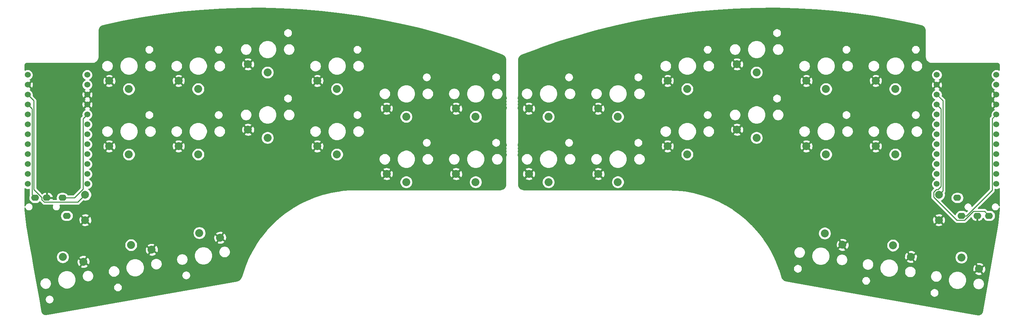
<source format=gbl>
%TF.GenerationSoftware,KiCad,Pcbnew,(5.1.9)-1*%
%TF.CreationDate,2021-04-25T07:44:51-07:00*%
%TF.ProjectId,pyaa,70796161-2e6b-4696-9361-645f70636258,rev?*%
%TF.SameCoordinates,Original*%
%TF.FileFunction,Copper,L2,Bot*%
%TF.FilePolarity,Positive*%
%FSLAX46Y46*%
G04 Gerber Fmt 4.6, Leading zero omitted, Abs format (unit mm)*
G04 Created by KiCad (PCBNEW (5.1.9)-1) date 2021-04-25 07:44:51*
%MOMM*%
%LPD*%
G01*
G04 APERTURE LIST*
%TA.AperFunction,ComponentPad*%
%ADD10O,2.000000X1.600000*%
%TD*%
%TA.AperFunction,ComponentPad*%
%ADD11C,2.000000*%
%TD*%
%TA.AperFunction,ComponentPad*%
%ADD12C,2.032000*%
%TD*%
%TA.AperFunction,ComponentPad*%
%ADD13C,1.524000*%
%TD*%
%TA.AperFunction,Conductor*%
%ADD14C,0.250000*%
%TD*%
%TA.AperFunction,Conductor*%
%ADD15C,0.254000*%
%TD*%
%TA.AperFunction,Conductor*%
%ADD16C,0.100000*%
%TD*%
G04 APERTURE END LIST*
D10*
%TO.P,J2,T*%
%TO.N,Net-(J2-PadT)*%
X262950000Y-85290000D03*
%TO.P,J2,S*%
%TO.N,Net-(J2-PadS)*%
X264050000Y-89890000D03*
%TO.P,J2,R1*%
%TO.N,VDD*%
X271050000Y-89890000D03*
%TO.P,J2,R2*%
%TO.N,GND*%
X268050000Y-89890000D03*
%TD*%
%TO.P,J1,T*%
%TO.N,Net-(J1-PadT)*%
X35050000Y-89890001D03*
%TO.P,J1,S*%
%TO.N,Net-(J1-PadS)*%
X33950000Y-85290001D03*
%TO.P,J1,R1*%
%TO.N,VDD*%
X26950000Y-85290001D03*
%TO.P,J1,R2*%
%TO.N,GND*%
X29950000Y-85290001D03*
%TD*%
D11*
%TO.P,SW2,1*%
%TO.N,Net-(SW2-Pad1)*%
X258230000Y-84490000D03*
%TO.P,SW2,2*%
%TO.N,GND*%
X258230000Y-90990000D03*
%TD*%
%TO.P,SW1,1*%
%TO.N,Net-(SW1-Pad1)*%
X39770000Y-84490001D03*
%TO.P,SW1,2*%
%TO.N,GND*%
X39770000Y-90990001D03*
%TD*%
D12*
%TO.P,KST2,2*%
%TO.N,GND*%
X45930000Y-72080001D03*
%TO.P,KST2,1*%
%TO.N,Net-(KST2-Pad1)*%
X50930000Y-74180001D03*
%TD*%
%TO.P,KHL1,2*%
%TO.N,GND*%
X63680000Y-55330001D03*
%TO.P,KHL1,1*%
%TO.N,Net-(KHL1-Pad1)*%
X68680000Y-57430001D03*
%TD*%
%TO.P,KN1,2*%
%TO.N,GND*%
X74270707Y-95493133D03*
%TO.P,KN1,1*%
%TO.N,Net-(KN1-Pad1)*%
X68982007Y-94293277D03*
%TD*%
D13*
%TO.P,U1,24*%
%TO.N,Net-(U1-Pad24)*%
X25060000Y-53800001D03*
%TO.P,U1,23*%
%TO.N,GND*%
X25060000Y-56340001D03*
%TO.P,U1,22*%
%TO.N,Net-(SW1-Pad1)*%
X25060000Y-58880001D03*
%TO.P,U1,21*%
%TO.N,VDD*%
X25060000Y-61420001D03*
%TO.P,U1,20*%
%TO.N,Net-(K0-Pad1)*%
X25060000Y-63960001D03*
%TO.P,U1,19*%
%TO.N,Net-(KTL1-Pad1)*%
X25060000Y-66500001D03*
%TO.P,U1,18*%
%TO.N,Net-(KHL1-Pad1)*%
X25060000Y-69040001D03*
%TO.P,U1,17*%
%TO.N,Net-(K1-Pad1)*%
X25060000Y-71580001D03*
%TO.P,U1,16*%
%TO.N,Net-(KKL1-Pad1)*%
X25060000Y-74120001D03*
%TO.P,U1,15*%
%TO.N,Net-(KRL1-Pad1)*%
X25060000Y-76660001D03*
%TO.P,U1,14*%
%TO.N,Net-(KA1-Pad1)*%
X25060000Y-79200001D03*
%TO.P,U1,13*%
%TO.N,Net-(KN1-Pad1)*%
X25060000Y-81740001D03*
%TO.P,U1,12*%
%TO.N,Net-(KO1-Pad1)*%
X40300000Y-81740001D03*
%TO.P,U1,11*%
%TO.N,Net-(KST2-Pad1)*%
X40300000Y-79200001D03*
%TO.P,U1,10*%
%TO.N,Net-(KWL1-Pad1)*%
X40300000Y-76660001D03*
%TO.P,U1,9*%
%TO.N,Net-(KSL2-Pad1)*%
X40300000Y-74120001D03*
%TO.P,U1,8*%
%TO.N,Net-(KST1-Pad1)*%
X40300000Y-71580001D03*
%TO.P,U1,7*%
%TO.N,Net-(KPL1-Pad1)*%
X40300000Y-69040001D03*
%TO.P,U1,6*%
%TO.N,Net-(KSL1-Pad1)*%
X40300000Y-66500001D03*
%TO.P,U1,5*%
%TO.N,Net-(J1-PadS)*%
X40300000Y-63960001D03*
%TO.P,U1,4*%
%TO.N,GND*%
X40300000Y-61420001D03*
%TO.P,U1,3*%
X40300000Y-58880001D03*
%TO.P,U1,2*%
%TO.N,Net-(U1-Pad2)*%
X40300000Y-56340001D03*
%TO.P,U1,1*%
%TO.N,Net-(U1-Pad1)*%
X40300000Y-53800001D03*
%TD*%
%TO.P,U2,24*%
%TO.N,Net-(U2-Pad24)*%
X257700000Y-53800000D03*
%TO.P,U2,23*%
%TO.N,GND*%
X257700000Y-56340000D03*
%TO.P,U2,22*%
%TO.N,Net-(SW2-Pad1)*%
X257700000Y-58880000D03*
%TO.P,U2,21*%
%TO.N,VDD*%
X257700000Y-61420000D03*
%TO.P,U2,20*%
%TO.N,Net-(KDR1-Pad1)*%
X257700000Y-63960000D03*
%TO.P,U2,19*%
%TO.N,Net-(KLR1-Pad1)*%
X257700000Y-66500000D03*
%TO.P,U2,18*%
%TO.N,Net-(KFR1-Pad1)*%
X257700000Y-69040000D03*
%TO.P,U2,17*%
%TO.N,Net-(KZR1-Pad1)*%
X257700000Y-71580000D03*
%TO.P,U2,16*%
%TO.N,Net-(KGR1-Pad1)*%
X257700000Y-74120000D03*
%TO.P,U2,15*%
%TO.N,Net-(KRR1-Pad1)*%
X257700000Y-76660000D03*
%TO.P,U2,14*%
%TO.N,Net-(KUR1-Pad1)*%
X257700000Y-79200000D03*
%TO.P,U2,13*%
%TO.N,Net-(KER1-Pad1)*%
X257700000Y-81740000D03*
%TO.P,U2,12*%
%TO.N,Net-(KN2-Pad1)*%
X272940000Y-81740000D03*
%TO.P,U2,11*%
%TO.N,Net-(KST4-Pad1)*%
X272940000Y-79200000D03*
%TO.P,U2,10*%
%TO.N,Net-(KBR1-Pad1)*%
X272940000Y-76660000D03*
%TO.P,U2,9*%
%TO.N,Net-(KSR1-Pad1)*%
X272940000Y-74120000D03*
%TO.P,U2,8*%
%TO.N,Net-(KST3-Pad1)*%
X272940000Y-71580000D03*
%TO.P,U2,7*%
%TO.N,Net-(KPR1-Pad1)*%
X272940000Y-69040000D03*
%TO.P,U2,6*%
%TO.N,Net-(KTR1-Pad1)*%
X272940000Y-66500000D03*
%TO.P,U2,5*%
%TO.N,Net-(J2-PadS)*%
X272940000Y-63960000D03*
%TO.P,U2,4*%
%TO.N,GND*%
X272940000Y-61420000D03*
%TO.P,U2,3*%
X272940000Y-58880000D03*
%TO.P,U2,2*%
%TO.N,Net-(U2-Pad2)*%
X272940000Y-56340000D03*
%TO.P,U2,1*%
%TO.N,Net-(U2-Pad1)*%
X272940000Y-53800000D03*
%TD*%
D12*
%TO.P,KBR1,2*%
%TO.N,GND*%
X206570000Y-67830000D03*
%TO.P,KBR1,1*%
%TO.N,Net-(KBR1-Pad1)*%
X211570000Y-69930000D03*
%TD*%
%TO.P,KLR1,2*%
%TO.N,GND*%
X188820000Y-55330000D03*
%TO.P,KLR1,1*%
%TO.N,Net-(KLR1-Pad1)*%
X193820000Y-57430000D03*
%TD*%
%TO.P,KTR1,2*%
%TO.N,GND*%
X171070000Y-62430000D03*
%TO.P,KTR1,1*%
%TO.N,Net-(KTR1-Pad1)*%
X176070000Y-64530000D03*
%TD*%
%TO.P,KST4,2*%
%TO.N,GND*%
X242070000Y-72080000D03*
%TO.P,KST4,1*%
%TO.N,Net-(KST4-Pad1)*%
X247070000Y-74180000D03*
%TD*%
%TO.P,KST3,2*%
%TO.N,GND*%
X242070000Y-55330000D03*
%TO.P,KST3,1*%
%TO.N,Net-(KST3-Pad1)*%
X247070000Y-57430000D03*
%TD*%
%TO.P,KSR1,2*%
%TO.N,GND*%
X171070000Y-79180000D03*
%TO.P,KSR1,1*%
%TO.N,Net-(KSR1-Pad1)*%
X176070000Y-81280000D03*
%TD*%
%TO.P,KRR1,2*%
%TO.N,GND*%
X224320000Y-72080000D03*
%TO.P,KRR1,1*%
%TO.N,Net-(KRR1-Pad1)*%
X229320000Y-74180000D03*
%TD*%
%TO.P,KPR1,2*%
%TO.N,GND*%
X206570000Y-51080000D03*
%TO.P,KPR1,1*%
%TO.N,Net-(KPR1-Pad1)*%
X211570000Y-53180000D03*
%TD*%
%TO.P,KER1,2*%
%TO.N,GND*%
X268538046Y-103494125D03*
%TO.P,KER1,1*%
%TO.N,Net-(KER1-Pad1)*%
X263978668Y-100557788D03*
%TD*%
%TO.P,KN2,2*%
%TO.N,GND*%
X233577371Y-97329613D03*
%TO.P,KN2,1*%
%TO.N,Net-(KN2-Pad1)*%
X229017993Y-94393276D03*
%TD*%
%TO.P,KZR1,2*%
%TO.N,GND*%
X153320000Y-79180000D03*
%TO.P,KZR1,1*%
%TO.N,Net-(KZR1-Pad1)*%
X158320000Y-81280000D03*
%TD*%
%TO.P,KGR1,2*%
%TO.N,GND*%
X188820000Y-72080000D03*
%TO.P,KGR1,1*%
%TO.N,Net-(KGR1-Pad1)*%
X193820000Y-74180000D03*
%TD*%
%TO.P,KFR1,2*%
%TO.N,GND*%
X224320000Y-55330000D03*
%TO.P,KFR1,1*%
%TO.N,Net-(KFR1-Pad1)*%
X229320000Y-57430000D03*
%TD*%
%TO.P,KUR1,1*%
%TO.N,Net-(KUR1-Pad1)*%
X246498331Y-97475531D03*
%TO.P,KUR1,2*%
%TO.N,GND*%
X251057709Y-100411868D03*
%TD*%
%TO.P,KDR1,2*%
%TO.N,GND*%
X153320000Y-62430000D03*
%TO.P,KDR1,1*%
%TO.N,Net-(KDR1-Pad1)*%
X158320000Y-64530000D03*
%TD*%
%TO.P,KWL1,2*%
%TO.N,GND*%
X81430000Y-67830001D03*
%TO.P,KWL1,1*%
%TO.N,Net-(KWL1-Pad1)*%
X86430000Y-69930001D03*
%TD*%
%TO.P,KTL1,2*%
%TO.N,GND*%
X99180000Y-55330001D03*
%TO.P,KTL1,1*%
%TO.N,Net-(KTL1-Pad1)*%
X104180000Y-57430001D03*
%TD*%
%TO.P,KST1,2*%
%TO.N,GND*%
X45930000Y-55330001D03*
%TO.P,KST1,1*%
%TO.N,Net-(KST1-Pad1)*%
X50930000Y-57430001D03*
%TD*%
%TO.P,KSL2,2*%
%TO.N,GND*%
X116930000Y-79180001D03*
%TO.P,KSL2,1*%
%TO.N,Net-(KSL2-Pad1)*%
X121930000Y-81280001D03*
%TD*%
%TO.P,KSL1,2*%
%TO.N,GND*%
X116930000Y-62430001D03*
%TO.P,KSL1,1*%
%TO.N,Net-(KSL1-Pad1)*%
X121930000Y-64530001D03*
%TD*%
%TO.P,KRL1,2*%
%TO.N,GND*%
X63680000Y-72080001D03*
%TO.P,KRL1,1*%
%TO.N,Net-(KRL1-Pad1)*%
X68680000Y-74180001D03*
%TD*%
%TO.P,KPL1,2*%
%TO.N,GND*%
X81430000Y-51080001D03*
%TO.P,KPL1,1*%
%TO.N,Net-(KPL1-Pad1)*%
X86430000Y-53180001D03*
%TD*%
%TO.P,KO1,2*%
%TO.N,GND*%
X39310032Y-101657645D03*
%TO.P,KO1,1*%
%TO.N,Net-(KO1-Pad1)*%
X34021332Y-100457789D03*
%TD*%
%TO.P,KKL1,2*%
%TO.N,GND*%
X99180000Y-72080001D03*
%TO.P,KKL1,1*%
%TO.N,Net-(KKL1-Pad1)*%
X104180000Y-74180001D03*
%TD*%
%TO.P,KA1,2*%
%TO.N,GND*%
X56790369Y-98575388D03*
%TO.P,KA1,1*%
%TO.N,Net-(KA1-Pad1)*%
X51501669Y-97375532D03*
%TD*%
%TO.P,K1,2*%
%TO.N,GND*%
X134680000Y-79180001D03*
%TO.P,K1,1*%
%TO.N,Net-(K1-Pad1)*%
X139680000Y-81280001D03*
%TD*%
%TO.P,K0,2*%
%TO.N,GND*%
X134680000Y-62430001D03*
%TO.P,K0,1*%
%TO.N,Net-(K0-Pad1)*%
X139680000Y-64530001D03*
%TD*%
D14*
%TO.N,VDD*%
X26147001Y-84487002D02*
X26950000Y-85290001D01*
X26147001Y-62507002D02*
X26147001Y-84487002D01*
X25060000Y-61420001D02*
X26147001Y-62507002D01*
X267061420Y-88764990D02*
X269924990Y-88764990D01*
X264811400Y-91015010D02*
X267061420Y-88764990D01*
X269924990Y-88764990D02*
X271050000Y-89890000D01*
X262794008Y-91015010D02*
X264811400Y-91015010D01*
X256904999Y-83853999D02*
X256904999Y-85126001D01*
X258035001Y-83164999D02*
X257593999Y-83164999D01*
X258787001Y-82412999D02*
X258035001Y-83164999D01*
X258787001Y-62507001D02*
X258787001Y-82412999D01*
X256904999Y-85126001D02*
X262794008Y-91015010D01*
X257593999Y-83164999D02*
X256904999Y-83853999D01*
X257700000Y-61420000D02*
X258787001Y-62507001D01*
%TO.N,Net-(SW1-Pad1)*%
X25060000Y-58880001D02*
X26597011Y-60417012D01*
X28624990Y-85755995D02*
X29284006Y-86415011D01*
X28624990Y-85173987D02*
X28624990Y-85755995D01*
X26597011Y-83146008D02*
X28624990Y-85173987D01*
X26597011Y-60417012D02*
X26597011Y-83146008D01*
X37844990Y-86415011D02*
X29284006Y-86415011D01*
X39770000Y-84490001D02*
X37844990Y-86415011D01*
%TO.N,Net-(SW2-Pad1)*%
X259237010Y-60417010D02*
X257700000Y-58880000D01*
X259237011Y-60417011D02*
X257700000Y-58880000D01*
X259237011Y-83482989D02*
X259237011Y-60417011D01*
X258230000Y-84490000D02*
X259237011Y-83482989D01*
%TO.N,Net-(J2-PadS)*%
X272940000Y-63960000D02*
X271852999Y-65047001D01*
X271852999Y-83337001D02*
X271852999Y-82331001D01*
X265300000Y-89890000D02*
X271852999Y-83337001D01*
X264050000Y-89890000D02*
X265300000Y-89890000D01*
X271852999Y-82331001D02*
X271852999Y-82695997D01*
X271852999Y-65047001D02*
X271852999Y-82331001D01*
%TO.N,Net-(J1-PadS)*%
X39212999Y-65047002D02*
X40300000Y-63960001D01*
X33950000Y-85290001D02*
X37008998Y-85290001D01*
X39212999Y-83086000D02*
X39212999Y-65047002D01*
X37008998Y-85290001D02*
X39212999Y-83086000D01*
%TD*%
D15*
%TO.N,GND*%
X221463861Y-36819624D02*
X226564455Y-37094723D01*
X231654578Y-37521012D01*
X236729841Y-38098120D01*
X241785783Y-38825544D01*
X246817882Y-39702632D01*
X251824647Y-40729211D01*
X253715194Y-41157592D01*
X253979839Y-41257097D01*
X254203746Y-41395957D01*
X254396422Y-41575668D01*
X254550517Y-41789374D01*
X254660172Y-42028945D01*
X254722293Y-42289823D01*
X254735852Y-42547495D01*
X254738000Y-49178773D01*
X254737867Y-49219999D01*
X254741098Y-49254082D01*
X254741233Y-49288295D01*
X254742220Y-49297344D01*
X254764647Y-49490391D01*
X254777160Y-49548135D01*
X254788869Y-49606066D01*
X254791595Y-49614752D01*
X254851091Y-49799767D01*
X254874583Y-49853986D01*
X254897319Y-49908534D01*
X254901680Y-49916525D01*
X254995978Y-50086459D01*
X255029571Y-50135106D01*
X255062454Y-50184178D01*
X255068284Y-50191169D01*
X255193794Y-50339551D01*
X255236193Y-50380744D01*
X255277984Y-50422496D01*
X255285061Y-50428222D01*
X255437002Y-50549401D01*
X255486636Y-50581601D01*
X255535699Y-50614413D01*
X255543750Y-50618653D01*
X255543754Y-50618656D01*
X255543758Y-50618658D01*
X255716337Y-50708013D01*
X255771257Y-50729950D01*
X255825781Y-50752617D01*
X255834500Y-50755212D01*
X255834507Y-50755215D01*
X255834514Y-50755216D01*
X256021160Y-50809349D01*
X256079294Y-50820201D01*
X256137185Y-50831846D01*
X256146246Y-50832699D01*
X256146248Y-50832699D01*
X256336323Y-50849240D01*
X256364364Y-50852002D01*
X273241381Y-50852048D01*
X273347392Y-50861404D01*
X273415763Y-50881324D01*
X273478956Y-50914142D01*
X273534577Y-50958614D01*
X273580499Y-51013039D01*
X273614975Y-51075347D01*
X273636692Y-51143166D01*
X273648006Y-51241610D01*
X273648372Y-52602783D01*
X273597938Y-52569084D01*
X273345156Y-52464378D01*
X273076805Y-52411000D01*
X272803195Y-52411000D01*
X272534844Y-52464378D01*
X272282062Y-52569084D01*
X272054564Y-52721093D01*
X271861093Y-52914564D01*
X271709084Y-53142062D01*
X271604378Y-53394844D01*
X271551000Y-53663195D01*
X271551000Y-53936805D01*
X271604378Y-54205156D01*
X271709084Y-54457938D01*
X271861093Y-54685436D01*
X272054564Y-54878907D01*
X272282062Y-55030916D01*
X272376419Y-55070000D01*
X272282062Y-55109084D01*
X272054564Y-55261093D01*
X271861093Y-55454564D01*
X271709084Y-55682062D01*
X271604378Y-55934844D01*
X271551000Y-56203195D01*
X271551000Y-56476805D01*
X271604378Y-56745156D01*
X271709084Y-56997938D01*
X271861093Y-57225436D01*
X272054564Y-57418907D01*
X272282062Y-57570916D01*
X272361122Y-57603664D01*
X272336977Y-57612364D01*
X272221020Y-57674344D01*
X272154040Y-57914435D01*
X272940000Y-58700395D01*
X272954143Y-58686253D01*
X273133748Y-58865858D01*
X273119605Y-58880000D01*
X273133748Y-58894143D01*
X272954143Y-59073748D01*
X272940000Y-59059605D01*
X272154040Y-59845565D01*
X272221020Y-60085656D01*
X272351644Y-60147079D01*
X272336977Y-60152364D01*
X272221020Y-60214344D01*
X272154040Y-60454435D01*
X272940000Y-61240395D01*
X272954143Y-61226253D01*
X273133748Y-61405858D01*
X273119605Y-61420000D01*
X273133748Y-61434143D01*
X272954143Y-61613748D01*
X272940000Y-61599605D01*
X272154040Y-62385565D01*
X272221020Y-62625656D01*
X272366549Y-62694088D01*
X272282062Y-62729084D01*
X272054564Y-62881093D01*
X271861093Y-63074564D01*
X271709084Y-63302062D01*
X271604378Y-63554844D01*
X271551000Y-63823195D01*
X271551000Y-64096805D01*
X271582308Y-64254204D01*
X271347378Y-64489134D01*
X271318682Y-64512684D01*
X271295135Y-64541377D01*
X271224709Y-64627191D01*
X271190164Y-64691821D01*
X271154881Y-64757832D01*
X271111880Y-64899584D01*
X271101080Y-65009245D01*
X271097361Y-65047001D01*
X271100999Y-65083937D01*
X271101000Y-82294054D01*
X271100999Y-82294064D01*
X271100999Y-82732935D01*
X271101000Y-82732941D01*
X271100999Y-83025512D01*
X266670474Y-87456038D01*
X266637533Y-87290435D01*
X266560115Y-87103533D01*
X266447723Y-86935326D01*
X266304674Y-86792277D01*
X266136467Y-86679885D01*
X265949565Y-86602467D01*
X265751151Y-86563000D01*
X265548849Y-86563000D01*
X265350435Y-86602467D01*
X265163533Y-86679885D01*
X264995326Y-86792277D01*
X264852277Y-86935326D01*
X264739885Y-87103533D01*
X264662467Y-87290435D01*
X264623000Y-87488849D01*
X264623000Y-87691151D01*
X264662467Y-87889565D01*
X264739885Y-88076467D01*
X264852277Y-88244674D01*
X264995326Y-88387723D01*
X265163533Y-88500115D01*
X265350435Y-88577533D01*
X265516038Y-88610474D01*
X265256515Y-88869997D01*
X265046634Y-88697752D01*
X264798731Y-88565245D01*
X264529741Y-88483648D01*
X264320098Y-88463000D01*
X263779902Y-88463000D01*
X263570259Y-88483648D01*
X263301269Y-88565245D01*
X263053366Y-88697752D01*
X262836077Y-88876077D01*
X262657752Y-89093366D01*
X262525245Y-89341269D01*
X262445765Y-89603279D01*
X258840613Y-85998127D01*
X259000673Y-85931828D01*
X259267152Y-85753773D01*
X259493773Y-85527152D01*
X259652232Y-85290000D01*
X261316096Y-85290000D01*
X261343648Y-85569741D01*
X261425245Y-85838731D01*
X261557752Y-86086634D01*
X261736077Y-86303923D01*
X261953366Y-86482248D01*
X262201269Y-86614755D01*
X262470259Y-86696352D01*
X262679902Y-86717000D01*
X263220098Y-86717000D01*
X263429741Y-86696352D01*
X263698731Y-86614755D01*
X263946634Y-86482248D01*
X264163923Y-86303923D01*
X264342248Y-86086634D01*
X264474755Y-85838731D01*
X264556352Y-85569741D01*
X264583904Y-85290000D01*
X264556352Y-85010259D01*
X264474755Y-84741269D01*
X264342248Y-84493366D01*
X264163923Y-84276077D01*
X263946634Y-84097752D01*
X263698731Y-83965245D01*
X263429741Y-83883648D01*
X263220098Y-83863000D01*
X262679902Y-83863000D01*
X262470259Y-83883648D01*
X262201269Y-83965245D01*
X261953366Y-84097752D01*
X261736077Y-84276077D01*
X261557752Y-84493366D01*
X261425245Y-84741269D01*
X261343648Y-85010259D01*
X261316096Y-85290000D01*
X259652232Y-85290000D01*
X259671828Y-85260673D01*
X259794475Y-84964578D01*
X259857000Y-84650245D01*
X259857000Y-84329755D01*
X259794475Y-84015422D01*
X259787229Y-83997930D01*
X259865301Y-83902799D01*
X259935129Y-83772159D01*
X259978130Y-83630407D01*
X259989011Y-83519927D01*
X259989011Y-83519925D01*
X259992649Y-83482989D01*
X259989011Y-83446054D01*
X259989011Y-61492017D01*
X271538090Y-61492017D01*
X271579078Y-61764133D01*
X271672364Y-62023023D01*
X271734344Y-62138980D01*
X271974435Y-62205960D01*
X272760395Y-61420000D01*
X271974435Y-60634040D01*
X271734344Y-60701020D01*
X271617244Y-60950048D01*
X271550977Y-61217135D01*
X271538090Y-61492017D01*
X259989011Y-61492017D01*
X259989011Y-60453946D01*
X259992649Y-60417011D01*
X259987407Y-60363790D01*
X259978130Y-60269593D01*
X259935129Y-60127841D01*
X259865301Y-59997201D01*
X259865300Y-59997199D01*
X259798621Y-59915951D01*
X259771328Y-59882694D01*
X259742637Y-59859148D01*
X259057692Y-59174203D01*
X259089000Y-59016805D01*
X259089000Y-58952017D01*
X271538090Y-58952017D01*
X271579078Y-59224133D01*
X271672364Y-59483023D01*
X271734344Y-59598980D01*
X271974435Y-59665960D01*
X272760395Y-58880000D01*
X271974435Y-58094040D01*
X271734344Y-58161020D01*
X271617244Y-58410048D01*
X271550977Y-58677135D01*
X271538090Y-58952017D01*
X259089000Y-58952017D01*
X259089000Y-58743195D01*
X259035622Y-58474844D01*
X258930916Y-58222062D01*
X258778907Y-57994564D01*
X258585436Y-57801093D01*
X258357938Y-57649084D01*
X258278878Y-57616336D01*
X258303023Y-57607636D01*
X258418980Y-57545656D01*
X258485960Y-57305565D01*
X257700000Y-56519605D01*
X256914040Y-57305565D01*
X256981020Y-57545656D01*
X257126549Y-57614088D01*
X257042062Y-57649084D01*
X256814564Y-57801093D01*
X256621093Y-57994564D01*
X256469084Y-58222062D01*
X256364378Y-58474844D01*
X256311000Y-58743195D01*
X256311000Y-59016805D01*
X256364378Y-59285156D01*
X256469084Y-59537938D01*
X256621093Y-59765436D01*
X256814564Y-59958907D01*
X257042062Y-60110916D01*
X257136419Y-60150000D01*
X257042062Y-60189084D01*
X256814564Y-60341093D01*
X256621093Y-60534564D01*
X256469084Y-60762062D01*
X256364378Y-61014844D01*
X256311000Y-61283195D01*
X256311000Y-61556805D01*
X256364378Y-61825156D01*
X256469084Y-62077938D01*
X256621093Y-62305436D01*
X256814564Y-62498907D01*
X257042062Y-62650916D01*
X257136419Y-62690000D01*
X257042062Y-62729084D01*
X256814564Y-62881093D01*
X256621093Y-63074564D01*
X256469084Y-63302062D01*
X256364378Y-63554844D01*
X256311000Y-63823195D01*
X256311000Y-64096805D01*
X256364378Y-64365156D01*
X256469084Y-64617938D01*
X256621093Y-64845436D01*
X256814564Y-65038907D01*
X257042062Y-65190916D01*
X257136419Y-65230000D01*
X257042062Y-65269084D01*
X256814564Y-65421093D01*
X256621093Y-65614564D01*
X256469084Y-65842062D01*
X256364378Y-66094844D01*
X256311000Y-66363195D01*
X256311000Y-66636805D01*
X256364378Y-66905156D01*
X256469084Y-67157938D01*
X256621093Y-67385436D01*
X256814564Y-67578907D01*
X257042062Y-67730916D01*
X257136419Y-67770000D01*
X257042062Y-67809084D01*
X256814564Y-67961093D01*
X256621093Y-68154564D01*
X256469084Y-68382062D01*
X256364378Y-68634844D01*
X256311000Y-68903195D01*
X256311000Y-69176805D01*
X256364378Y-69445156D01*
X256469084Y-69697938D01*
X256621093Y-69925436D01*
X256814564Y-70118907D01*
X257042062Y-70270916D01*
X257136419Y-70310000D01*
X257042062Y-70349084D01*
X256814564Y-70501093D01*
X256621093Y-70694564D01*
X256469084Y-70922062D01*
X256364378Y-71174844D01*
X256311000Y-71443195D01*
X256311000Y-71716805D01*
X256364378Y-71985156D01*
X256469084Y-72237938D01*
X256621093Y-72465436D01*
X256814564Y-72658907D01*
X257042062Y-72810916D01*
X257136419Y-72850000D01*
X257042062Y-72889084D01*
X256814564Y-73041093D01*
X256621093Y-73234564D01*
X256469084Y-73462062D01*
X256364378Y-73714844D01*
X256311000Y-73983195D01*
X256311000Y-74256805D01*
X256364378Y-74525156D01*
X256469084Y-74777938D01*
X256621093Y-75005436D01*
X256814564Y-75198907D01*
X257042062Y-75350916D01*
X257136419Y-75390000D01*
X257042062Y-75429084D01*
X256814564Y-75581093D01*
X256621093Y-75774564D01*
X256469084Y-76002062D01*
X256364378Y-76254844D01*
X256311000Y-76523195D01*
X256311000Y-76796805D01*
X256364378Y-77065156D01*
X256469084Y-77317938D01*
X256621093Y-77545436D01*
X256814564Y-77738907D01*
X257042062Y-77890916D01*
X257136419Y-77930000D01*
X257042062Y-77969084D01*
X256814564Y-78121093D01*
X256621093Y-78314564D01*
X256469084Y-78542062D01*
X256364378Y-78794844D01*
X256311000Y-79063195D01*
X256311000Y-79336805D01*
X256364378Y-79605156D01*
X256469084Y-79857938D01*
X256621093Y-80085436D01*
X256814564Y-80278907D01*
X257042062Y-80430916D01*
X257136419Y-80470000D01*
X257042062Y-80509084D01*
X256814564Y-80661093D01*
X256621093Y-80854564D01*
X256469084Y-81082062D01*
X256364378Y-81334844D01*
X256311000Y-81603195D01*
X256311000Y-81876805D01*
X256364378Y-82145156D01*
X256469084Y-82397938D01*
X256621093Y-82625436D01*
X256814564Y-82818907D01*
X256851753Y-82843756D01*
X256399378Y-83296132D01*
X256370682Y-83319682D01*
X256326156Y-83373938D01*
X256276709Y-83434189D01*
X256209180Y-83560529D01*
X256206881Y-83564830D01*
X256163880Y-83706582D01*
X256153307Y-83813935D01*
X256149361Y-83853999D01*
X256152999Y-83890935D01*
X256153000Y-85089056D01*
X256149361Y-85126001D01*
X256161145Y-85245638D01*
X256163881Y-85273419D01*
X256168602Y-85288981D01*
X256206881Y-85415170D01*
X256276709Y-85545811D01*
X256346430Y-85630766D01*
X256370683Y-85660318D01*
X256399374Y-85683864D01*
X262236145Y-91520636D01*
X262259691Y-91549327D01*
X262288382Y-91572873D01*
X262374197Y-91643300D01*
X262444025Y-91680623D01*
X262504838Y-91713128D01*
X262646590Y-91756129D01*
X262757070Y-91767010D01*
X262757072Y-91767010D01*
X262794007Y-91770648D01*
X262830943Y-91767010D01*
X264774465Y-91767010D01*
X264811400Y-91770648D01*
X264848335Y-91767010D01*
X264848338Y-91767010D01*
X264958818Y-91756129D01*
X265100570Y-91713128D01*
X265231210Y-91643300D01*
X265345717Y-91549327D01*
X265369267Y-91520631D01*
X266504454Y-90385444D01*
X266574449Y-90558421D01*
X266729361Y-90794425D01*
X266927338Y-90995673D01*
X267160773Y-91154430D01*
X267420694Y-91264596D01*
X267697113Y-91321937D01*
X267923000Y-91169474D01*
X267923000Y-90017000D01*
X267903000Y-90017000D01*
X267903000Y-89763000D01*
X267923000Y-89763000D01*
X267923000Y-89743000D01*
X268177000Y-89743000D01*
X268177000Y-89763000D01*
X268197000Y-89763000D01*
X268197000Y-90017000D01*
X268177000Y-90017000D01*
X268177000Y-91169474D01*
X268402887Y-91321937D01*
X268679306Y-91264596D01*
X268939227Y-91154430D01*
X269172662Y-90995673D01*
X269370639Y-90794425D01*
X269525551Y-90558421D01*
X269552984Y-90490627D01*
X269657752Y-90686634D01*
X269836077Y-90903923D01*
X270053366Y-91082248D01*
X270301269Y-91214755D01*
X270570259Y-91296352D01*
X270779902Y-91317000D01*
X271320098Y-91317000D01*
X271529741Y-91296352D01*
X271798731Y-91214755D01*
X272046634Y-91082248D01*
X272263923Y-90903923D01*
X272442248Y-90686634D01*
X272574755Y-90438731D01*
X272656352Y-90169741D01*
X272683904Y-89890000D01*
X272656352Y-89610259D01*
X272574755Y-89341269D01*
X272442248Y-89093366D01*
X272263923Y-88876077D01*
X272046634Y-88697752D01*
X271798731Y-88565245D01*
X271529741Y-88483648D01*
X271320098Y-88463000D01*
X270779902Y-88463000D01*
X270694864Y-88471376D01*
X270482857Y-88259369D01*
X270459307Y-88230673D01*
X270344800Y-88136700D01*
X270214160Y-88066872D01*
X270072408Y-88023871D01*
X269961928Y-88012990D01*
X269961925Y-88012990D01*
X269924990Y-88009352D01*
X269888055Y-88012990D01*
X268240498Y-88012990D01*
X272358626Y-83894863D01*
X272387316Y-83871318D01*
X272431843Y-83817062D01*
X272481289Y-83756812D01*
X272512021Y-83699315D01*
X272551117Y-83626171D01*
X272594118Y-83484419D01*
X272604999Y-83373939D01*
X272604999Y-83373937D01*
X272608637Y-83337002D01*
X272604999Y-83300066D01*
X272604999Y-83089577D01*
X272803195Y-83129000D01*
X273076805Y-83129000D01*
X273345156Y-83075622D01*
X273597938Y-82970916D01*
X273656511Y-82931779D01*
X273657708Y-87391862D01*
X273637533Y-87290435D01*
X273560115Y-87103533D01*
X273447723Y-86935326D01*
X273304674Y-86792277D01*
X273136467Y-86679885D01*
X272949565Y-86602467D01*
X272751151Y-86563000D01*
X272548849Y-86563000D01*
X272350435Y-86602467D01*
X272163533Y-86679885D01*
X271995326Y-86792277D01*
X271852277Y-86935326D01*
X271739885Y-87103533D01*
X271662467Y-87290435D01*
X271623000Y-87488849D01*
X271623000Y-87691151D01*
X271662467Y-87889565D01*
X271739885Y-88076467D01*
X271852277Y-88244674D01*
X271995326Y-88387723D01*
X272163533Y-88500115D01*
X272350435Y-88577533D01*
X272548849Y-88617000D01*
X272751151Y-88617000D01*
X272949565Y-88577533D01*
X273136467Y-88500115D01*
X273304674Y-88387723D01*
X273447723Y-88244674D01*
X273560115Y-88076467D01*
X273637533Y-87889565D01*
X273657815Y-87787603D01*
X273657991Y-88445435D01*
X273244070Y-92328410D01*
X269316284Y-114479532D01*
X269250457Y-114677842D01*
X269155545Y-114845169D01*
X269029941Y-114990872D01*
X268878427Y-115109405D01*
X268706779Y-115196249D01*
X268521525Y-115248102D01*
X268323404Y-115263475D01*
X268149510Y-115246253D01*
X235498655Y-109487366D01*
X255961825Y-109487366D01*
X255961825Y-109708440D01*
X256004955Y-109925266D01*
X256089556Y-110129511D01*
X256212378Y-110313327D01*
X256368701Y-110469650D01*
X256552517Y-110592472D01*
X256756762Y-110677073D01*
X256973588Y-110720203D01*
X257194662Y-110720203D01*
X257411488Y-110677073D01*
X257615733Y-110592472D01*
X257799549Y-110469650D01*
X257955872Y-110313327D01*
X258078694Y-110129511D01*
X258163295Y-109925266D01*
X258206425Y-109708440D01*
X258206425Y-109487366D01*
X258163295Y-109270540D01*
X258078694Y-109066295D01*
X257955872Y-108882479D01*
X257799549Y-108726156D01*
X257615733Y-108603334D01*
X257411488Y-108518733D01*
X257194662Y-108475603D01*
X256973588Y-108475603D01*
X256756762Y-108518733D01*
X256552517Y-108603334D01*
X256368701Y-108726156D01*
X256212378Y-108882479D01*
X256089556Y-109066295D01*
X256004955Y-109270540D01*
X255961825Y-109487366D01*
X235498655Y-109487366D01*
X219364580Y-106641673D01*
X219006692Y-106553711D01*
X218711006Y-106415776D01*
X218696436Y-106405109D01*
X238481488Y-106405109D01*
X238481488Y-106626183D01*
X238524618Y-106843009D01*
X238609219Y-107047254D01*
X238732041Y-107231070D01*
X238888364Y-107387393D01*
X239072180Y-107510215D01*
X239276425Y-107594816D01*
X239493251Y-107637946D01*
X239714325Y-107637946D01*
X239931151Y-107594816D01*
X240135396Y-107510215D01*
X240319212Y-107387393D01*
X240475535Y-107231070D01*
X240598357Y-107047254D01*
X240682958Y-106843009D01*
X240726088Y-106626183D01*
X240726088Y-106405109D01*
X240682958Y-106188283D01*
X240598357Y-105984038D01*
X240475535Y-105800222D01*
X240319212Y-105643899D01*
X240135396Y-105521077D01*
X239931151Y-105436476D01*
X239714325Y-105393346D01*
X239493251Y-105393346D01*
X239276425Y-105436476D01*
X239072180Y-105521077D01*
X238888364Y-105643899D01*
X238732041Y-105800222D01*
X238609219Y-105984038D01*
X238524618Y-106188283D01*
X238481488Y-106405109D01*
X218696436Y-106405109D01*
X218447743Y-106223037D01*
X218226929Y-105982832D01*
X218055932Y-105702599D01*
X217935388Y-105380906D01*
X217413605Y-103670491D01*
X217413121Y-103669090D01*
X217412737Y-103667670D01*
X217399386Y-103628948D01*
X217282964Y-103322854D01*
X221001150Y-103322854D01*
X221001150Y-103543928D01*
X221044280Y-103760754D01*
X221128881Y-103964999D01*
X221251703Y-104148815D01*
X221408026Y-104305138D01*
X221591842Y-104427960D01*
X221796087Y-104512561D01*
X222012913Y-104555691D01*
X222233987Y-104555691D01*
X222450813Y-104512561D01*
X222655058Y-104427960D01*
X222838874Y-104305138D01*
X222995197Y-104148815D01*
X223118019Y-103964999D01*
X223202620Y-103760754D01*
X223245750Y-103543928D01*
X223245750Y-103322854D01*
X223202620Y-103106028D01*
X223118019Y-102901783D01*
X222995197Y-102717967D01*
X222838874Y-102561644D01*
X222655058Y-102438822D01*
X222450813Y-102354221D01*
X222233987Y-102311091D01*
X222012913Y-102311091D01*
X221796087Y-102354221D01*
X221591842Y-102438822D01*
X221408026Y-102561644D01*
X221251703Y-102717967D01*
X221128881Y-102901783D01*
X221044280Y-103106028D01*
X221001150Y-103322854D01*
X217282964Y-103322854D01*
X216631967Y-101611280D01*
X216630635Y-101608131D01*
X216629506Y-101604911D01*
X216613355Y-101567270D01*
X215700226Y-99611225D01*
X215698664Y-99608176D01*
X215697305Y-99605054D01*
X215678480Y-99568775D01*
X215678440Y-99568697D01*
X215678433Y-99568686D01*
X215417921Y-99103017D01*
X221099126Y-99103017D01*
X221099126Y-99394137D01*
X221155921Y-99679665D01*
X221267328Y-99948625D01*
X221429066Y-100190683D01*
X221634920Y-100396537D01*
X221876978Y-100558275D01*
X222145938Y-100669682D01*
X222431466Y-100726477D01*
X222722586Y-100726477D01*
X223008114Y-100669682D01*
X223277074Y-100558275D01*
X223519132Y-100396537D01*
X223724986Y-100190683D01*
X223870421Y-99973024D01*
X225651969Y-99973024D01*
X225651969Y-100434260D01*
X225741951Y-100886632D01*
X225918458Y-101312758D01*
X226174707Y-101696262D01*
X226500849Y-102022404D01*
X226884353Y-102278653D01*
X227310479Y-102455160D01*
X227762851Y-102545142D01*
X228224087Y-102545142D01*
X228676459Y-102455160D01*
X229102585Y-102278653D01*
X229486089Y-102022404D01*
X229812231Y-101696262D01*
X230068480Y-101312758D01*
X230192582Y-101013147D01*
X231932012Y-101013147D01*
X231932012Y-101304267D01*
X231988807Y-101589795D01*
X232100214Y-101858755D01*
X232261952Y-102100813D01*
X232467806Y-102306667D01*
X232709864Y-102468405D01*
X232978824Y-102579812D01*
X233264352Y-102636607D01*
X233555472Y-102636607D01*
X233841000Y-102579812D01*
X234109960Y-102468405D01*
X234352018Y-102306667D01*
X234473413Y-102185272D01*
X238579464Y-102185272D01*
X238579464Y-102476392D01*
X238636259Y-102761920D01*
X238747666Y-103030880D01*
X238909404Y-103272938D01*
X239115258Y-103478792D01*
X239357316Y-103640530D01*
X239626276Y-103751937D01*
X239911804Y-103808732D01*
X240202924Y-103808732D01*
X240488452Y-103751937D01*
X240757412Y-103640530D01*
X240999470Y-103478792D01*
X241205324Y-103272938D01*
X241350759Y-103055279D01*
X243132307Y-103055279D01*
X243132307Y-103516515D01*
X243222289Y-103968887D01*
X243398796Y-104395013D01*
X243655045Y-104778517D01*
X243981187Y-105104659D01*
X244364691Y-105360908D01*
X244790817Y-105537415D01*
X245243189Y-105627397D01*
X245704425Y-105627397D01*
X246156797Y-105537415D01*
X246582923Y-105360908D01*
X246966427Y-105104659D01*
X247292569Y-104778517D01*
X247548818Y-104395013D01*
X247672920Y-104095402D01*
X249412350Y-104095402D01*
X249412350Y-104386522D01*
X249469145Y-104672050D01*
X249580552Y-104941010D01*
X249742290Y-105183068D01*
X249948144Y-105388922D01*
X250190202Y-105550660D01*
X250459162Y-105662067D01*
X250744690Y-105718862D01*
X251035810Y-105718862D01*
X251321338Y-105662067D01*
X251590298Y-105550660D01*
X251832356Y-105388922D01*
X251953749Y-105267529D01*
X256059801Y-105267529D01*
X256059801Y-105558649D01*
X256116596Y-105844177D01*
X256228003Y-106113137D01*
X256389741Y-106355195D01*
X256595595Y-106561049D01*
X256837653Y-106722787D01*
X257106613Y-106834194D01*
X257392141Y-106890989D01*
X257683261Y-106890989D01*
X257968789Y-106834194D01*
X258237749Y-106722787D01*
X258479807Y-106561049D01*
X258685661Y-106355195D01*
X258831096Y-106137536D01*
X260612644Y-106137536D01*
X260612644Y-106598772D01*
X260702626Y-107051144D01*
X260879133Y-107477270D01*
X261135382Y-107860774D01*
X261461524Y-108186916D01*
X261845028Y-108443165D01*
X262271154Y-108619672D01*
X262723526Y-108709654D01*
X263184762Y-108709654D01*
X263637134Y-108619672D01*
X264063260Y-108443165D01*
X264446764Y-108186916D01*
X264772906Y-107860774D01*
X265029155Y-107477270D01*
X265153257Y-107177659D01*
X266892687Y-107177659D01*
X266892687Y-107468779D01*
X266949482Y-107754307D01*
X267060889Y-108023267D01*
X267222627Y-108265325D01*
X267428481Y-108471179D01*
X267670539Y-108632917D01*
X267939499Y-108744324D01*
X268225027Y-108801119D01*
X268516147Y-108801119D01*
X268801675Y-108744324D01*
X269070635Y-108632917D01*
X269312693Y-108471179D01*
X269518547Y-108265325D01*
X269680285Y-108023267D01*
X269791692Y-107754307D01*
X269848487Y-107468779D01*
X269848487Y-107177659D01*
X269791692Y-106892131D01*
X269680285Y-106623171D01*
X269518547Y-106381113D01*
X269312693Y-106175259D01*
X269070635Y-106013521D01*
X268801675Y-105902114D01*
X268516147Y-105845319D01*
X268225027Y-105845319D01*
X267939499Y-105902114D01*
X267670539Y-106013521D01*
X267428481Y-106175259D01*
X267222627Y-106381113D01*
X267060889Y-106623171D01*
X266949482Y-106892131D01*
X266892687Y-107177659D01*
X265153257Y-107177659D01*
X265205662Y-107051144D01*
X265295644Y-106598772D01*
X265295644Y-106137536D01*
X265205662Y-105685164D01*
X265029155Y-105259038D01*
X264772906Y-104875534D01*
X264446764Y-104549392D01*
X264306350Y-104455570D01*
X267386378Y-104455570D01*
X267436393Y-104734530D01*
X267699553Y-104925618D01*
X267994934Y-105061694D01*
X268311187Y-105137529D01*
X268636158Y-105150209D01*
X268957360Y-105099248D01*
X269149018Y-105036512D01*
X269291426Y-104791481D01*
X268506858Y-103671002D01*
X267386378Y-104455570D01*
X264306350Y-104455570D01*
X264063260Y-104293143D01*
X263637134Y-104116636D01*
X263184762Y-104026654D01*
X262723526Y-104026654D01*
X262271154Y-104116636D01*
X261845028Y-104293143D01*
X261461524Y-104549392D01*
X261135382Y-104875534D01*
X260879133Y-105259038D01*
X260702626Y-105685164D01*
X260612644Y-106137536D01*
X258831096Y-106137536D01*
X258847399Y-106113137D01*
X258958806Y-105844177D01*
X259015601Y-105558649D01*
X259015601Y-105267529D01*
X258958806Y-104982001D01*
X258847399Y-104713041D01*
X258685661Y-104470983D01*
X258479807Y-104265129D01*
X258237749Y-104103391D01*
X257968789Y-103991984D01*
X257683261Y-103935189D01*
X257392141Y-103935189D01*
X257106613Y-103991984D01*
X256837653Y-104103391D01*
X256595595Y-104265129D01*
X256389741Y-104470983D01*
X256228003Y-104713041D01*
X256116596Y-104982001D01*
X256059801Y-105267529D01*
X251953749Y-105267529D01*
X252038210Y-105183068D01*
X252199948Y-104941010D01*
X252311355Y-104672050D01*
X252368150Y-104386522D01*
X252368150Y-104095402D01*
X252311355Y-103809874D01*
X252221207Y-103592237D01*
X266881962Y-103592237D01*
X266932923Y-103913439D01*
X266995659Y-104105097D01*
X267240690Y-104247505D01*
X268272086Y-103525313D01*
X268714923Y-103525313D01*
X269499491Y-104645793D01*
X269778451Y-104595778D01*
X269969539Y-104332618D01*
X270105615Y-104037237D01*
X270181450Y-103720984D01*
X270194130Y-103396013D01*
X270143169Y-103074811D01*
X270080433Y-102883153D01*
X269835402Y-102740745D01*
X268714923Y-103525313D01*
X268272086Y-103525313D01*
X268361169Y-103462937D01*
X267576601Y-102342457D01*
X267297641Y-102392472D01*
X267106553Y-102655632D01*
X266970477Y-102951013D01*
X266894642Y-103267266D01*
X266881962Y-103592237D01*
X252221207Y-103592237D01*
X252199948Y-103540914D01*
X252038210Y-103298856D01*
X251832356Y-103093002D01*
X251590298Y-102931264D01*
X251321338Y-102819857D01*
X251035810Y-102763062D01*
X250744690Y-102763062D01*
X250459162Y-102819857D01*
X250190202Y-102931264D01*
X249948144Y-103093002D01*
X249742290Y-103298856D01*
X249580552Y-103540914D01*
X249469145Y-103809874D01*
X249412350Y-104095402D01*
X247672920Y-104095402D01*
X247725325Y-103968887D01*
X247815307Y-103516515D01*
X247815307Y-103055279D01*
X247725325Y-102602907D01*
X247548818Y-102176781D01*
X247292569Y-101793277D01*
X246966427Y-101467135D01*
X246826013Y-101373313D01*
X249906041Y-101373313D01*
X249956056Y-101652273D01*
X250219216Y-101843361D01*
X250514597Y-101979437D01*
X250830850Y-102055272D01*
X251155821Y-102067952D01*
X251477023Y-102016991D01*
X251668681Y-101954255D01*
X251811089Y-101709224D01*
X251026521Y-100588745D01*
X249906041Y-101373313D01*
X246826013Y-101373313D01*
X246582923Y-101210886D01*
X246156797Y-101034379D01*
X245704425Y-100944397D01*
X245243189Y-100944397D01*
X244790817Y-101034379D01*
X244364691Y-101210886D01*
X243981187Y-101467135D01*
X243655045Y-101793277D01*
X243398796Y-102176781D01*
X243222289Y-102602907D01*
X243132307Y-103055279D01*
X241350759Y-103055279D01*
X241367062Y-103030880D01*
X241478469Y-102761920D01*
X241535264Y-102476392D01*
X241535264Y-102185272D01*
X241478469Y-101899744D01*
X241367062Y-101630784D01*
X241205324Y-101388726D01*
X240999470Y-101182872D01*
X240757412Y-101021134D01*
X240488452Y-100909727D01*
X240202924Y-100852932D01*
X239911804Y-100852932D01*
X239626276Y-100909727D01*
X239357316Y-101021134D01*
X239115258Y-101182872D01*
X238909404Y-101388726D01*
X238747666Y-101630784D01*
X238636259Y-101899744D01*
X238579464Y-102185272D01*
X234473413Y-102185272D01*
X234557872Y-102100813D01*
X234719610Y-101858755D01*
X234831017Y-101589795D01*
X234887812Y-101304267D01*
X234887812Y-101013147D01*
X234831017Y-100727619D01*
X234740868Y-100509980D01*
X249401625Y-100509980D01*
X249452586Y-100831182D01*
X249515322Y-101022840D01*
X249760353Y-101165248D01*
X250791749Y-100443056D01*
X251234586Y-100443056D01*
X252019154Y-101563536D01*
X252298114Y-101513521D01*
X252489202Y-101250361D01*
X252625278Y-100954980D01*
X252701113Y-100638727D01*
X252710585Y-100395967D01*
X262335668Y-100395967D01*
X262335668Y-100719609D01*
X262398807Y-101037033D01*
X262522660Y-101336040D01*
X262702466Y-101605140D01*
X262931316Y-101833990D01*
X263200416Y-102013796D01*
X263499423Y-102137649D01*
X263816847Y-102200788D01*
X264140489Y-102200788D01*
X264160694Y-102196769D01*
X267784666Y-102196769D01*
X268569234Y-103317248D01*
X269689714Y-102532680D01*
X269639699Y-102253720D01*
X269376539Y-102062632D01*
X269081158Y-101926556D01*
X268764905Y-101850721D01*
X268439934Y-101838041D01*
X268118732Y-101889002D01*
X267927074Y-101951738D01*
X267784666Y-102196769D01*
X264160694Y-102196769D01*
X264457913Y-102137649D01*
X264756920Y-102013796D01*
X265026020Y-101833990D01*
X265254870Y-101605140D01*
X265434676Y-101336040D01*
X265558529Y-101037033D01*
X265621668Y-100719609D01*
X265621668Y-100395967D01*
X265558529Y-100078543D01*
X265434676Y-99779536D01*
X265254870Y-99510436D01*
X265026020Y-99281586D01*
X264756920Y-99101780D01*
X264457913Y-98977927D01*
X264140489Y-98914788D01*
X263816847Y-98914788D01*
X263499423Y-98977927D01*
X263200416Y-99101780D01*
X262931316Y-99281586D01*
X262702466Y-99510436D01*
X262522660Y-99779536D01*
X262398807Y-100078543D01*
X262335668Y-100395967D01*
X252710585Y-100395967D01*
X252713793Y-100313756D01*
X252662832Y-99992554D01*
X252600096Y-99800896D01*
X252355065Y-99658488D01*
X251234586Y-100443056D01*
X250791749Y-100443056D01*
X250880832Y-100380680D01*
X250096264Y-99260200D01*
X249817304Y-99310215D01*
X249626216Y-99573375D01*
X249490140Y-99868756D01*
X249414305Y-100185009D01*
X249401625Y-100509980D01*
X234740868Y-100509980D01*
X234719610Y-100458659D01*
X234557872Y-100216601D01*
X234352018Y-100010747D01*
X234109960Y-99849009D01*
X233841000Y-99737602D01*
X233555472Y-99680807D01*
X233264352Y-99680807D01*
X232978824Y-99737602D01*
X232709864Y-99849009D01*
X232467806Y-100010747D01*
X232261952Y-100216601D01*
X232100214Y-100458659D01*
X231988807Y-100727619D01*
X231932012Y-101013147D01*
X230192582Y-101013147D01*
X230244987Y-100886632D01*
X230334969Y-100434260D01*
X230334969Y-99973024D01*
X230244987Y-99520652D01*
X230068480Y-99094526D01*
X229812231Y-98711022D01*
X229486089Y-98384880D01*
X229345675Y-98291058D01*
X232425703Y-98291058D01*
X232475718Y-98570018D01*
X232738878Y-98761106D01*
X233034259Y-98897182D01*
X233350512Y-98973017D01*
X233675483Y-98985697D01*
X233996685Y-98934736D01*
X234188343Y-98872000D01*
X234330751Y-98626969D01*
X233546183Y-97506490D01*
X232425703Y-98291058D01*
X229345675Y-98291058D01*
X229102585Y-98128631D01*
X228676459Y-97952124D01*
X228224087Y-97862142D01*
X227762851Y-97862142D01*
X227310479Y-97952124D01*
X226884353Y-98128631D01*
X226500849Y-98384880D01*
X226174707Y-98711022D01*
X225918458Y-99094526D01*
X225741951Y-99520652D01*
X225651969Y-99973024D01*
X223870421Y-99973024D01*
X223886724Y-99948625D01*
X223998131Y-99679665D01*
X224054926Y-99394137D01*
X224054926Y-99103017D01*
X223998131Y-98817489D01*
X223886724Y-98548529D01*
X223724986Y-98306471D01*
X223519132Y-98100617D01*
X223277074Y-97938879D01*
X223008114Y-97827472D01*
X222722586Y-97770677D01*
X222431466Y-97770677D01*
X222145938Y-97827472D01*
X221876978Y-97938879D01*
X221634920Y-98100617D01*
X221429066Y-98306471D01*
X221267328Y-98548529D01*
X221155921Y-98817489D01*
X221099126Y-99103017D01*
X215417921Y-99103017D01*
X214624507Y-97684782D01*
X214622729Y-97681860D01*
X214621142Y-97678841D01*
X214599750Y-97644103D01*
X214599666Y-97643964D01*
X214599653Y-97643945D01*
X214456951Y-97427725D01*
X231921287Y-97427725D01*
X231972248Y-97748927D01*
X232034984Y-97940585D01*
X232280015Y-98082993D01*
X233311411Y-97360801D01*
X233754248Y-97360801D01*
X234538816Y-98481281D01*
X234817776Y-98431266D01*
X235008864Y-98168106D01*
X235144940Y-97872725D01*
X235220775Y-97556472D01*
X235230247Y-97313710D01*
X244855331Y-97313710D01*
X244855331Y-97637352D01*
X244918470Y-97954776D01*
X245042323Y-98253783D01*
X245222129Y-98522883D01*
X245450979Y-98751733D01*
X245720079Y-98931539D01*
X246019086Y-99055392D01*
X246336510Y-99118531D01*
X246660152Y-99118531D01*
X246680357Y-99114512D01*
X250304329Y-99114512D01*
X251088897Y-100234991D01*
X252209377Y-99450423D01*
X252159362Y-99171463D01*
X251896202Y-98980375D01*
X251600821Y-98844299D01*
X251284568Y-98768464D01*
X250959597Y-98755784D01*
X250638395Y-98806745D01*
X250446737Y-98869481D01*
X250304329Y-99114512D01*
X246680357Y-99114512D01*
X246977576Y-99055392D01*
X247276583Y-98931539D01*
X247545683Y-98751733D01*
X247774533Y-98522883D01*
X247954339Y-98253783D01*
X248078192Y-97954776D01*
X248141331Y-97637352D01*
X248141331Y-97313710D01*
X248078192Y-96996286D01*
X247954339Y-96697279D01*
X247774533Y-96428179D01*
X247545683Y-96199329D01*
X247276583Y-96019523D01*
X246977576Y-95895670D01*
X246660152Y-95832531D01*
X246336510Y-95832531D01*
X246019086Y-95895670D01*
X245720079Y-96019523D01*
X245450979Y-96199329D01*
X245222129Y-96428179D01*
X245042323Y-96697279D01*
X244918470Y-96996286D01*
X244855331Y-97313710D01*
X235230247Y-97313710D01*
X235233455Y-97231501D01*
X235182494Y-96910299D01*
X235119758Y-96718641D01*
X234874727Y-96576233D01*
X233754248Y-97360801D01*
X233311411Y-97360801D01*
X233400494Y-97298425D01*
X232615926Y-96177945D01*
X232336966Y-96227960D01*
X232145878Y-96491120D01*
X232009802Y-96786501D01*
X231933967Y-97102754D01*
X231921287Y-97427725D01*
X214456951Y-97427725D01*
X213410588Y-95842295D01*
X213408596Y-95839505D01*
X213406796Y-95836616D01*
X213382823Y-95803405D01*
X212171196Y-94231455D01*
X227374993Y-94231455D01*
X227374993Y-94555097D01*
X227438132Y-94872521D01*
X227561985Y-95171528D01*
X227741791Y-95440628D01*
X227970641Y-95669478D01*
X228239741Y-95849284D01*
X228538748Y-95973137D01*
X228856172Y-96036276D01*
X229179814Y-96036276D01*
X229200019Y-96032257D01*
X232823991Y-96032257D01*
X233608559Y-97152736D01*
X234729039Y-96368168D01*
X234679024Y-96089208D01*
X234415864Y-95898120D01*
X234120483Y-95762044D01*
X233804230Y-95686209D01*
X233479259Y-95673529D01*
X233158057Y-95724490D01*
X232966399Y-95787226D01*
X232823991Y-96032257D01*
X229200019Y-96032257D01*
X229497238Y-95973137D01*
X229796245Y-95849284D01*
X230065345Y-95669478D01*
X230294195Y-95440628D01*
X230474001Y-95171528D01*
X230597854Y-94872521D01*
X230660993Y-94555097D01*
X230660993Y-94231455D01*
X230597854Y-93914031D01*
X230474001Y-93615024D01*
X230294195Y-93345924D01*
X230065345Y-93117074D01*
X229796245Y-92937268D01*
X229497238Y-92813415D01*
X229179814Y-92750276D01*
X228856172Y-92750276D01*
X228538748Y-92813415D01*
X228239741Y-92937268D01*
X227970641Y-93117074D01*
X227741791Y-93345924D01*
X227561985Y-93615024D01*
X227438132Y-93914031D01*
X227374993Y-94231455D01*
X212171196Y-94231455D01*
X212064987Y-94093661D01*
X212062801Y-94091030D01*
X212060790Y-94088275D01*
X212034449Y-94056910D01*
X210594934Y-92448274D01*
X210592562Y-92445811D01*
X210590354Y-92443210D01*
X210561786Y-92413858D01*
X210262840Y-92125413D01*
X257274192Y-92125413D01*
X257369956Y-92389814D01*
X257659571Y-92530704D01*
X257971108Y-92612384D01*
X258292595Y-92631718D01*
X258611675Y-92587961D01*
X258916088Y-92482795D01*
X259090044Y-92389814D01*
X259185808Y-92125413D01*
X258230000Y-91169605D01*
X257274192Y-92125413D01*
X210262840Y-92125413D01*
X209150961Y-91052595D01*
X256588282Y-91052595D01*
X256632039Y-91371675D01*
X256737205Y-91676088D01*
X256830186Y-91850044D01*
X257094587Y-91945808D01*
X258050395Y-90990000D01*
X258409605Y-90990000D01*
X259365413Y-91945808D01*
X259629814Y-91850044D01*
X259770704Y-91560429D01*
X259852384Y-91248892D01*
X259871718Y-90927405D01*
X259827961Y-90608325D01*
X259722795Y-90303912D01*
X259629814Y-90129956D01*
X259365413Y-90034192D01*
X258409605Y-90990000D01*
X258050395Y-90990000D01*
X257094587Y-90034192D01*
X256830186Y-90129956D01*
X256689296Y-90419571D01*
X256607616Y-90731108D01*
X256588282Y-91052595D01*
X209150961Y-91052595D01*
X209008324Y-90914969D01*
X209005783Y-90912691D01*
X209003386Y-90910254D01*
X208972745Y-90883072D01*
X207737254Y-89854587D01*
X257274192Y-89854587D01*
X258230000Y-90810395D01*
X259185808Y-89854587D01*
X259090044Y-89590186D01*
X258800429Y-89449296D01*
X258488892Y-89367616D01*
X258167405Y-89348282D01*
X257848325Y-89392039D01*
X257543912Y-89497205D01*
X257369956Y-89590186D01*
X257274192Y-89854587D01*
X207737254Y-89854587D01*
X207313678Y-89501981D01*
X207310971Y-89499890D01*
X207308408Y-89497641D01*
X207275859Y-89472777D01*
X205520098Y-88216901D01*
X205517241Y-88215012D01*
X205514523Y-88212958D01*
X205480329Y-88190603D01*
X205480242Y-88190545D01*
X205480230Y-88190538D01*
X203637218Y-87066632D01*
X203634235Y-87064960D01*
X203631370Y-87063108D01*
X203595538Y-87043265D01*
X201675151Y-86057349D01*
X201672047Y-86055897D01*
X201669060Y-86054263D01*
X201631945Y-86037132D01*
X201631872Y-86037098D01*
X201631862Y-86037094D01*
X199644435Y-85194476D01*
X199641241Y-85193258D01*
X199638135Y-85191844D01*
X199599789Y-85177449D01*
X197555977Y-84482646D01*
X197552709Y-84481667D01*
X197549501Y-84480482D01*
X197510204Y-84468934D01*
X195420996Y-83925682D01*
X195417648Y-83924941D01*
X195414378Y-83923999D01*
X195374341Y-83915360D01*
X193250955Y-83526577D01*
X193247570Y-83526085D01*
X193244233Y-83525383D01*
X193203670Y-83519699D01*
X191057514Y-83287472D01*
X191054106Y-83287229D01*
X191050721Y-83286773D01*
X191009865Y-83284077D01*
X191009852Y-83284076D01*
X191009851Y-83284076D01*
X188873202Y-83210370D01*
X188862019Y-83209268D01*
X152056788Y-83207898D01*
X151758380Y-83183130D01*
X151505980Y-83111019D01*
X151272395Y-82991257D01*
X151066519Y-82828405D01*
X150896196Y-82628667D01*
X150767914Y-82399652D01*
X150686557Y-82150079D01*
X150652000Y-81862634D01*
X150652000Y-81118179D01*
X156677000Y-81118179D01*
X156677000Y-81441821D01*
X156740139Y-81759245D01*
X156863992Y-82058252D01*
X157043798Y-82327352D01*
X157272648Y-82556202D01*
X157541748Y-82736008D01*
X157840755Y-82859861D01*
X158158179Y-82923000D01*
X158481821Y-82923000D01*
X158799245Y-82859861D01*
X159098252Y-82736008D01*
X159367352Y-82556202D01*
X159596202Y-82327352D01*
X159776008Y-82058252D01*
X159899861Y-81759245D01*
X159963000Y-81441821D01*
X159963000Y-81118179D01*
X174427000Y-81118179D01*
X174427000Y-81441821D01*
X174490139Y-81759245D01*
X174613992Y-82058252D01*
X174793798Y-82327352D01*
X175022648Y-82556202D01*
X175291748Y-82736008D01*
X175590755Y-82859861D01*
X175908179Y-82923000D01*
X176231821Y-82923000D01*
X176549245Y-82859861D01*
X176848252Y-82736008D01*
X177117352Y-82556202D01*
X177346202Y-82327352D01*
X177526008Y-82058252D01*
X177649861Y-81759245D01*
X177713000Y-81441821D01*
X177713000Y-81118179D01*
X177649861Y-80800755D01*
X177526008Y-80501748D01*
X177346202Y-80232648D01*
X177117352Y-80003798D01*
X176848252Y-79823992D01*
X176549245Y-79700139D01*
X176231821Y-79637000D01*
X175908179Y-79637000D01*
X175590755Y-79700139D01*
X175291748Y-79823992D01*
X175022648Y-80003798D01*
X174793798Y-80232648D01*
X174613992Y-80501748D01*
X174490139Y-80800755D01*
X174427000Y-81118179D01*
X159963000Y-81118179D01*
X159899861Y-80800755D01*
X159776008Y-80501748D01*
X159659128Y-80326823D01*
X170102782Y-80326823D01*
X170200478Y-80592860D01*
X170492821Y-80735348D01*
X170807344Y-80818064D01*
X171131962Y-80837831D01*
X171454198Y-80793888D01*
X171761670Y-80687924D01*
X171939522Y-80592860D01*
X172037218Y-80326823D01*
X171070000Y-79359605D01*
X170102782Y-80326823D01*
X159659128Y-80326823D01*
X159596202Y-80232648D01*
X159367352Y-80003798D01*
X159098252Y-79823992D01*
X158799245Y-79700139D01*
X158481821Y-79637000D01*
X158158179Y-79637000D01*
X157840755Y-79700139D01*
X157541748Y-79823992D01*
X157272648Y-80003798D01*
X157043798Y-80232648D01*
X156863992Y-80501748D01*
X156740139Y-80800755D01*
X156677000Y-81118179D01*
X150652000Y-81118179D01*
X150652000Y-80326823D01*
X152352782Y-80326823D01*
X152450478Y-80592860D01*
X152742821Y-80735348D01*
X153057344Y-80818064D01*
X153381962Y-80837831D01*
X153704198Y-80793888D01*
X154011670Y-80687924D01*
X154189522Y-80592860D01*
X154287218Y-80326823D01*
X153320000Y-79359605D01*
X152352782Y-80326823D01*
X150652000Y-80326823D01*
X150652000Y-79241962D01*
X151662169Y-79241962D01*
X151706112Y-79564198D01*
X151812076Y-79871670D01*
X151907140Y-80049522D01*
X152173177Y-80147218D01*
X153140395Y-79180000D01*
X153499605Y-79180000D01*
X154466823Y-80147218D01*
X154732860Y-80049522D01*
X154875348Y-79757179D01*
X154958064Y-79442656D01*
X154970284Y-79241962D01*
X169412169Y-79241962D01*
X169456112Y-79564198D01*
X169562076Y-79871670D01*
X169657140Y-80049522D01*
X169923177Y-80147218D01*
X170890395Y-79180000D01*
X171249605Y-79180000D01*
X172216823Y-80147218D01*
X172482860Y-80049522D01*
X172625348Y-79757179D01*
X172708064Y-79442656D01*
X172727831Y-79118038D01*
X172683888Y-78795802D01*
X172577924Y-78488330D01*
X172482860Y-78310478D01*
X172216823Y-78212782D01*
X171249605Y-79180000D01*
X170890395Y-79180000D01*
X169923177Y-78212782D01*
X169657140Y-78310478D01*
X169514652Y-78602821D01*
X169431936Y-78917344D01*
X169412169Y-79241962D01*
X154970284Y-79241962D01*
X154977831Y-79118038D01*
X154933888Y-78795802D01*
X154827924Y-78488330D01*
X154732860Y-78310478D01*
X154466823Y-78212782D01*
X153499605Y-79180000D01*
X153140395Y-79180000D01*
X152173177Y-78212782D01*
X151907140Y-78310478D01*
X151764652Y-78602821D01*
X151681936Y-78917344D01*
X151662169Y-79241962D01*
X150652000Y-79241962D01*
X150652000Y-78033177D01*
X152352782Y-78033177D01*
X153320000Y-79000395D01*
X154287218Y-78033177D01*
X170102782Y-78033177D01*
X171070000Y-79000395D01*
X172037218Y-78033177D01*
X171939522Y-77767140D01*
X171647179Y-77624652D01*
X171332656Y-77541936D01*
X171008038Y-77522169D01*
X170685802Y-77566112D01*
X170378330Y-77672076D01*
X170200478Y-77767140D01*
X170102782Y-78033177D01*
X154287218Y-78033177D01*
X154189522Y-77767140D01*
X153897179Y-77624652D01*
X153582656Y-77541936D01*
X153258038Y-77522169D01*
X152935802Y-77566112D01*
X152628330Y-77672076D01*
X152450478Y-77767140D01*
X152352782Y-78033177D01*
X150652000Y-78033177D01*
X150652000Y-75234440D01*
X151342100Y-75234440D01*
X151342100Y-75525560D01*
X151398895Y-75811088D01*
X151510302Y-76080048D01*
X151672040Y-76322106D01*
X151877894Y-76527960D01*
X152119952Y-76689698D01*
X152388912Y-76801105D01*
X152674440Y-76857900D01*
X152965560Y-76857900D01*
X153251088Y-76801105D01*
X153520048Y-76689698D01*
X153762106Y-76527960D01*
X153967960Y-76322106D01*
X154129698Y-76080048D01*
X154241105Y-75811088D01*
X154297900Y-75525560D01*
X154297900Y-75234440D01*
X154280981Y-75149382D01*
X155978500Y-75149382D01*
X155978500Y-75610618D01*
X156068482Y-76062990D01*
X156244989Y-76489116D01*
X156501238Y-76872620D01*
X156827380Y-77198762D01*
X157210884Y-77455011D01*
X157637010Y-77631518D01*
X158089382Y-77721500D01*
X158550618Y-77721500D01*
X159002990Y-77631518D01*
X159429116Y-77455011D01*
X159812620Y-77198762D01*
X160138762Y-76872620D01*
X160395011Y-76489116D01*
X160571518Y-76062990D01*
X160661500Y-75610618D01*
X160661500Y-75234440D01*
X162342100Y-75234440D01*
X162342100Y-75525560D01*
X162398895Y-75811088D01*
X162510302Y-76080048D01*
X162672040Y-76322106D01*
X162877894Y-76527960D01*
X163119952Y-76689698D01*
X163388912Y-76801105D01*
X163674440Y-76857900D01*
X163965560Y-76857900D01*
X164251088Y-76801105D01*
X164520048Y-76689698D01*
X164762106Y-76527960D01*
X164967960Y-76322106D01*
X165129698Y-76080048D01*
X165241105Y-75811088D01*
X165297900Y-75525560D01*
X165297900Y-75234440D01*
X169092100Y-75234440D01*
X169092100Y-75525560D01*
X169148895Y-75811088D01*
X169260302Y-76080048D01*
X169422040Y-76322106D01*
X169627894Y-76527960D01*
X169869952Y-76689698D01*
X170138912Y-76801105D01*
X170424440Y-76857900D01*
X170715560Y-76857900D01*
X171001088Y-76801105D01*
X171270048Y-76689698D01*
X171512106Y-76527960D01*
X171717960Y-76322106D01*
X171879698Y-76080048D01*
X171991105Y-75811088D01*
X172047900Y-75525560D01*
X172047900Y-75234440D01*
X172030981Y-75149382D01*
X173728500Y-75149382D01*
X173728500Y-75610618D01*
X173818482Y-76062990D01*
X173994989Y-76489116D01*
X174251238Y-76872620D01*
X174577380Y-77198762D01*
X174960884Y-77455011D01*
X175387010Y-77631518D01*
X175839382Y-77721500D01*
X176300618Y-77721500D01*
X176752990Y-77631518D01*
X177179116Y-77455011D01*
X177562620Y-77198762D01*
X177888762Y-76872620D01*
X178145011Y-76489116D01*
X178321518Y-76062990D01*
X178411500Y-75610618D01*
X178411500Y-75234440D01*
X180092100Y-75234440D01*
X180092100Y-75525560D01*
X180148895Y-75811088D01*
X180260302Y-76080048D01*
X180422040Y-76322106D01*
X180627894Y-76527960D01*
X180869952Y-76689698D01*
X181138912Y-76801105D01*
X181424440Y-76857900D01*
X181715560Y-76857900D01*
X182001088Y-76801105D01*
X182270048Y-76689698D01*
X182512106Y-76527960D01*
X182717960Y-76322106D01*
X182879698Y-76080048D01*
X182991105Y-75811088D01*
X183047900Y-75525560D01*
X183047900Y-75234440D01*
X182991105Y-74948912D01*
X182879698Y-74679952D01*
X182717960Y-74437894D01*
X182512106Y-74232040D01*
X182270048Y-74070302D01*
X182144213Y-74018179D01*
X192177000Y-74018179D01*
X192177000Y-74341821D01*
X192240139Y-74659245D01*
X192363992Y-74958252D01*
X192543798Y-75227352D01*
X192772648Y-75456202D01*
X193041748Y-75636008D01*
X193340755Y-75759861D01*
X193658179Y-75823000D01*
X193981821Y-75823000D01*
X194299245Y-75759861D01*
X194598252Y-75636008D01*
X194867352Y-75456202D01*
X195096202Y-75227352D01*
X195276008Y-74958252D01*
X195399861Y-74659245D01*
X195463000Y-74341821D01*
X195463000Y-74018179D01*
X227677000Y-74018179D01*
X227677000Y-74341821D01*
X227740139Y-74659245D01*
X227863992Y-74958252D01*
X228043798Y-75227352D01*
X228272648Y-75456202D01*
X228541748Y-75636008D01*
X228840755Y-75759861D01*
X229158179Y-75823000D01*
X229481821Y-75823000D01*
X229799245Y-75759861D01*
X230098252Y-75636008D01*
X230367352Y-75456202D01*
X230596202Y-75227352D01*
X230776008Y-74958252D01*
X230899861Y-74659245D01*
X230963000Y-74341821D01*
X230963000Y-74018179D01*
X245427000Y-74018179D01*
X245427000Y-74341821D01*
X245490139Y-74659245D01*
X245613992Y-74958252D01*
X245793798Y-75227352D01*
X246022648Y-75456202D01*
X246291748Y-75636008D01*
X246590755Y-75759861D01*
X246908179Y-75823000D01*
X247231821Y-75823000D01*
X247549245Y-75759861D01*
X247848252Y-75636008D01*
X248117352Y-75456202D01*
X248346202Y-75227352D01*
X248526008Y-74958252D01*
X248649861Y-74659245D01*
X248713000Y-74341821D01*
X248713000Y-74018179D01*
X248649861Y-73700755D01*
X248526008Y-73401748D01*
X248346202Y-73132648D01*
X248117352Y-72903798D01*
X247848252Y-72723992D01*
X247549245Y-72600139D01*
X247231821Y-72537000D01*
X246908179Y-72537000D01*
X246590755Y-72600139D01*
X246291748Y-72723992D01*
X246022648Y-72903798D01*
X245793798Y-73132648D01*
X245613992Y-73401748D01*
X245490139Y-73700755D01*
X245427000Y-74018179D01*
X230963000Y-74018179D01*
X230899861Y-73700755D01*
X230776008Y-73401748D01*
X230659128Y-73226823D01*
X241102782Y-73226823D01*
X241200478Y-73492860D01*
X241492821Y-73635348D01*
X241807344Y-73718064D01*
X242131962Y-73737831D01*
X242454198Y-73693888D01*
X242761670Y-73587924D01*
X242939522Y-73492860D01*
X243037218Y-73226823D01*
X242070000Y-72259605D01*
X241102782Y-73226823D01*
X230659128Y-73226823D01*
X230596202Y-73132648D01*
X230367352Y-72903798D01*
X230098252Y-72723992D01*
X229799245Y-72600139D01*
X229481821Y-72537000D01*
X229158179Y-72537000D01*
X228840755Y-72600139D01*
X228541748Y-72723992D01*
X228272648Y-72903798D01*
X228043798Y-73132648D01*
X227863992Y-73401748D01*
X227740139Y-73700755D01*
X227677000Y-74018179D01*
X195463000Y-74018179D01*
X195399861Y-73700755D01*
X195276008Y-73401748D01*
X195159128Y-73226823D01*
X223352782Y-73226823D01*
X223450478Y-73492860D01*
X223742821Y-73635348D01*
X224057344Y-73718064D01*
X224381962Y-73737831D01*
X224704198Y-73693888D01*
X225011670Y-73587924D01*
X225189522Y-73492860D01*
X225287218Y-73226823D01*
X224320000Y-72259605D01*
X223352782Y-73226823D01*
X195159128Y-73226823D01*
X195096202Y-73132648D01*
X194867352Y-72903798D01*
X194598252Y-72723992D01*
X194299245Y-72600139D01*
X193981821Y-72537000D01*
X193658179Y-72537000D01*
X193340755Y-72600139D01*
X193041748Y-72723992D01*
X192772648Y-72903798D01*
X192543798Y-73132648D01*
X192363992Y-73401748D01*
X192240139Y-73700755D01*
X192177000Y-74018179D01*
X182144213Y-74018179D01*
X182001088Y-73958895D01*
X181715560Y-73902100D01*
X181424440Y-73902100D01*
X181138912Y-73958895D01*
X180869952Y-74070302D01*
X180627894Y-74232040D01*
X180422040Y-74437894D01*
X180260302Y-74679952D01*
X180148895Y-74948912D01*
X180092100Y-75234440D01*
X178411500Y-75234440D01*
X178411500Y-75149382D01*
X178321518Y-74697010D01*
X178145011Y-74270884D01*
X177888762Y-73887380D01*
X177562620Y-73561238D01*
X177179116Y-73304989D01*
X176990407Y-73226823D01*
X187852782Y-73226823D01*
X187950478Y-73492860D01*
X188242821Y-73635348D01*
X188557344Y-73718064D01*
X188881962Y-73737831D01*
X189204198Y-73693888D01*
X189511670Y-73587924D01*
X189689522Y-73492860D01*
X189787218Y-73226823D01*
X188820000Y-72259605D01*
X187852782Y-73226823D01*
X176990407Y-73226823D01*
X176752990Y-73128482D01*
X176300618Y-73038500D01*
X175839382Y-73038500D01*
X175387010Y-73128482D01*
X174960884Y-73304989D01*
X174577380Y-73561238D01*
X174251238Y-73887380D01*
X173994989Y-74270884D01*
X173818482Y-74697010D01*
X173728500Y-75149382D01*
X172030981Y-75149382D01*
X171991105Y-74948912D01*
X171879698Y-74679952D01*
X171717960Y-74437894D01*
X171512106Y-74232040D01*
X171270048Y-74070302D01*
X171001088Y-73958895D01*
X170715560Y-73902100D01*
X170424440Y-73902100D01*
X170138912Y-73958895D01*
X169869952Y-74070302D01*
X169627894Y-74232040D01*
X169422040Y-74437894D01*
X169260302Y-74679952D01*
X169148895Y-74948912D01*
X169092100Y-75234440D01*
X165297900Y-75234440D01*
X165241105Y-74948912D01*
X165129698Y-74679952D01*
X164967960Y-74437894D01*
X164762106Y-74232040D01*
X164520048Y-74070302D01*
X164251088Y-73958895D01*
X163965560Y-73902100D01*
X163674440Y-73902100D01*
X163388912Y-73958895D01*
X163119952Y-74070302D01*
X162877894Y-74232040D01*
X162672040Y-74437894D01*
X162510302Y-74679952D01*
X162398895Y-74948912D01*
X162342100Y-75234440D01*
X160661500Y-75234440D01*
X160661500Y-75149382D01*
X160571518Y-74697010D01*
X160395011Y-74270884D01*
X160138762Y-73887380D01*
X159812620Y-73561238D01*
X159429116Y-73304989D01*
X159002990Y-73128482D01*
X158550618Y-73038500D01*
X158089382Y-73038500D01*
X157637010Y-73128482D01*
X157210884Y-73304989D01*
X156827380Y-73561238D01*
X156501238Y-73887380D01*
X156244989Y-74270884D01*
X156068482Y-74697010D01*
X155978500Y-75149382D01*
X154280981Y-75149382D01*
X154241105Y-74948912D01*
X154129698Y-74679952D01*
X153967960Y-74437894D01*
X153762106Y-74232040D01*
X153520048Y-74070302D01*
X153251088Y-73958895D01*
X152965560Y-73902100D01*
X152674440Y-73902100D01*
X152388912Y-73958895D01*
X152119952Y-74070302D01*
X151877894Y-74232040D01*
X151672040Y-74437894D01*
X151510302Y-74679952D01*
X151398895Y-74948912D01*
X151342100Y-75234440D01*
X150652000Y-75234440D01*
X150652000Y-74967978D01*
X150648791Y-74935398D01*
X150648791Y-74922413D01*
X150647840Y-74913360D01*
X150626085Y-74719410D01*
X150613787Y-74661552D01*
X150602319Y-74603637D01*
X150599628Y-74594941D01*
X150540615Y-74408910D01*
X150517311Y-74354538D01*
X150494816Y-74299962D01*
X150490487Y-74291954D01*
X150468888Y-74252666D01*
X150527187Y-74165415D01*
X150593297Y-74005811D01*
X150627000Y-73836377D01*
X150627000Y-73663623D01*
X150593297Y-73494189D01*
X150543927Y-73375000D01*
X150593297Y-73255811D01*
X150627000Y-73086377D01*
X150627000Y-72913623D01*
X150593297Y-72744189D01*
X150543927Y-72625000D01*
X150593297Y-72505811D01*
X150627000Y-72336377D01*
X150627000Y-72163623D01*
X150593297Y-71994189D01*
X150527187Y-71834585D01*
X150468525Y-71746790D01*
X150500228Y-71687165D01*
X150522764Y-71632490D01*
X150546026Y-71578214D01*
X150548715Y-71569528D01*
X150548719Y-71569518D01*
X150548721Y-71569508D01*
X150605127Y-71382682D01*
X150616612Y-71324680D01*
X150628891Y-71266912D01*
X150629842Y-71257866D01*
X150629844Y-71257857D01*
X150629844Y-71257849D01*
X150648315Y-71069463D01*
X162417700Y-71069463D01*
X162417700Y-71290537D01*
X162460830Y-71507363D01*
X162545431Y-71711608D01*
X162668253Y-71895424D01*
X162824576Y-72051747D01*
X163008392Y-72174569D01*
X163212637Y-72259170D01*
X163429463Y-72302300D01*
X163650537Y-72302300D01*
X163867363Y-72259170D01*
X164071608Y-72174569D01*
X164255424Y-72051747D01*
X164411747Y-71895424D01*
X164534569Y-71711608D01*
X164619170Y-71507363D01*
X164662300Y-71290537D01*
X164662300Y-71069463D01*
X180167700Y-71069463D01*
X180167700Y-71290537D01*
X180210830Y-71507363D01*
X180295431Y-71711608D01*
X180418253Y-71895424D01*
X180574576Y-72051747D01*
X180758392Y-72174569D01*
X180962637Y-72259170D01*
X181179463Y-72302300D01*
X181400537Y-72302300D01*
X181617363Y-72259170D01*
X181821608Y-72174569D01*
X181870407Y-72141962D01*
X187162169Y-72141962D01*
X187206112Y-72464198D01*
X187312076Y-72771670D01*
X187407140Y-72949522D01*
X187673177Y-73047218D01*
X188640395Y-72080000D01*
X188999605Y-72080000D01*
X189966823Y-73047218D01*
X190232860Y-72949522D01*
X190375348Y-72657179D01*
X190458064Y-72342656D01*
X190470284Y-72141962D01*
X222662169Y-72141962D01*
X222706112Y-72464198D01*
X222812076Y-72771670D01*
X222907140Y-72949522D01*
X223173177Y-73047218D01*
X224140395Y-72080000D01*
X224499605Y-72080000D01*
X225466823Y-73047218D01*
X225732860Y-72949522D01*
X225875348Y-72657179D01*
X225958064Y-72342656D01*
X225970284Y-72141962D01*
X240412169Y-72141962D01*
X240456112Y-72464198D01*
X240562076Y-72771670D01*
X240657140Y-72949522D01*
X240923177Y-73047218D01*
X241890395Y-72080000D01*
X242249605Y-72080000D01*
X243216823Y-73047218D01*
X243482860Y-72949522D01*
X243625348Y-72657179D01*
X243708064Y-72342656D01*
X243727831Y-72018038D01*
X243683888Y-71695802D01*
X243577924Y-71388330D01*
X243482860Y-71210478D01*
X243216823Y-71112782D01*
X242249605Y-72080000D01*
X241890395Y-72080000D01*
X240923177Y-71112782D01*
X240657140Y-71210478D01*
X240514652Y-71502821D01*
X240431936Y-71817344D01*
X240412169Y-72141962D01*
X225970284Y-72141962D01*
X225977831Y-72018038D01*
X225933888Y-71695802D01*
X225827924Y-71388330D01*
X225732860Y-71210478D01*
X225466823Y-71112782D01*
X224499605Y-72080000D01*
X224140395Y-72080000D01*
X223173177Y-71112782D01*
X222907140Y-71210478D01*
X222764652Y-71502821D01*
X222681936Y-71817344D01*
X222662169Y-72141962D01*
X190470284Y-72141962D01*
X190477831Y-72018038D01*
X190433888Y-71695802D01*
X190327924Y-71388330D01*
X190232860Y-71210478D01*
X189966823Y-71112782D01*
X188999605Y-72080000D01*
X188640395Y-72080000D01*
X187673177Y-71112782D01*
X187407140Y-71210478D01*
X187264652Y-71502821D01*
X187181936Y-71817344D01*
X187162169Y-72141962D01*
X181870407Y-72141962D01*
X182005424Y-72051747D01*
X182161747Y-71895424D01*
X182284569Y-71711608D01*
X182369170Y-71507363D01*
X182412300Y-71290537D01*
X182412300Y-71069463D01*
X182385191Y-70933177D01*
X187852782Y-70933177D01*
X188820000Y-71900395D01*
X189787218Y-70933177D01*
X189689522Y-70667140D01*
X189397179Y-70524652D01*
X189082656Y-70441936D01*
X188758038Y-70422169D01*
X188435802Y-70466112D01*
X188128330Y-70572076D01*
X187950478Y-70667140D01*
X187852782Y-70933177D01*
X182385191Y-70933177D01*
X182369170Y-70852637D01*
X182284569Y-70648392D01*
X182161747Y-70464576D01*
X182005424Y-70308253D01*
X181821608Y-70185431D01*
X181617363Y-70100830D01*
X181400537Y-70057700D01*
X181179463Y-70057700D01*
X180962637Y-70100830D01*
X180758392Y-70185431D01*
X180574576Y-70308253D01*
X180418253Y-70464576D01*
X180295431Y-70648392D01*
X180210830Y-70852637D01*
X180167700Y-71069463D01*
X164662300Y-71069463D01*
X164619170Y-70852637D01*
X164534569Y-70648392D01*
X164411747Y-70464576D01*
X164255424Y-70308253D01*
X164071608Y-70185431D01*
X163867363Y-70100830D01*
X163650537Y-70057700D01*
X163429463Y-70057700D01*
X163212637Y-70100830D01*
X163008392Y-70185431D01*
X162824576Y-70308253D01*
X162668253Y-70464576D01*
X162545431Y-70648392D01*
X162460830Y-70852637D01*
X162417700Y-71069463D01*
X150648315Y-71069463D01*
X150648888Y-71063625D01*
X150648888Y-71063618D01*
X150652000Y-71032022D01*
X150652000Y-68134440D01*
X186842100Y-68134440D01*
X186842100Y-68425560D01*
X186898895Y-68711088D01*
X187010302Y-68980048D01*
X187172040Y-69222106D01*
X187377894Y-69427960D01*
X187619952Y-69589698D01*
X187888912Y-69701105D01*
X188174440Y-69757900D01*
X188465560Y-69757900D01*
X188751088Y-69701105D01*
X189020048Y-69589698D01*
X189262106Y-69427960D01*
X189467960Y-69222106D01*
X189629698Y-68980048D01*
X189741105Y-68711088D01*
X189797900Y-68425560D01*
X189797900Y-68134440D01*
X189780981Y-68049382D01*
X191478500Y-68049382D01*
X191478500Y-68510618D01*
X191568482Y-68962990D01*
X191744989Y-69389116D01*
X192001238Y-69772620D01*
X192327380Y-70098762D01*
X192710884Y-70355011D01*
X193137010Y-70531518D01*
X193589382Y-70621500D01*
X194050618Y-70621500D01*
X194502990Y-70531518D01*
X194929116Y-70355011D01*
X195312620Y-70098762D01*
X195638762Y-69772620D01*
X195641729Y-69768179D01*
X209927000Y-69768179D01*
X209927000Y-70091821D01*
X209990139Y-70409245D01*
X210113992Y-70708252D01*
X210293798Y-70977352D01*
X210522648Y-71206202D01*
X210791748Y-71386008D01*
X211090755Y-71509861D01*
X211408179Y-71573000D01*
X211731821Y-71573000D01*
X212049245Y-71509861D01*
X212348252Y-71386008D01*
X212617352Y-71206202D01*
X212846202Y-70977352D01*
X212875718Y-70933177D01*
X223352782Y-70933177D01*
X224320000Y-71900395D01*
X225287218Y-70933177D01*
X241102782Y-70933177D01*
X242070000Y-71900395D01*
X243037218Y-70933177D01*
X242939522Y-70667140D01*
X242647179Y-70524652D01*
X242332656Y-70441936D01*
X242008038Y-70422169D01*
X241685802Y-70466112D01*
X241378330Y-70572076D01*
X241200478Y-70667140D01*
X241102782Y-70933177D01*
X225287218Y-70933177D01*
X225189522Y-70667140D01*
X224897179Y-70524652D01*
X224582656Y-70441936D01*
X224258038Y-70422169D01*
X223935802Y-70466112D01*
X223628330Y-70572076D01*
X223450478Y-70667140D01*
X223352782Y-70933177D01*
X212875718Y-70933177D01*
X213026008Y-70708252D01*
X213149861Y-70409245D01*
X213213000Y-70091821D01*
X213213000Y-69768179D01*
X213149861Y-69450755D01*
X213026008Y-69151748D01*
X212846202Y-68882648D01*
X212617352Y-68653798D01*
X212348252Y-68473992D01*
X212049245Y-68350139D01*
X211731821Y-68287000D01*
X211408179Y-68287000D01*
X211090755Y-68350139D01*
X210791748Y-68473992D01*
X210522648Y-68653798D01*
X210293798Y-68882648D01*
X210113992Y-69151748D01*
X209990139Y-69450755D01*
X209927000Y-69768179D01*
X195641729Y-69768179D01*
X195895011Y-69389116D01*
X196071518Y-68962990D01*
X196161500Y-68510618D01*
X196161500Y-68134440D01*
X197842100Y-68134440D01*
X197842100Y-68425560D01*
X197898895Y-68711088D01*
X198010302Y-68980048D01*
X198172040Y-69222106D01*
X198377894Y-69427960D01*
X198619952Y-69589698D01*
X198888912Y-69701105D01*
X199174440Y-69757900D01*
X199465560Y-69757900D01*
X199751088Y-69701105D01*
X200020048Y-69589698D01*
X200262106Y-69427960D01*
X200467960Y-69222106D01*
X200629698Y-68980048D01*
X200631033Y-68976823D01*
X205602782Y-68976823D01*
X205700478Y-69242860D01*
X205992821Y-69385348D01*
X206307344Y-69468064D01*
X206631962Y-69487831D01*
X206954198Y-69443888D01*
X207261670Y-69337924D01*
X207439522Y-69242860D01*
X207537218Y-68976823D01*
X206570000Y-68009605D01*
X205602782Y-68976823D01*
X200631033Y-68976823D01*
X200741105Y-68711088D01*
X200797900Y-68425560D01*
X200797900Y-68134440D01*
X200749669Y-67891962D01*
X204912169Y-67891962D01*
X204956112Y-68214198D01*
X205062076Y-68521670D01*
X205157140Y-68699522D01*
X205423177Y-68797218D01*
X206390395Y-67830000D01*
X206749605Y-67830000D01*
X207716823Y-68797218D01*
X207982860Y-68699522D01*
X208125348Y-68407179D01*
X208197075Y-68134440D01*
X222342100Y-68134440D01*
X222342100Y-68425560D01*
X222398895Y-68711088D01*
X222510302Y-68980048D01*
X222672040Y-69222106D01*
X222877894Y-69427960D01*
X223119952Y-69589698D01*
X223388912Y-69701105D01*
X223674440Y-69757900D01*
X223965560Y-69757900D01*
X224251088Y-69701105D01*
X224520048Y-69589698D01*
X224762106Y-69427960D01*
X224967960Y-69222106D01*
X225129698Y-68980048D01*
X225241105Y-68711088D01*
X225297900Y-68425560D01*
X225297900Y-68134440D01*
X225280981Y-68049382D01*
X226978500Y-68049382D01*
X226978500Y-68510618D01*
X227068482Y-68962990D01*
X227244989Y-69389116D01*
X227501238Y-69772620D01*
X227827380Y-70098762D01*
X228210884Y-70355011D01*
X228637010Y-70531518D01*
X229089382Y-70621500D01*
X229550618Y-70621500D01*
X230002990Y-70531518D01*
X230429116Y-70355011D01*
X230812620Y-70098762D01*
X231138762Y-69772620D01*
X231395011Y-69389116D01*
X231571518Y-68962990D01*
X231661500Y-68510618D01*
X231661500Y-68134440D01*
X233342100Y-68134440D01*
X233342100Y-68425560D01*
X233398895Y-68711088D01*
X233510302Y-68980048D01*
X233672040Y-69222106D01*
X233877894Y-69427960D01*
X234119952Y-69589698D01*
X234388912Y-69701105D01*
X234674440Y-69757900D01*
X234965560Y-69757900D01*
X235251088Y-69701105D01*
X235520048Y-69589698D01*
X235762106Y-69427960D01*
X235967960Y-69222106D01*
X236129698Y-68980048D01*
X236241105Y-68711088D01*
X236297900Y-68425560D01*
X236297900Y-68134440D01*
X240092100Y-68134440D01*
X240092100Y-68425560D01*
X240148895Y-68711088D01*
X240260302Y-68980048D01*
X240422040Y-69222106D01*
X240627894Y-69427960D01*
X240869952Y-69589698D01*
X241138912Y-69701105D01*
X241424440Y-69757900D01*
X241715560Y-69757900D01*
X242001088Y-69701105D01*
X242270048Y-69589698D01*
X242512106Y-69427960D01*
X242717960Y-69222106D01*
X242879698Y-68980048D01*
X242991105Y-68711088D01*
X243047900Y-68425560D01*
X243047900Y-68134440D01*
X243030981Y-68049382D01*
X244728500Y-68049382D01*
X244728500Y-68510618D01*
X244818482Y-68962990D01*
X244994989Y-69389116D01*
X245251238Y-69772620D01*
X245577380Y-70098762D01*
X245960884Y-70355011D01*
X246387010Y-70531518D01*
X246839382Y-70621500D01*
X247300618Y-70621500D01*
X247752990Y-70531518D01*
X248179116Y-70355011D01*
X248562620Y-70098762D01*
X248888762Y-69772620D01*
X249145011Y-69389116D01*
X249321518Y-68962990D01*
X249411500Y-68510618D01*
X249411500Y-68134440D01*
X251092100Y-68134440D01*
X251092100Y-68425560D01*
X251148895Y-68711088D01*
X251260302Y-68980048D01*
X251422040Y-69222106D01*
X251627894Y-69427960D01*
X251869952Y-69589698D01*
X252138912Y-69701105D01*
X252424440Y-69757900D01*
X252715560Y-69757900D01*
X253001088Y-69701105D01*
X253270048Y-69589698D01*
X253512106Y-69427960D01*
X253717960Y-69222106D01*
X253879698Y-68980048D01*
X253991105Y-68711088D01*
X254047900Y-68425560D01*
X254047900Y-68134440D01*
X253991105Y-67848912D01*
X253879698Y-67579952D01*
X253717960Y-67337894D01*
X253512106Y-67132040D01*
X253270048Y-66970302D01*
X253001088Y-66858895D01*
X252715560Y-66802100D01*
X252424440Y-66802100D01*
X252138912Y-66858895D01*
X251869952Y-66970302D01*
X251627894Y-67132040D01*
X251422040Y-67337894D01*
X251260302Y-67579952D01*
X251148895Y-67848912D01*
X251092100Y-68134440D01*
X249411500Y-68134440D01*
X249411500Y-68049382D01*
X249321518Y-67597010D01*
X249145011Y-67170884D01*
X248888762Y-66787380D01*
X248562620Y-66461238D01*
X248179116Y-66204989D01*
X247752990Y-66028482D01*
X247300618Y-65938500D01*
X246839382Y-65938500D01*
X246387010Y-66028482D01*
X245960884Y-66204989D01*
X245577380Y-66461238D01*
X245251238Y-66787380D01*
X244994989Y-67170884D01*
X244818482Y-67597010D01*
X244728500Y-68049382D01*
X243030981Y-68049382D01*
X242991105Y-67848912D01*
X242879698Y-67579952D01*
X242717960Y-67337894D01*
X242512106Y-67132040D01*
X242270048Y-66970302D01*
X242001088Y-66858895D01*
X241715560Y-66802100D01*
X241424440Y-66802100D01*
X241138912Y-66858895D01*
X240869952Y-66970302D01*
X240627894Y-67132040D01*
X240422040Y-67337894D01*
X240260302Y-67579952D01*
X240148895Y-67848912D01*
X240092100Y-68134440D01*
X236297900Y-68134440D01*
X236241105Y-67848912D01*
X236129698Y-67579952D01*
X235967960Y-67337894D01*
X235762106Y-67132040D01*
X235520048Y-66970302D01*
X235251088Y-66858895D01*
X234965560Y-66802100D01*
X234674440Y-66802100D01*
X234388912Y-66858895D01*
X234119952Y-66970302D01*
X233877894Y-67132040D01*
X233672040Y-67337894D01*
X233510302Y-67579952D01*
X233398895Y-67848912D01*
X233342100Y-68134440D01*
X231661500Y-68134440D01*
X231661500Y-68049382D01*
X231571518Y-67597010D01*
X231395011Y-67170884D01*
X231138762Y-66787380D01*
X230812620Y-66461238D01*
X230429116Y-66204989D01*
X230002990Y-66028482D01*
X229550618Y-65938500D01*
X229089382Y-65938500D01*
X228637010Y-66028482D01*
X228210884Y-66204989D01*
X227827380Y-66461238D01*
X227501238Y-66787380D01*
X227244989Y-67170884D01*
X227068482Y-67597010D01*
X226978500Y-68049382D01*
X225280981Y-68049382D01*
X225241105Y-67848912D01*
X225129698Y-67579952D01*
X224967960Y-67337894D01*
X224762106Y-67132040D01*
X224520048Y-66970302D01*
X224251088Y-66858895D01*
X223965560Y-66802100D01*
X223674440Y-66802100D01*
X223388912Y-66858895D01*
X223119952Y-66970302D01*
X222877894Y-67132040D01*
X222672040Y-67337894D01*
X222510302Y-67579952D01*
X222398895Y-67848912D01*
X222342100Y-68134440D01*
X208197075Y-68134440D01*
X208208064Y-68092656D01*
X208227831Y-67768038D01*
X208183888Y-67445802D01*
X208077924Y-67138330D01*
X207982860Y-66960478D01*
X207716823Y-66862782D01*
X206749605Y-67830000D01*
X206390395Y-67830000D01*
X205423177Y-66862782D01*
X205157140Y-66960478D01*
X205014652Y-67252821D01*
X204931936Y-67567344D01*
X204912169Y-67891962D01*
X200749669Y-67891962D01*
X200741105Y-67848912D01*
X200629698Y-67579952D01*
X200467960Y-67337894D01*
X200262106Y-67132040D01*
X200020048Y-66970302D01*
X199751088Y-66858895D01*
X199465560Y-66802100D01*
X199174440Y-66802100D01*
X198888912Y-66858895D01*
X198619952Y-66970302D01*
X198377894Y-67132040D01*
X198172040Y-67337894D01*
X198010302Y-67579952D01*
X197898895Y-67848912D01*
X197842100Y-68134440D01*
X196161500Y-68134440D01*
X196161500Y-68049382D01*
X196071518Y-67597010D01*
X195895011Y-67170884D01*
X195638762Y-66787380D01*
X195534559Y-66683177D01*
X205602782Y-66683177D01*
X206570000Y-67650395D01*
X207537218Y-66683177D01*
X207439522Y-66417140D01*
X207147179Y-66274652D01*
X206832656Y-66191936D01*
X206508038Y-66172169D01*
X206185802Y-66216112D01*
X205878330Y-66322076D01*
X205700478Y-66417140D01*
X205602782Y-66683177D01*
X195534559Y-66683177D01*
X195312620Y-66461238D01*
X194929116Y-66204989D01*
X194502990Y-66028482D01*
X194050618Y-65938500D01*
X193589382Y-65938500D01*
X193137010Y-66028482D01*
X192710884Y-66204989D01*
X192327380Y-66461238D01*
X192001238Y-66787380D01*
X191744989Y-67170884D01*
X191568482Y-67597010D01*
X191478500Y-68049382D01*
X189780981Y-68049382D01*
X189741105Y-67848912D01*
X189629698Y-67579952D01*
X189467960Y-67337894D01*
X189262106Y-67132040D01*
X189020048Y-66970302D01*
X188751088Y-66858895D01*
X188465560Y-66802100D01*
X188174440Y-66802100D01*
X187888912Y-66858895D01*
X187619952Y-66970302D01*
X187377894Y-67132040D01*
X187172040Y-67337894D01*
X187010302Y-67579952D01*
X186898895Y-67848912D01*
X186842100Y-68134440D01*
X150652000Y-68134440D01*
X150652000Y-64368179D01*
X156677000Y-64368179D01*
X156677000Y-64691821D01*
X156740139Y-65009245D01*
X156863992Y-65308252D01*
X157043798Y-65577352D01*
X157272648Y-65806202D01*
X157541748Y-65986008D01*
X157840755Y-66109861D01*
X158158179Y-66173000D01*
X158481821Y-66173000D01*
X158799245Y-66109861D01*
X159098252Y-65986008D01*
X159367352Y-65806202D01*
X159596202Y-65577352D01*
X159776008Y-65308252D01*
X159899861Y-65009245D01*
X159963000Y-64691821D01*
X159963000Y-64368179D01*
X174427000Y-64368179D01*
X174427000Y-64691821D01*
X174490139Y-65009245D01*
X174613992Y-65308252D01*
X174793798Y-65577352D01*
X175022648Y-65806202D01*
X175291748Y-65986008D01*
X175590755Y-66109861D01*
X175908179Y-66173000D01*
X176231821Y-66173000D01*
X176549245Y-66109861D01*
X176848252Y-65986008D01*
X177117352Y-65806202D01*
X177346202Y-65577352D01*
X177526008Y-65308252D01*
X177649861Y-65009245D01*
X177713000Y-64691821D01*
X177713000Y-64368179D01*
X177649861Y-64050755D01*
X177616189Y-63969463D01*
X197917700Y-63969463D01*
X197917700Y-64190537D01*
X197960830Y-64407363D01*
X198045431Y-64611608D01*
X198168253Y-64795424D01*
X198324576Y-64951747D01*
X198508392Y-65074569D01*
X198712637Y-65159170D01*
X198929463Y-65202300D01*
X199150537Y-65202300D01*
X199367363Y-65159170D01*
X199571608Y-65074569D01*
X199755424Y-64951747D01*
X199911747Y-64795424D01*
X200034569Y-64611608D01*
X200119170Y-64407363D01*
X200162300Y-64190537D01*
X200162300Y-63969463D01*
X200145388Y-63884440D01*
X204592100Y-63884440D01*
X204592100Y-64175560D01*
X204648895Y-64461088D01*
X204760302Y-64730048D01*
X204922040Y-64972106D01*
X205127894Y-65177960D01*
X205369952Y-65339698D01*
X205638912Y-65451105D01*
X205924440Y-65507900D01*
X206215560Y-65507900D01*
X206501088Y-65451105D01*
X206770048Y-65339698D01*
X207012106Y-65177960D01*
X207217960Y-64972106D01*
X207379698Y-64730048D01*
X207491105Y-64461088D01*
X207547900Y-64175560D01*
X207547900Y-63884440D01*
X207530981Y-63799382D01*
X209228500Y-63799382D01*
X209228500Y-64260618D01*
X209318482Y-64712990D01*
X209494989Y-65139116D01*
X209751238Y-65522620D01*
X210077380Y-65848762D01*
X210460884Y-66105011D01*
X210887010Y-66281518D01*
X211339382Y-66371500D01*
X211800618Y-66371500D01*
X212252990Y-66281518D01*
X212679116Y-66105011D01*
X213062620Y-65848762D01*
X213388762Y-65522620D01*
X213645011Y-65139116D01*
X213821518Y-64712990D01*
X213911500Y-64260618D01*
X213911500Y-63884440D01*
X215592100Y-63884440D01*
X215592100Y-64175560D01*
X215648895Y-64461088D01*
X215760302Y-64730048D01*
X215922040Y-64972106D01*
X216127894Y-65177960D01*
X216369952Y-65339698D01*
X216638912Y-65451105D01*
X216924440Y-65507900D01*
X217215560Y-65507900D01*
X217501088Y-65451105D01*
X217770048Y-65339698D01*
X218012106Y-65177960D01*
X218217960Y-64972106D01*
X218379698Y-64730048D01*
X218491105Y-64461088D01*
X218547900Y-64175560D01*
X218547900Y-63969463D01*
X233417700Y-63969463D01*
X233417700Y-64190537D01*
X233460830Y-64407363D01*
X233545431Y-64611608D01*
X233668253Y-64795424D01*
X233824576Y-64951747D01*
X234008392Y-65074569D01*
X234212637Y-65159170D01*
X234429463Y-65202300D01*
X234650537Y-65202300D01*
X234867363Y-65159170D01*
X235071608Y-65074569D01*
X235255424Y-64951747D01*
X235411747Y-64795424D01*
X235534569Y-64611608D01*
X235619170Y-64407363D01*
X235662300Y-64190537D01*
X235662300Y-63969463D01*
X251167700Y-63969463D01*
X251167700Y-64190537D01*
X251210830Y-64407363D01*
X251295431Y-64611608D01*
X251418253Y-64795424D01*
X251574576Y-64951747D01*
X251758392Y-65074569D01*
X251962637Y-65159170D01*
X252179463Y-65202300D01*
X252400537Y-65202300D01*
X252617363Y-65159170D01*
X252821608Y-65074569D01*
X253005424Y-64951747D01*
X253161747Y-64795424D01*
X253284569Y-64611608D01*
X253369170Y-64407363D01*
X253412300Y-64190537D01*
X253412300Y-63969463D01*
X253369170Y-63752637D01*
X253284569Y-63548392D01*
X253161747Y-63364576D01*
X253005424Y-63208253D01*
X252821608Y-63085431D01*
X252617363Y-63000830D01*
X252400537Y-62957700D01*
X252179463Y-62957700D01*
X251962637Y-63000830D01*
X251758392Y-63085431D01*
X251574576Y-63208253D01*
X251418253Y-63364576D01*
X251295431Y-63548392D01*
X251210830Y-63752637D01*
X251167700Y-63969463D01*
X235662300Y-63969463D01*
X235619170Y-63752637D01*
X235534569Y-63548392D01*
X235411747Y-63364576D01*
X235255424Y-63208253D01*
X235071608Y-63085431D01*
X234867363Y-63000830D01*
X234650537Y-62957700D01*
X234429463Y-62957700D01*
X234212637Y-63000830D01*
X234008392Y-63085431D01*
X233824576Y-63208253D01*
X233668253Y-63364576D01*
X233545431Y-63548392D01*
X233460830Y-63752637D01*
X233417700Y-63969463D01*
X218547900Y-63969463D01*
X218547900Y-63884440D01*
X218491105Y-63598912D01*
X218379698Y-63329952D01*
X218217960Y-63087894D01*
X218012106Y-62882040D01*
X217770048Y-62720302D01*
X217501088Y-62608895D01*
X217215560Y-62552100D01*
X216924440Y-62552100D01*
X216638912Y-62608895D01*
X216369952Y-62720302D01*
X216127894Y-62882040D01*
X215922040Y-63087894D01*
X215760302Y-63329952D01*
X215648895Y-63598912D01*
X215592100Y-63884440D01*
X213911500Y-63884440D01*
X213911500Y-63799382D01*
X213821518Y-63347010D01*
X213645011Y-62920884D01*
X213388762Y-62537380D01*
X213062620Y-62211238D01*
X212679116Y-61954989D01*
X212252990Y-61778482D01*
X211800618Y-61688500D01*
X211339382Y-61688500D01*
X210887010Y-61778482D01*
X210460884Y-61954989D01*
X210077380Y-62211238D01*
X209751238Y-62537380D01*
X209494989Y-62920884D01*
X209318482Y-63347010D01*
X209228500Y-63799382D01*
X207530981Y-63799382D01*
X207491105Y-63598912D01*
X207379698Y-63329952D01*
X207217960Y-63087894D01*
X207012106Y-62882040D01*
X206770048Y-62720302D01*
X206501088Y-62608895D01*
X206215560Y-62552100D01*
X205924440Y-62552100D01*
X205638912Y-62608895D01*
X205369952Y-62720302D01*
X205127894Y-62882040D01*
X204922040Y-63087894D01*
X204760302Y-63329952D01*
X204648895Y-63598912D01*
X204592100Y-63884440D01*
X200145388Y-63884440D01*
X200119170Y-63752637D01*
X200034569Y-63548392D01*
X199911747Y-63364576D01*
X199755424Y-63208253D01*
X199571608Y-63085431D01*
X199367363Y-63000830D01*
X199150537Y-62957700D01*
X198929463Y-62957700D01*
X198712637Y-63000830D01*
X198508392Y-63085431D01*
X198324576Y-63208253D01*
X198168253Y-63364576D01*
X198045431Y-63548392D01*
X197960830Y-63752637D01*
X197917700Y-63969463D01*
X177616189Y-63969463D01*
X177526008Y-63751748D01*
X177346202Y-63482648D01*
X177117352Y-63253798D01*
X176848252Y-63073992D01*
X176549245Y-62950139D01*
X176231821Y-62887000D01*
X175908179Y-62887000D01*
X175590755Y-62950139D01*
X175291748Y-63073992D01*
X175022648Y-63253798D01*
X174793798Y-63482648D01*
X174613992Y-63751748D01*
X174490139Y-64050755D01*
X174427000Y-64368179D01*
X159963000Y-64368179D01*
X159899861Y-64050755D01*
X159776008Y-63751748D01*
X159659128Y-63576823D01*
X170102782Y-63576823D01*
X170200478Y-63842860D01*
X170492821Y-63985348D01*
X170807344Y-64068064D01*
X171131962Y-64087831D01*
X171454198Y-64043888D01*
X171761670Y-63937924D01*
X171939522Y-63842860D01*
X172037218Y-63576823D01*
X171070000Y-62609605D01*
X170102782Y-63576823D01*
X159659128Y-63576823D01*
X159596202Y-63482648D01*
X159367352Y-63253798D01*
X159098252Y-63073992D01*
X158799245Y-62950139D01*
X158481821Y-62887000D01*
X158158179Y-62887000D01*
X157840755Y-62950139D01*
X157541748Y-63073992D01*
X157272648Y-63253798D01*
X157043798Y-63482648D01*
X156863992Y-63751748D01*
X156740139Y-64050755D01*
X156677000Y-64368179D01*
X150652000Y-64368179D01*
X150652000Y-63576823D01*
X152352782Y-63576823D01*
X152450478Y-63842860D01*
X152742821Y-63985348D01*
X153057344Y-64068064D01*
X153381962Y-64087831D01*
X153704198Y-64043888D01*
X154011670Y-63937924D01*
X154189522Y-63842860D01*
X154287218Y-63576823D01*
X153320000Y-62609605D01*
X152352782Y-63576823D01*
X150652000Y-63576823D01*
X150652000Y-62967978D01*
X150648791Y-62935398D01*
X150648791Y-62922413D01*
X150647840Y-62913360D01*
X150626085Y-62719410D01*
X150613787Y-62661552D01*
X150602319Y-62603637D01*
X150599628Y-62594941D01*
X150566961Y-62491962D01*
X151662169Y-62491962D01*
X151706112Y-62814198D01*
X151812076Y-63121670D01*
X151907140Y-63299522D01*
X152173177Y-63397218D01*
X153140395Y-62430000D01*
X153499605Y-62430000D01*
X154466823Y-63397218D01*
X154732860Y-63299522D01*
X154875348Y-63007179D01*
X154958064Y-62692656D01*
X154970284Y-62491962D01*
X169412169Y-62491962D01*
X169456112Y-62814198D01*
X169562076Y-63121670D01*
X169657140Y-63299522D01*
X169923177Y-63397218D01*
X170890395Y-62430000D01*
X171249605Y-62430000D01*
X172216823Y-63397218D01*
X172482860Y-63299522D01*
X172625348Y-63007179D01*
X172708064Y-62692656D01*
X172727831Y-62368038D01*
X172683888Y-62045802D01*
X172577924Y-61738330D01*
X172482860Y-61560478D01*
X172216823Y-61462782D01*
X171249605Y-62430000D01*
X170890395Y-62430000D01*
X169923177Y-61462782D01*
X169657140Y-61560478D01*
X169514652Y-61852821D01*
X169431936Y-62167344D01*
X169412169Y-62491962D01*
X154970284Y-62491962D01*
X154977831Y-62368038D01*
X154933888Y-62045802D01*
X154827924Y-61738330D01*
X154732860Y-61560478D01*
X154466823Y-61462782D01*
X153499605Y-62430000D01*
X153140395Y-62430000D01*
X152173177Y-61462782D01*
X151907140Y-61560478D01*
X151764652Y-61852821D01*
X151681936Y-62167344D01*
X151662169Y-62491962D01*
X150566961Y-62491962D01*
X150540615Y-62408910D01*
X150517311Y-62354538D01*
X150494816Y-62299962D01*
X150490487Y-62291954D01*
X150468888Y-62252666D01*
X150527187Y-62165415D01*
X150593297Y-62005811D01*
X150627000Y-61836377D01*
X150627000Y-61663623D01*
X150593297Y-61494189D01*
X150543927Y-61375000D01*
X150581961Y-61283177D01*
X152352782Y-61283177D01*
X153320000Y-62250395D01*
X154287218Y-61283177D01*
X170102782Y-61283177D01*
X171070000Y-62250395D01*
X172037218Y-61283177D01*
X171939522Y-61017140D01*
X171647179Y-60874652D01*
X171332656Y-60791936D01*
X171008038Y-60772169D01*
X170685802Y-60816112D01*
X170378330Y-60922076D01*
X170200478Y-61017140D01*
X170102782Y-61283177D01*
X154287218Y-61283177D01*
X154189522Y-61017140D01*
X153897179Y-60874652D01*
X153582656Y-60791936D01*
X153258038Y-60772169D01*
X152935802Y-60816112D01*
X152628330Y-60922076D01*
X152450478Y-61017140D01*
X152352782Y-61283177D01*
X150581961Y-61283177D01*
X150593297Y-61255811D01*
X150627000Y-61086377D01*
X150627000Y-60913623D01*
X150593297Y-60744189D01*
X150543927Y-60625000D01*
X150593297Y-60505811D01*
X150627000Y-60336377D01*
X150627000Y-60163623D01*
X150593297Y-59994189D01*
X150527187Y-59834585D01*
X150468525Y-59746790D01*
X150500228Y-59687165D01*
X150522764Y-59632490D01*
X150546026Y-59578214D01*
X150548715Y-59569528D01*
X150548719Y-59569518D01*
X150548721Y-59569508D01*
X150605127Y-59382682D01*
X150616612Y-59324680D01*
X150628891Y-59266912D01*
X150629842Y-59257866D01*
X150629844Y-59257857D01*
X150629844Y-59257849D01*
X150648888Y-59063625D01*
X150648888Y-59063618D01*
X150652000Y-59032022D01*
X150652000Y-58484440D01*
X151342100Y-58484440D01*
X151342100Y-58775560D01*
X151398895Y-59061088D01*
X151510302Y-59330048D01*
X151672040Y-59572106D01*
X151877894Y-59777960D01*
X152119952Y-59939698D01*
X152388912Y-60051105D01*
X152674440Y-60107900D01*
X152965560Y-60107900D01*
X153251088Y-60051105D01*
X153520048Y-59939698D01*
X153762106Y-59777960D01*
X153967960Y-59572106D01*
X154129698Y-59330048D01*
X154241105Y-59061088D01*
X154297900Y-58775560D01*
X154297900Y-58484440D01*
X154280981Y-58399382D01*
X155978500Y-58399382D01*
X155978500Y-58860618D01*
X156068482Y-59312990D01*
X156244989Y-59739116D01*
X156501238Y-60122620D01*
X156827380Y-60448762D01*
X157210884Y-60705011D01*
X157637010Y-60881518D01*
X158089382Y-60971500D01*
X158550618Y-60971500D01*
X159002990Y-60881518D01*
X159429116Y-60705011D01*
X159812620Y-60448762D01*
X160138762Y-60122620D01*
X160395011Y-59739116D01*
X160571518Y-59312990D01*
X160661500Y-58860618D01*
X160661500Y-58484440D01*
X162342100Y-58484440D01*
X162342100Y-58775560D01*
X162398895Y-59061088D01*
X162510302Y-59330048D01*
X162672040Y-59572106D01*
X162877894Y-59777960D01*
X163119952Y-59939698D01*
X163388912Y-60051105D01*
X163674440Y-60107900D01*
X163965560Y-60107900D01*
X164251088Y-60051105D01*
X164520048Y-59939698D01*
X164762106Y-59777960D01*
X164967960Y-59572106D01*
X165129698Y-59330048D01*
X165241105Y-59061088D01*
X165297900Y-58775560D01*
X165297900Y-58484440D01*
X169092100Y-58484440D01*
X169092100Y-58775560D01*
X169148895Y-59061088D01*
X169260302Y-59330048D01*
X169422040Y-59572106D01*
X169627894Y-59777960D01*
X169869952Y-59939698D01*
X170138912Y-60051105D01*
X170424440Y-60107900D01*
X170715560Y-60107900D01*
X171001088Y-60051105D01*
X171270048Y-59939698D01*
X171512106Y-59777960D01*
X171717960Y-59572106D01*
X171879698Y-59330048D01*
X171991105Y-59061088D01*
X172047900Y-58775560D01*
X172047900Y-58484440D01*
X172030981Y-58399382D01*
X173728500Y-58399382D01*
X173728500Y-58860618D01*
X173818482Y-59312990D01*
X173994989Y-59739116D01*
X174251238Y-60122620D01*
X174577380Y-60448762D01*
X174960884Y-60705011D01*
X175387010Y-60881518D01*
X175839382Y-60971500D01*
X176300618Y-60971500D01*
X176752990Y-60881518D01*
X177179116Y-60705011D01*
X177562620Y-60448762D01*
X177888762Y-60122620D01*
X178145011Y-59739116D01*
X178321518Y-59312990D01*
X178411500Y-58860618D01*
X178411500Y-58484440D01*
X180092100Y-58484440D01*
X180092100Y-58775560D01*
X180148895Y-59061088D01*
X180260302Y-59330048D01*
X180422040Y-59572106D01*
X180627894Y-59777960D01*
X180869952Y-59939698D01*
X181138912Y-60051105D01*
X181424440Y-60107900D01*
X181715560Y-60107900D01*
X182001088Y-60051105D01*
X182270048Y-59939698D01*
X182512106Y-59777960D01*
X182570603Y-59719463D01*
X215667700Y-59719463D01*
X215667700Y-59940537D01*
X215710830Y-60157363D01*
X215795431Y-60361608D01*
X215918253Y-60545424D01*
X216074576Y-60701747D01*
X216258392Y-60824569D01*
X216462637Y-60909170D01*
X216679463Y-60952300D01*
X216900537Y-60952300D01*
X217117363Y-60909170D01*
X217321608Y-60824569D01*
X217505424Y-60701747D01*
X217661747Y-60545424D01*
X217784569Y-60361608D01*
X217869170Y-60157363D01*
X217912300Y-59940537D01*
X217912300Y-59719463D01*
X217869170Y-59502637D01*
X217784569Y-59298392D01*
X217661747Y-59114576D01*
X217505424Y-58958253D01*
X217321608Y-58835431D01*
X217117363Y-58750830D01*
X216900537Y-58707700D01*
X216679463Y-58707700D01*
X216462637Y-58750830D01*
X216258392Y-58835431D01*
X216074576Y-58958253D01*
X215918253Y-59114576D01*
X215795431Y-59298392D01*
X215710830Y-59502637D01*
X215667700Y-59719463D01*
X182570603Y-59719463D01*
X182717960Y-59572106D01*
X182879698Y-59330048D01*
X182991105Y-59061088D01*
X183047900Y-58775560D01*
X183047900Y-58484440D01*
X182991105Y-58198912D01*
X182879698Y-57929952D01*
X182717960Y-57687894D01*
X182512106Y-57482040D01*
X182270048Y-57320302D01*
X182144213Y-57268179D01*
X192177000Y-57268179D01*
X192177000Y-57591821D01*
X192240139Y-57909245D01*
X192363992Y-58208252D01*
X192543798Y-58477352D01*
X192772648Y-58706202D01*
X193041748Y-58886008D01*
X193340755Y-59009861D01*
X193658179Y-59073000D01*
X193981821Y-59073000D01*
X194299245Y-59009861D01*
X194598252Y-58886008D01*
X194867352Y-58706202D01*
X195096202Y-58477352D01*
X195276008Y-58208252D01*
X195399861Y-57909245D01*
X195463000Y-57591821D01*
X195463000Y-57268179D01*
X227677000Y-57268179D01*
X227677000Y-57591821D01*
X227740139Y-57909245D01*
X227863992Y-58208252D01*
X228043798Y-58477352D01*
X228272648Y-58706202D01*
X228541748Y-58886008D01*
X228840755Y-59009861D01*
X229158179Y-59073000D01*
X229481821Y-59073000D01*
X229799245Y-59009861D01*
X230098252Y-58886008D01*
X230367352Y-58706202D01*
X230596202Y-58477352D01*
X230776008Y-58208252D01*
X230899861Y-57909245D01*
X230963000Y-57591821D01*
X230963000Y-57268179D01*
X245427000Y-57268179D01*
X245427000Y-57591821D01*
X245490139Y-57909245D01*
X245613992Y-58208252D01*
X245793798Y-58477352D01*
X246022648Y-58706202D01*
X246291748Y-58886008D01*
X246590755Y-59009861D01*
X246908179Y-59073000D01*
X247231821Y-59073000D01*
X247549245Y-59009861D01*
X247848252Y-58886008D01*
X248117352Y-58706202D01*
X248346202Y-58477352D01*
X248526008Y-58208252D01*
X248649861Y-57909245D01*
X248713000Y-57591821D01*
X248713000Y-57268179D01*
X248649861Y-56950755D01*
X248526008Y-56651748D01*
X248365826Y-56412017D01*
X256298090Y-56412017D01*
X256339078Y-56684133D01*
X256432364Y-56943023D01*
X256494344Y-57058980D01*
X256734435Y-57125960D01*
X257520395Y-56340000D01*
X257879605Y-56340000D01*
X258665565Y-57125960D01*
X258905656Y-57058980D01*
X259022756Y-56809952D01*
X259089023Y-56542865D01*
X259101910Y-56267983D01*
X259060922Y-55995867D01*
X258967636Y-55736977D01*
X258905656Y-55621020D01*
X258665565Y-55554040D01*
X257879605Y-56340000D01*
X257520395Y-56340000D01*
X256734435Y-55554040D01*
X256494344Y-55621020D01*
X256377244Y-55870048D01*
X256310977Y-56137135D01*
X256298090Y-56412017D01*
X248365826Y-56412017D01*
X248346202Y-56382648D01*
X248117352Y-56153798D01*
X247848252Y-55973992D01*
X247549245Y-55850139D01*
X247231821Y-55787000D01*
X246908179Y-55787000D01*
X246590755Y-55850139D01*
X246291748Y-55973992D01*
X246022648Y-56153798D01*
X245793798Y-56382648D01*
X245613992Y-56651748D01*
X245490139Y-56950755D01*
X245427000Y-57268179D01*
X230963000Y-57268179D01*
X230899861Y-56950755D01*
X230776008Y-56651748D01*
X230659128Y-56476823D01*
X241102782Y-56476823D01*
X241200478Y-56742860D01*
X241492821Y-56885348D01*
X241807344Y-56968064D01*
X242131962Y-56987831D01*
X242454198Y-56943888D01*
X242761670Y-56837924D01*
X242939522Y-56742860D01*
X243037218Y-56476823D01*
X242070000Y-55509605D01*
X241102782Y-56476823D01*
X230659128Y-56476823D01*
X230596202Y-56382648D01*
X230367352Y-56153798D01*
X230098252Y-55973992D01*
X229799245Y-55850139D01*
X229481821Y-55787000D01*
X229158179Y-55787000D01*
X228840755Y-55850139D01*
X228541748Y-55973992D01*
X228272648Y-56153798D01*
X228043798Y-56382648D01*
X227863992Y-56651748D01*
X227740139Y-56950755D01*
X227677000Y-57268179D01*
X195463000Y-57268179D01*
X195399861Y-56950755D01*
X195276008Y-56651748D01*
X195159128Y-56476823D01*
X223352782Y-56476823D01*
X223450478Y-56742860D01*
X223742821Y-56885348D01*
X224057344Y-56968064D01*
X224381962Y-56987831D01*
X224704198Y-56943888D01*
X225011670Y-56837924D01*
X225189522Y-56742860D01*
X225287218Y-56476823D01*
X224320000Y-55509605D01*
X223352782Y-56476823D01*
X195159128Y-56476823D01*
X195096202Y-56382648D01*
X194867352Y-56153798D01*
X194598252Y-55973992D01*
X194299245Y-55850139D01*
X193981821Y-55787000D01*
X193658179Y-55787000D01*
X193340755Y-55850139D01*
X193041748Y-55973992D01*
X192772648Y-56153798D01*
X192543798Y-56382648D01*
X192363992Y-56651748D01*
X192240139Y-56950755D01*
X192177000Y-57268179D01*
X182144213Y-57268179D01*
X182001088Y-57208895D01*
X181715560Y-57152100D01*
X181424440Y-57152100D01*
X181138912Y-57208895D01*
X180869952Y-57320302D01*
X180627894Y-57482040D01*
X180422040Y-57687894D01*
X180260302Y-57929952D01*
X180148895Y-58198912D01*
X180092100Y-58484440D01*
X178411500Y-58484440D01*
X178411500Y-58399382D01*
X178321518Y-57947010D01*
X178145011Y-57520884D01*
X177888762Y-57137380D01*
X177562620Y-56811238D01*
X177179116Y-56554989D01*
X176990407Y-56476823D01*
X187852782Y-56476823D01*
X187950478Y-56742860D01*
X188242821Y-56885348D01*
X188557344Y-56968064D01*
X188881962Y-56987831D01*
X189204198Y-56943888D01*
X189511670Y-56837924D01*
X189689522Y-56742860D01*
X189787218Y-56476823D01*
X188820000Y-55509605D01*
X187852782Y-56476823D01*
X176990407Y-56476823D01*
X176752990Y-56378482D01*
X176300618Y-56288500D01*
X175839382Y-56288500D01*
X175387010Y-56378482D01*
X174960884Y-56554989D01*
X174577380Y-56811238D01*
X174251238Y-57137380D01*
X173994989Y-57520884D01*
X173818482Y-57947010D01*
X173728500Y-58399382D01*
X172030981Y-58399382D01*
X171991105Y-58198912D01*
X171879698Y-57929952D01*
X171717960Y-57687894D01*
X171512106Y-57482040D01*
X171270048Y-57320302D01*
X171001088Y-57208895D01*
X170715560Y-57152100D01*
X170424440Y-57152100D01*
X170138912Y-57208895D01*
X169869952Y-57320302D01*
X169627894Y-57482040D01*
X169422040Y-57687894D01*
X169260302Y-57929952D01*
X169148895Y-58198912D01*
X169092100Y-58484440D01*
X165297900Y-58484440D01*
X165241105Y-58198912D01*
X165129698Y-57929952D01*
X164967960Y-57687894D01*
X164762106Y-57482040D01*
X164520048Y-57320302D01*
X164251088Y-57208895D01*
X163965560Y-57152100D01*
X163674440Y-57152100D01*
X163388912Y-57208895D01*
X163119952Y-57320302D01*
X162877894Y-57482040D01*
X162672040Y-57687894D01*
X162510302Y-57929952D01*
X162398895Y-58198912D01*
X162342100Y-58484440D01*
X160661500Y-58484440D01*
X160661500Y-58399382D01*
X160571518Y-57947010D01*
X160395011Y-57520884D01*
X160138762Y-57137380D01*
X159812620Y-56811238D01*
X159429116Y-56554989D01*
X159002990Y-56378482D01*
X158550618Y-56288500D01*
X158089382Y-56288500D01*
X157637010Y-56378482D01*
X157210884Y-56554989D01*
X156827380Y-56811238D01*
X156501238Y-57137380D01*
X156244989Y-57520884D01*
X156068482Y-57947010D01*
X155978500Y-58399382D01*
X154280981Y-58399382D01*
X154241105Y-58198912D01*
X154129698Y-57929952D01*
X153967960Y-57687894D01*
X153762106Y-57482040D01*
X153520048Y-57320302D01*
X153251088Y-57208895D01*
X152965560Y-57152100D01*
X152674440Y-57152100D01*
X152388912Y-57208895D01*
X152119952Y-57320302D01*
X151877894Y-57482040D01*
X151672040Y-57687894D01*
X151510302Y-57929952D01*
X151398895Y-58198912D01*
X151342100Y-58484440D01*
X150652000Y-58484440D01*
X150652000Y-54319463D01*
X162417700Y-54319463D01*
X162417700Y-54540537D01*
X162460830Y-54757363D01*
X162545431Y-54961608D01*
X162668253Y-55145424D01*
X162824576Y-55301747D01*
X163008392Y-55424569D01*
X163212637Y-55509170D01*
X163429463Y-55552300D01*
X163650537Y-55552300D01*
X163867363Y-55509170D01*
X164071608Y-55424569D01*
X164255424Y-55301747D01*
X164411747Y-55145424D01*
X164534569Y-54961608D01*
X164619170Y-54757363D01*
X164662300Y-54540537D01*
X164662300Y-54319463D01*
X180167700Y-54319463D01*
X180167700Y-54540537D01*
X180210830Y-54757363D01*
X180295431Y-54961608D01*
X180418253Y-55145424D01*
X180574576Y-55301747D01*
X180758392Y-55424569D01*
X180962637Y-55509170D01*
X181179463Y-55552300D01*
X181400537Y-55552300D01*
X181617363Y-55509170D01*
X181821608Y-55424569D01*
X181870407Y-55391962D01*
X187162169Y-55391962D01*
X187206112Y-55714198D01*
X187312076Y-56021670D01*
X187407140Y-56199522D01*
X187673177Y-56297218D01*
X188640395Y-55330000D01*
X188999605Y-55330000D01*
X189966823Y-56297218D01*
X190232860Y-56199522D01*
X190375348Y-55907179D01*
X190458064Y-55592656D01*
X190470284Y-55391962D01*
X222662169Y-55391962D01*
X222706112Y-55714198D01*
X222812076Y-56021670D01*
X222907140Y-56199522D01*
X223173177Y-56297218D01*
X224140395Y-55330000D01*
X224499605Y-55330000D01*
X225466823Y-56297218D01*
X225732860Y-56199522D01*
X225875348Y-55907179D01*
X225958064Y-55592656D01*
X225970284Y-55391962D01*
X240412169Y-55391962D01*
X240456112Y-55714198D01*
X240562076Y-56021670D01*
X240657140Y-56199522D01*
X240923177Y-56297218D01*
X241890395Y-55330000D01*
X242249605Y-55330000D01*
X243216823Y-56297218D01*
X243482860Y-56199522D01*
X243625348Y-55907179D01*
X243708064Y-55592656D01*
X243727831Y-55268038D01*
X243683888Y-54945802D01*
X243577924Y-54638330D01*
X243482860Y-54460478D01*
X243216823Y-54362782D01*
X242249605Y-55330000D01*
X241890395Y-55330000D01*
X240923177Y-54362782D01*
X240657140Y-54460478D01*
X240514652Y-54752821D01*
X240431936Y-55067344D01*
X240412169Y-55391962D01*
X225970284Y-55391962D01*
X225977831Y-55268038D01*
X225933888Y-54945802D01*
X225827924Y-54638330D01*
X225732860Y-54460478D01*
X225466823Y-54362782D01*
X224499605Y-55330000D01*
X224140395Y-55330000D01*
X223173177Y-54362782D01*
X222907140Y-54460478D01*
X222764652Y-54752821D01*
X222681936Y-55067344D01*
X222662169Y-55391962D01*
X190470284Y-55391962D01*
X190477831Y-55268038D01*
X190433888Y-54945802D01*
X190327924Y-54638330D01*
X190232860Y-54460478D01*
X189966823Y-54362782D01*
X188999605Y-55330000D01*
X188640395Y-55330000D01*
X187673177Y-54362782D01*
X187407140Y-54460478D01*
X187264652Y-54752821D01*
X187181936Y-55067344D01*
X187162169Y-55391962D01*
X181870407Y-55391962D01*
X182005424Y-55301747D01*
X182161747Y-55145424D01*
X182284569Y-54961608D01*
X182369170Y-54757363D01*
X182412300Y-54540537D01*
X182412300Y-54319463D01*
X182385191Y-54183177D01*
X187852782Y-54183177D01*
X188820000Y-55150395D01*
X189787218Y-54183177D01*
X189689522Y-53917140D01*
X189397179Y-53774652D01*
X189082656Y-53691936D01*
X188758038Y-53672169D01*
X188435802Y-53716112D01*
X188128330Y-53822076D01*
X187950478Y-53917140D01*
X187852782Y-54183177D01*
X182385191Y-54183177D01*
X182369170Y-54102637D01*
X182284569Y-53898392D01*
X182161747Y-53714576D01*
X182005424Y-53558253D01*
X181821608Y-53435431D01*
X181617363Y-53350830D01*
X181400537Y-53307700D01*
X181179463Y-53307700D01*
X180962637Y-53350830D01*
X180758392Y-53435431D01*
X180574576Y-53558253D01*
X180418253Y-53714576D01*
X180295431Y-53898392D01*
X180210830Y-54102637D01*
X180167700Y-54319463D01*
X164662300Y-54319463D01*
X164619170Y-54102637D01*
X164534569Y-53898392D01*
X164411747Y-53714576D01*
X164255424Y-53558253D01*
X164071608Y-53435431D01*
X163867363Y-53350830D01*
X163650537Y-53307700D01*
X163429463Y-53307700D01*
X163212637Y-53350830D01*
X163008392Y-53435431D01*
X162824576Y-53558253D01*
X162668253Y-53714576D01*
X162545431Y-53898392D01*
X162460830Y-54102637D01*
X162417700Y-54319463D01*
X150652000Y-54319463D01*
X150652000Y-51384440D01*
X186842100Y-51384440D01*
X186842100Y-51675560D01*
X186898895Y-51961088D01*
X187010302Y-52230048D01*
X187172040Y-52472106D01*
X187377894Y-52677960D01*
X187619952Y-52839698D01*
X187888912Y-52951105D01*
X188174440Y-53007900D01*
X188465560Y-53007900D01*
X188751088Y-52951105D01*
X189020048Y-52839698D01*
X189262106Y-52677960D01*
X189467960Y-52472106D01*
X189629698Y-52230048D01*
X189741105Y-51961088D01*
X189797900Y-51675560D01*
X189797900Y-51384440D01*
X189780981Y-51299382D01*
X191478500Y-51299382D01*
X191478500Y-51760618D01*
X191568482Y-52212990D01*
X191744989Y-52639116D01*
X192001238Y-53022620D01*
X192327380Y-53348762D01*
X192710884Y-53605011D01*
X193137010Y-53781518D01*
X193589382Y-53871500D01*
X194050618Y-53871500D01*
X194502990Y-53781518D01*
X194929116Y-53605011D01*
X195312620Y-53348762D01*
X195638762Y-53022620D01*
X195641729Y-53018179D01*
X209927000Y-53018179D01*
X209927000Y-53341821D01*
X209990139Y-53659245D01*
X210113992Y-53958252D01*
X210293798Y-54227352D01*
X210522648Y-54456202D01*
X210791748Y-54636008D01*
X211090755Y-54759861D01*
X211408179Y-54823000D01*
X211731821Y-54823000D01*
X212049245Y-54759861D01*
X212348252Y-54636008D01*
X212617352Y-54456202D01*
X212846202Y-54227352D01*
X212875718Y-54183177D01*
X223352782Y-54183177D01*
X224320000Y-55150395D01*
X225287218Y-54183177D01*
X241102782Y-54183177D01*
X242070000Y-55150395D01*
X243037218Y-54183177D01*
X242939522Y-53917140D01*
X242647179Y-53774652D01*
X242332656Y-53691936D01*
X242008038Y-53672169D01*
X241685802Y-53716112D01*
X241378330Y-53822076D01*
X241200478Y-53917140D01*
X241102782Y-54183177D01*
X225287218Y-54183177D01*
X225189522Y-53917140D01*
X224897179Y-53774652D01*
X224582656Y-53691936D01*
X224258038Y-53672169D01*
X223935802Y-53716112D01*
X223628330Y-53822076D01*
X223450478Y-53917140D01*
X223352782Y-54183177D01*
X212875718Y-54183177D01*
X213026008Y-53958252D01*
X213149861Y-53659245D01*
X213213000Y-53341821D01*
X213213000Y-53018179D01*
X213149861Y-52700755D01*
X213026008Y-52401748D01*
X212846202Y-52132648D01*
X212617352Y-51903798D01*
X212348252Y-51723992D01*
X212049245Y-51600139D01*
X211731821Y-51537000D01*
X211408179Y-51537000D01*
X211090755Y-51600139D01*
X210791748Y-51723992D01*
X210522648Y-51903798D01*
X210293798Y-52132648D01*
X210113992Y-52401748D01*
X209990139Y-52700755D01*
X209927000Y-53018179D01*
X195641729Y-53018179D01*
X195895011Y-52639116D01*
X196071518Y-52212990D01*
X196161500Y-51760618D01*
X196161500Y-51384440D01*
X197842100Y-51384440D01*
X197842100Y-51675560D01*
X197898895Y-51961088D01*
X198010302Y-52230048D01*
X198172040Y-52472106D01*
X198377894Y-52677960D01*
X198619952Y-52839698D01*
X198888912Y-52951105D01*
X199174440Y-53007900D01*
X199465560Y-53007900D01*
X199751088Y-52951105D01*
X200020048Y-52839698D01*
X200262106Y-52677960D01*
X200467960Y-52472106D01*
X200629698Y-52230048D01*
X200631033Y-52226823D01*
X205602782Y-52226823D01*
X205700478Y-52492860D01*
X205992821Y-52635348D01*
X206307344Y-52718064D01*
X206631962Y-52737831D01*
X206954198Y-52693888D01*
X207261670Y-52587924D01*
X207439522Y-52492860D01*
X207537218Y-52226823D01*
X206570000Y-51259605D01*
X205602782Y-52226823D01*
X200631033Y-52226823D01*
X200741105Y-51961088D01*
X200797900Y-51675560D01*
X200797900Y-51384440D01*
X200749669Y-51141962D01*
X204912169Y-51141962D01*
X204956112Y-51464198D01*
X205062076Y-51771670D01*
X205157140Y-51949522D01*
X205423177Y-52047218D01*
X206390395Y-51080000D01*
X206749605Y-51080000D01*
X207716823Y-52047218D01*
X207982860Y-51949522D01*
X208125348Y-51657179D01*
X208197075Y-51384440D01*
X222342100Y-51384440D01*
X222342100Y-51675560D01*
X222398895Y-51961088D01*
X222510302Y-52230048D01*
X222672040Y-52472106D01*
X222877894Y-52677960D01*
X223119952Y-52839698D01*
X223388912Y-52951105D01*
X223674440Y-53007900D01*
X223965560Y-53007900D01*
X224251088Y-52951105D01*
X224520048Y-52839698D01*
X224762106Y-52677960D01*
X224967960Y-52472106D01*
X225129698Y-52230048D01*
X225241105Y-51961088D01*
X225297900Y-51675560D01*
X225297900Y-51384440D01*
X225280981Y-51299382D01*
X226978500Y-51299382D01*
X226978500Y-51760618D01*
X227068482Y-52212990D01*
X227244989Y-52639116D01*
X227501238Y-53022620D01*
X227827380Y-53348762D01*
X228210884Y-53605011D01*
X228637010Y-53781518D01*
X229089382Y-53871500D01*
X229550618Y-53871500D01*
X230002990Y-53781518D01*
X230429116Y-53605011D01*
X230812620Y-53348762D01*
X231138762Y-53022620D01*
X231395011Y-52639116D01*
X231571518Y-52212990D01*
X231661500Y-51760618D01*
X231661500Y-51384440D01*
X233342100Y-51384440D01*
X233342100Y-51675560D01*
X233398895Y-51961088D01*
X233510302Y-52230048D01*
X233672040Y-52472106D01*
X233877894Y-52677960D01*
X234119952Y-52839698D01*
X234388912Y-52951105D01*
X234674440Y-53007900D01*
X234965560Y-53007900D01*
X235251088Y-52951105D01*
X235520048Y-52839698D01*
X235762106Y-52677960D01*
X235967960Y-52472106D01*
X236129698Y-52230048D01*
X236241105Y-51961088D01*
X236297900Y-51675560D01*
X236297900Y-51384440D01*
X240092100Y-51384440D01*
X240092100Y-51675560D01*
X240148895Y-51961088D01*
X240260302Y-52230048D01*
X240422040Y-52472106D01*
X240627894Y-52677960D01*
X240869952Y-52839698D01*
X241138912Y-52951105D01*
X241424440Y-53007900D01*
X241715560Y-53007900D01*
X242001088Y-52951105D01*
X242270048Y-52839698D01*
X242512106Y-52677960D01*
X242717960Y-52472106D01*
X242879698Y-52230048D01*
X242991105Y-51961088D01*
X243047900Y-51675560D01*
X243047900Y-51384440D01*
X243030981Y-51299382D01*
X244728500Y-51299382D01*
X244728500Y-51760618D01*
X244818482Y-52212990D01*
X244994989Y-52639116D01*
X245251238Y-53022620D01*
X245577380Y-53348762D01*
X245960884Y-53605011D01*
X246387010Y-53781518D01*
X246839382Y-53871500D01*
X247300618Y-53871500D01*
X247752990Y-53781518D01*
X248038647Y-53663195D01*
X256311000Y-53663195D01*
X256311000Y-53936805D01*
X256364378Y-54205156D01*
X256469084Y-54457938D01*
X256621093Y-54685436D01*
X256814564Y-54878907D01*
X257042062Y-55030916D01*
X257121122Y-55063664D01*
X257096977Y-55072364D01*
X256981020Y-55134344D01*
X256914040Y-55374435D01*
X257700000Y-56160395D01*
X258485960Y-55374435D01*
X258418980Y-55134344D01*
X258273451Y-55065912D01*
X258357938Y-55030916D01*
X258585436Y-54878907D01*
X258778907Y-54685436D01*
X258930916Y-54457938D01*
X259035622Y-54205156D01*
X259089000Y-53936805D01*
X259089000Y-53663195D01*
X259035622Y-53394844D01*
X258930916Y-53142062D01*
X258778907Y-52914564D01*
X258585436Y-52721093D01*
X258357938Y-52569084D01*
X258105156Y-52464378D01*
X257836805Y-52411000D01*
X257563195Y-52411000D01*
X257294844Y-52464378D01*
X257042062Y-52569084D01*
X256814564Y-52721093D01*
X256621093Y-52914564D01*
X256469084Y-53142062D01*
X256364378Y-53394844D01*
X256311000Y-53663195D01*
X248038647Y-53663195D01*
X248179116Y-53605011D01*
X248562620Y-53348762D01*
X248888762Y-53022620D01*
X249145011Y-52639116D01*
X249321518Y-52212990D01*
X249411500Y-51760618D01*
X249411500Y-51384440D01*
X251092100Y-51384440D01*
X251092100Y-51675560D01*
X251148895Y-51961088D01*
X251260302Y-52230048D01*
X251422040Y-52472106D01*
X251627894Y-52677960D01*
X251869952Y-52839698D01*
X252138912Y-52951105D01*
X252424440Y-53007900D01*
X252715560Y-53007900D01*
X253001088Y-52951105D01*
X253270048Y-52839698D01*
X253512106Y-52677960D01*
X253717960Y-52472106D01*
X253879698Y-52230048D01*
X253991105Y-51961088D01*
X254047900Y-51675560D01*
X254047900Y-51384440D01*
X253991105Y-51098912D01*
X253879698Y-50829952D01*
X253717960Y-50587894D01*
X253512106Y-50382040D01*
X253270048Y-50220302D01*
X253001088Y-50108895D01*
X252715560Y-50052100D01*
X252424440Y-50052100D01*
X252138912Y-50108895D01*
X251869952Y-50220302D01*
X251627894Y-50382040D01*
X251422040Y-50587894D01*
X251260302Y-50829952D01*
X251148895Y-51098912D01*
X251092100Y-51384440D01*
X249411500Y-51384440D01*
X249411500Y-51299382D01*
X249321518Y-50847010D01*
X249145011Y-50420884D01*
X248888762Y-50037380D01*
X248562620Y-49711238D01*
X248179116Y-49454989D01*
X247752990Y-49278482D01*
X247300618Y-49188500D01*
X246839382Y-49188500D01*
X246387010Y-49278482D01*
X245960884Y-49454989D01*
X245577380Y-49711238D01*
X245251238Y-50037380D01*
X244994989Y-50420884D01*
X244818482Y-50847010D01*
X244728500Y-51299382D01*
X243030981Y-51299382D01*
X242991105Y-51098912D01*
X242879698Y-50829952D01*
X242717960Y-50587894D01*
X242512106Y-50382040D01*
X242270048Y-50220302D01*
X242001088Y-50108895D01*
X241715560Y-50052100D01*
X241424440Y-50052100D01*
X241138912Y-50108895D01*
X240869952Y-50220302D01*
X240627894Y-50382040D01*
X240422040Y-50587894D01*
X240260302Y-50829952D01*
X240148895Y-51098912D01*
X240092100Y-51384440D01*
X236297900Y-51384440D01*
X236241105Y-51098912D01*
X236129698Y-50829952D01*
X235967960Y-50587894D01*
X235762106Y-50382040D01*
X235520048Y-50220302D01*
X235251088Y-50108895D01*
X234965560Y-50052100D01*
X234674440Y-50052100D01*
X234388912Y-50108895D01*
X234119952Y-50220302D01*
X233877894Y-50382040D01*
X233672040Y-50587894D01*
X233510302Y-50829952D01*
X233398895Y-51098912D01*
X233342100Y-51384440D01*
X231661500Y-51384440D01*
X231661500Y-51299382D01*
X231571518Y-50847010D01*
X231395011Y-50420884D01*
X231138762Y-50037380D01*
X230812620Y-49711238D01*
X230429116Y-49454989D01*
X230002990Y-49278482D01*
X229550618Y-49188500D01*
X229089382Y-49188500D01*
X228637010Y-49278482D01*
X228210884Y-49454989D01*
X227827380Y-49711238D01*
X227501238Y-50037380D01*
X227244989Y-50420884D01*
X227068482Y-50847010D01*
X226978500Y-51299382D01*
X225280981Y-51299382D01*
X225241105Y-51098912D01*
X225129698Y-50829952D01*
X224967960Y-50587894D01*
X224762106Y-50382040D01*
X224520048Y-50220302D01*
X224251088Y-50108895D01*
X223965560Y-50052100D01*
X223674440Y-50052100D01*
X223388912Y-50108895D01*
X223119952Y-50220302D01*
X222877894Y-50382040D01*
X222672040Y-50587894D01*
X222510302Y-50829952D01*
X222398895Y-51098912D01*
X222342100Y-51384440D01*
X208197075Y-51384440D01*
X208208064Y-51342656D01*
X208227831Y-51018038D01*
X208183888Y-50695802D01*
X208077924Y-50388330D01*
X207982860Y-50210478D01*
X207716823Y-50112782D01*
X206749605Y-51080000D01*
X206390395Y-51080000D01*
X205423177Y-50112782D01*
X205157140Y-50210478D01*
X205014652Y-50502821D01*
X204931936Y-50817344D01*
X204912169Y-51141962D01*
X200749669Y-51141962D01*
X200741105Y-51098912D01*
X200629698Y-50829952D01*
X200467960Y-50587894D01*
X200262106Y-50382040D01*
X200020048Y-50220302D01*
X199751088Y-50108895D01*
X199465560Y-50052100D01*
X199174440Y-50052100D01*
X198888912Y-50108895D01*
X198619952Y-50220302D01*
X198377894Y-50382040D01*
X198172040Y-50587894D01*
X198010302Y-50829952D01*
X197898895Y-51098912D01*
X197842100Y-51384440D01*
X196161500Y-51384440D01*
X196161500Y-51299382D01*
X196071518Y-50847010D01*
X195895011Y-50420884D01*
X195638762Y-50037380D01*
X195534559Y-49933177D01*
X205602782Y-49933177D01*
X206570000Y-50900395D01*
X207537218Y-49933177D01*
X207439522Y-49667140D01*
X207147179Y-49524652D01*
X206832656Y-49441936D01*
X206508038Y-49422169D01*
X206185802Y-49466112D01*
X205878330Y-49572076D01*
X205700478Y-49667140D01*
X205602782Y-49933177D01*
X195534559Y-49933177D01*
X195312620Y-49711238D01*
X194929116Y-49454989D01*
X194502990Y-49278482D01*
X194050618Y-49188500D01*
X193589382Y-49188500D01*
X193137010Y-49278482D01*
X192710884Y-49454989D01*
X192327380Y-49711238D01*
X192001238Y-50037380D01*
X191744989Y-50420884D01*
X191568482Y-50847010D01*
X191478500Y-51299382D01*
X189780981Y-51299382D01*
X189741105Y-51098912D01*
X189629698Y-50829952D01*
X189467960Y-50587894D01*
X189262106Y-50382040D01*
X189020048Y-50220302D01*
X188751088Y-50108895D01*
X188465560Y-50052100D01*
X188174440Y-50052100D01*
X187888912Y-50108895D01*
X187619952Y-50220302D01*
X187377894Y-50382040D01*
X187172040Y-50587894D01*
X187010302Y-50829952D01*
X186898895Y-51098912D01*
X186842100Y-51384440D01*
X150652000Y-51384440D01*
X150652000Y-50024444D01*
X150678247Y-49727967D01*
X150751743Y-49475958D01*
X150872793Y-49243018D01*
X151036778Y-49038031D01*
X151237456Y-48868799D01*
X151488060Y-48730224D01*
X155483481Y-47219463D01*
X197917700Y-47219463D01*
X197917700Y-47440537D01*
X197960830Y-47657363D01*
X198045431Y-47861608D01*
X198168253Y-48045424D01*
X198324576Y-48201747D01*
X198508392Y-48324569D01*
X198712637Y-48409170D01*
X198929463Y-48452300D01*
X199150537Y-48452300D01*
X199367363Y-48409170D01*
X199571608Y-48324569D01*
X199755424Y-48201747D01*
X199911747Y-48045424D01*
X200034569Y-47861608D01*
X200119170Y-47657363D01*
X200162300Y-47440537D01*
X200162300Y-47219463D01*
X200145388Y-47134440D01*
X204592100Y-47134440D01*
X204592100Y-47425560D01*
X204648895Y-47711088D01*
X204760302Y-47980048D01*
X204922040Y-48222106D01*
X205127894Y-48427960D01*
X205369952Y-48589698D01*
X205638912Y-48701105D01*
X205924440Y-48757900D01*
X206215560Y-48757900D01*
X206501088Y-48701105D01*
X206770048Y-48589698D01*
X207012106Y-48427960D01*
X207217960Y-48222106D01*
X207379698Y-47980048D01*
X207491105Y-47711088D01*
X207547900Y-47425560D01*
X207547900Y-47134440D01*
X207530981Y-47049382D01*
X209228500Y-47049382D01*
X209228500Y-47510618D01*
X209318482Y-47962990D01*
X209494989Y-48389116D01*
X209751238Y-48772620D01*
X210077380Y-49098762D01*
X210460884Y-49355011D01*
X210887010Y-49531518D01*
X211339382Y-49621500D01*
X211800618Y-49621500D01*
X212252990Y-49531518D01*
X212679116Y-49355011D01*
X213062620Y-49098762D01*
X213388762Y-48772620D01*
X213645011Y-48389116D01*
X213821518Y-47962990D01*
X213911500Y-47510618D01*
X213911500Y-47134440D01*
X215592100Y-47134440D01*
X215592100Y-47425560D01*
X215648895Y-47711088D01*
X215760302Y-47980048D01*
X215922040Y-48222106D01*
X216127894Y-48427960D01*
X216369952Y-48589698D01*
X216638912Y-48701105D01*
X216924440Y-48757900D01*
X217215560Y-48757900D01*
X217501088Y-48701105D01*
X217770048Y-48589698D01*
X218012106Y-48427960D01*
X218217960Y-48222106D01*
X218379698Y-47980048D01*
X218491105Y-47711088D01*
X218547900Y-47425560D01*
X218547900Y-47219463D01*
X233417700Y-47219463D01*
X233417700Y-47440537D01*
X233460830Y-47657363D01*
X233545431Y-47861608D01*
X233668253Y-48045424D01*
X233824576Y-48201747D01*
X234008392Y-48324569D01*
X234212637Y-48409170D01*
X234429463Y-48452300D01*
X234650537Y-48452300D01*
X234867363Y-48409170D01*
X235071608Y-48324569D01*
X235255424Y-48201747D01*
X235411747Y-48045424D01*
X235534569Y-47861608D01*
X235619170Y-47657363D01*
X235662300Y-47440537D01*
X235662300Y-47219463D01*
X251167700Y-47219463D01*
X251167700Y-47440537D01*
X251210830Y-47657363D01*
X251295431Y-47861608D01*
X251418253Y-48045424D01*
X251574576Y-48201747D01*
X251758392Y-48324569D01*
X251962637Y-48409170D01*
X252179463Y-48452300D01*
X252400537Y-48452300D01*
X252617363Y-48409170D01*
X252821608Y-48324569D01*
X253005424Y-48201747D01*
X253161747Y-48045424D01*
X253284569Y-47861608D01*
X253369170Y-47657363D01*
X253412300Y-47440537D01*
X253412300Y-47219463D01*
X253369170Y-47002637D01*
X253284569Y-46798392D01*
X253161747Y-46614576D01*
X253005424Y-46458253D01*
X252821608Y-46335431D01*
X252617363Y-46250830D01*
X252400537Y-46207700D01*
X252179463Y-46207700D01*
X251962637Y-46250830D01*
X251758392Y-46335431D01*
X251574576Y-46458253D01*
X251418253Y-46614576D01*
X251295431Y-46798392D01*
X251210830Y-47002637D01*
X251167700Y-47219463D01*
X235662300Y-47219463D01*
X235619170Y-47002637D01*
X235534569Y-46798392D01*
X235411747Y-46614576D01*
X235255424Y-46458253D01*
X235071608Y-46335431D01*
X234867363Y-46250830D01*
X234650537Y-46207700D01*
X234429463Y-46207700D01*
X234212637Y-46250830D01*
X234008392Y-46335431D01*
X233824576Y-46458253D01*
X233668253Y-46614576D01*
X233545431Y-46798392D01*
X233460830Y-47002637D01*
X233417700Y-47219463D01*
X218547900Y-47219463D01*
X218547900Y-47134440D01*
X218491105Y-46848912D01*
X218379698Y-46579952D01*
X218217960Y-46337894D01*
X218012106Y-46132040D01*
X217770048Y-45970302D01*
X217501088Y-45858895D01*
X217215560Y-45802100D01*
X216924440Y-45802100D01*
X216638912Y-45858895D01*
X216369952Y-45970302D01*
X216127894Y-46132040D01*
X215922040Y-46337894D01*
X215760302Y-46579952D01*
X215648895Y-46848912D01*
X215592100Y-47134440D01*
X213911500Y-47134440D01*
X213911500Y-47049382D01*
X213821518Y-46597010D01*
X213645011Y-46170884D01*
X213388762Y-45787380D01*
X213062620Y-45461238D01*
X212679116Y-45204989D01*
X212252990Y-45028482D01*
X211800618Y-44938500D01*
X211339382Y-44938500D01*
X210887010Y-45028482D01*
X210460884Y-45204989D01*
X210077380Y-45461238D01*
X209751238Y-45787380D01*
X209494989Y-46170884D01*
X209318482Y-46597010D01*
X209228500Y-47049382D01*
X207530981Y-47049382D01*
X207491105Y-46848912D01*
X207379698Y-46579952D01*
X207217960Y-46337894D01*
X207012106Y-46132040D01*
X206770048Y-45970302D01*
X206501088Y-45858895D01*
X206215560Y-45802100D01*
X205924440Y-45802100D01*
X205638912Y-45858895D01*
X205369952Y-45970302D01*
X205127894Y-46132040D01*
X204922040Y-46337894D01*
X204760302Y-46579952D01*
X204648895Y-46848912D01*
X204592100Y-47134440D01*
X200145388Y-47134440D01*
X200119170Y-47002637D01*
X200034569Y-46798392D01*
X199911747Y-46614576D01*
X199755424Y-46458253D01*
X199571608Y-46335431D01*
X199367363Y-46250830D01*
X199150537Y-46207700D01*
X198929463Y-46207700D01*
X198712637Y-46250830D01*
X198508392Y-46335431D01*
X198324576Y-46458253D01*
X198168253Y-46614576D01*
X198045431Y-46798392D01*
X197960830Y-47002637D01*
X197917700Y-47219463D01*
X155483481Y-47219463D01*
X156247725Y-46930485D01*
X161077054Y-45266411D01*
X165953625Y-43746337D01*
X168733687Y-42969463D01*
X215667700Y-42969463D01*
X215667700Y-43190537D01*
X215710830Y-43407363D01*
X215795431Y-43611608D01*
X215918253Y-43795424D01*
X216074576Y-43951747D01*
X216258392Y-44074569D01*
X216462637Y-44159170D01*
X216679463Y-44202300D01*
X216900537Y-44202300D01*
X217117363Y-44159170D01*
X217321608Y-44074569D01*
X217505424Y-43951747D01*
X217661747Y-43795424D01*
X217784569Y-43611608D01*
X217869170Y-43407363D01*
X217912300Y-43190537D01*
X217912300Y-42969463D01*
X217869170Y-42752637D01*
X217784569Y-42548392D01*
X217661747Y-42364576D01*
X217505424Y-42208253D01*
X217321608Y-42085431D01*
X217117363Y-42000830D01*
X216900537Y-41957700D01*
X216679463Y-41957700D01*
X216462637Y-42000830D01*
X216258392Y-42085431D01*
X216074576Y-42208253D01*
X215918253Y-42364576D01*
X215795431Y-42548392D01*
X215710830Y-42752637D01*
X215667700Y-42969463D01*
X168733687Y-42969463D01*
X170873126Y-42371608D01*
X175831248Y-41143425D01*
X180823631Y-40062871D01*
X185845865Y-39130898D01*
X190893566Y-38348322D01*
X195962177Y-37715848D01*
X201047398Y-37234011D01*
X206144663Y-36903246D01*
X211249502Y-36723843D01*
X216357372Y-36695961D01*
X221463861Y-36819624D01*
%TA.AperFunction,Conductor*%
D16*
G36*
X221463861Y-36819624D02*
G01*
X226564455Y-37094723D01*
X231654578Y-37521012D01*
X236729841Y-38098120D01*
X241785783Y-38825544D01*
X246817882Y-39702632D01*
X251824647Y-40729211D01*
X253715194Y-41157592D01*
X253979839Y-41257097D01*
X254203746Y-41395957D01*
X254396422Y-41575668D01*
X254550517Y-41789374D01*
X254660172Y-42028945D01*
X254722293Y-42289823D01*
X254735852Y-42547495D01*
X254738000Y-49178773D01*
X254737867Y-49219999D01*
X254741098Y-49254082D01*
X254741233Y-49288295D01*
X254742220Y-49297344D01*
X254764647Y-49490391D01*
X254777160Y-49548135D01*
X254788869Y-49606066D01*
X254791595Y-49614752D01*
X254851091Y-49799767D01*
X254874583Y-49853986D01*
X254897319Y-49908534D01*
X254901680Y-49916525D01*
X254995978Y-50086459D01*
X255029571Y-50135106D01*
X255062454Y-50184178D01*
X255068284Y-50191169D01*
X255193794Y-50339551D01*
X255236193Y-50380744D01*
X255277984Y-50422496D01*
X255285061Y-50428222D01*
X255437002Y-50549401D01*
X255486636Y-50581601D01*
X255535699Y-50614413D01*
X255543750Y-50618653D01*
X255543754Y-50618656D01*
X255543758Y-50618658D01*
X255716337Y-50708013D01*
X255771257Y-50729950D01*
X255825781Y-50752617D01*
X255834500Y-50755212D01*
X255834507Y-50755215D01*
X255834514Y-50755216D01*
X256021160Y-50809349D01*
X256079294Y-50820201D01*
X256137185Y-50831846D01*
X256146246Y-50832699D01*
X256146248Y-50832699D01*
X256336323Y-50849240D01*
X256364364Y-50852002D01*
X273241381Y-50852048D01*
X273347392Y-50861404D01*
X273415763Y-50881324D01*
X273478956Y-50914142D01*
X273534577Y-50958614D01*
X273580499Y-51013039D01*
X273614975Y-51075347D01*
X273636692Y-51143166D01*
X273648006Y-51241610D01*
X273648372Y-52602783D01*
X273597938Y-52569084D01*
X273345156Y-52464378D01*
X273076805Y-52411000D01*
X272803195Y-52411000D01*
X272534844Y-52464378D01*
X272282062Y-52569084D01*
X272054564Y-52721093D01*
X271861093Y-52914564D01*
X271709084Y-53142062D01*
X271604378Y-53394844D01*
X271551000Y-53663195D01*
X271551000Y-53936805D01*
X271604378Y-54205156D01*
X271709084Y-54457938D01*
X271861093Y-54685436D01*
X272054564Y-54878907D01*
X272282062Y-55030916D01*
X272376419Y-55070000D01*
X272282062Y-55109084D01*
X272054564Y-55261093D01*
X271861093Y-55454564D01*
X271709084Y-55682062D01*
X271604378Y-55934844D01*
X271551000Y-56203195D01*
X271551000Y-56476805D01*
X271604378Y-56745156D01*
X271709084Y-56997938D01*
X271861093Y-57225436D01*
X272054564Y-57418907D01*
X272282062Y-57570916D01*
X272361122Y-57603664D01*
X272336977Y-57612364D01*
X272221020Y-57674344D01*
X272154040Y-57914435D01*
X272940000Y-58700395D01*
X272954143Y-58686253D01*
X273133748Y-58865858D01*
X273119605Y-58880000D01*
X273133748Y-58894143D01*
X272954143Y-59073748D01*
X272940000Y-59059605D01*
X272154040Y-59845565D01*
X272221020Y-60085656D01*
X272351644Y-60147079D01*
X272336977Y-60152364D01*
X272221020Y-60214344D01*
X272154040Y-60454435D01*
X272940000Y-61240395D01*
X272954143Y-61226253D01*
X273133748Y-61405858D01*
X273119605Y-61420000D01*
X273133748Y-61434143D01*
X272954143Y-61613748D01*
X272940000Y-61599605D01*
X272154040Y-62385565D01*
X272221020Y-62625656D01*
X272366549Y-62694088D01*
X272282062Y-62729084D01*
X272054564Y-62881093D01*
X271861093Y-63074564D01*
X271709084Y-63302062D01*
X271604378Y-63554844D01*
X271551000Y-63823195D01*
X271551000Y-64096805D01*
X271582308Y-64254204D01*
X271347378Y-64489134D01*
X271318682Y-64512684D01*
X271295135Y-64541377D01*
X271224709Y-64627191D01*
X271190164Y-64691821D01*
X271154881Y-64757832D01*
X271111880Y-64899584D01*
X271101080Y-65009245D01*
X271097361Y-65047001D01*
X271100999Y-65083937D01*
X271101000Y-82294054D01*
X271100999Y-82294064D01*
X271100999Y-82732935D01*
X271101000Y-82732941D01*
X271100999Y-83025512D01*
X266670474Y-87456038D01*
X266637533Y-87290435D01*
X266560115Y-87103533D01*
X266447723Y-86935326D01*
X266304674Y-86792277D01*
X266136467Y-86679885D01*
X265949565Y-86602467D01*
X265751151Y-86563000D01*
X265548849Y-86563000D01*
X265350435Y-86602467D01*
X265163533Y-86679885D01*
X264995326Y-86792277D01*
X264852277Y-86935326D01*
X264739885Y-87103533D01*
X264662467Y-87290435D01*
X264623000Y-87488849D01*
X264623000Y-87691151D01*
X264662467Y-87889565D01*
X264739885Y-88076467D01*
X264852277Y-88244674D01*
X264995326Y-88387723D01*
X265163533Y-88500115D01*
X265350435Y-88577533D01*
X265516038Y-88610474D01*
X265256515Y-88869997D01*
X265046634Y-88697752D01*
X264798731Y-88565245D01*
X264529741Y-88483648D01*
X264320098Y-88463000D01*
X263779902Y-88463000D01*
X263570259Y-88483648D01*
X263301269Y-88565245D01*
X263053366Y-88697752D01*
X262836077Y-88876077D01*
X262657752Y-89093366D01*
X262525245Y-89341269D01*
X262445765Y-89603279D01*
X258840613Y-85998127D01*
X259000673Y-85931828D01*
X259267152Y-85753773D01*
X259493773Y-85527152D01*
X259652232Y-85290000D01*
X261316096Y-85290000D01*
X261343648Y-85569741D01*
X261425245Y-85838731D01*
X261557752Y-86086634D01*
X261736077Y-86303923D01*
X261953366Y-86482248D01*
X262201269Y-86614755D01*
X262470259Y-86696352D01*
X262679902Y-86717000D01*
X263220098Y-86717000D01*
X263429741Y-86696352D01*
X263698731Y-86614755D01*
X263946634Y-86482248D01*
X264163923Y-86303923D01*
X264342248Y-86086634D01*
X264474755Y-85838731D01*
X264556352Y-85569741D01*
X264583904Y-85290000D01*
X264556352Y-85010259D01*
X264474755Y-84741269D01*
X264342248Y-84493366D01*
X264163923Y-84276077D01*
X263946634Y-84097752D01*
X263698731Y-83965245D01*
X263429741Y-83883648D01*
X263220098Y-83863000D01*
X262679902Y-83863000D01*
X262470259Y-83883648D01*
X262201269Y-83965245D01*
X261953366Y-84097752D01*
X261736077Y-84276077D01*
X261557752Y-84493366D01*
X261425245Y-84741269D01*
X261343648Y-85010259D01*
X261316096Y-85290000D01*
X259652232Y-85290000D01*
X259671828Y-85260673D01*
X259794475Y-84964578D01*
X259857000Y-84650245D01*
X259857000Y-84329755D01*
X259794475Y-84015422D01*
X259787229Y-83997930D01*
X259865301Y-83902799D01*
X259935129Y-83772159D01*
X259978130Y-83630407D01*
X259989011Y-83519927D01*
X259989011Y-83519925D01*
X259992649Y-83482989D01*
X259989011Y-83446054D01*
X259989011Y-61492017D01*
X271538090Y-61492017D01*
X271579078Y-61764133D01*
X271672364Y-62023023D01*
X271734344Y-62138980D01*
X271974435Y-62205960D01*
X272760395Y-61420000D01*
X271974435Y-60634040D01*
X271734344Y-60701020D01*
X271617244Y-60950048D01*
X271550977Y-61217135D01*
X271538090Y-61492017D01*
X259989011Y-61492017D01*
X259989011Y-60453946D01*
X259992649Y-60417011D01*
X259987407Y-60363790D01*
X259978130Y-60269593D01*
X259935129Y-60127841D01*
X259865301Y-59997201D01*
X259865300Y-59997199D01*
X259798621Y-59915951D01*
X259771328Y-59882694D01*
X259742637Y-59859148D01*
X259057692Y-59174203D01*
X259089000Y-59016805D01*
X259089000Y-58952017D01*
X271538090Y-58952017D01*
X271579078Y-59224133D01*
X271672364Y-59483023D01*
X271734344Y-59598980D01*
X271974435Y-59665960D01*
X272760395Y-58880000D01*
X271974435Y-58094040D01*
X271734344Y-58161020D01*
X271617244Y-58410048D01*
X271550977Y-58677135D01*
X271538090Y-58952017D01*
X259089000Y-58952017D01*
X259089000Y-58743195D01*
X259035622Y-58474844D01*
X258930916Y-58222062D01*
X258778907Y-57994564D01*
X258585436Y-57801093D01*
X258357938Y-57649084D01*
X258278878Y-57616336D01*
X258303023Y-57607636D01*
X258418980Y-57545656D01*
X258485960Y-57305565D01*
X257700000Y-56519605D01*
X256914040Y-57305565D01*
X256981020Y-57545656D01*
X257126549Y-57614088D01*
X257042062Y-57649084D01*
X256814564Y-57801093D01*
X256621093Y-57994564D01*
X256469084Y-58222062D01*
X256364378Y-58474844D01*
X256311000Y-58743195D01*
X256311000Y-59016805D01*
X256364378Y-59285156D01*
X256469084Y-59537938D01*
X256621093Y-59765436D01*
X256814564Y-59958907D01*
X257042062Y-60110916D01*
X257136419Y-60150000D01*
X257042062Y-60189084D01*
X256814564Y-60341093D01*
X256621093Y-60534564D01*
X256469084Y-60762062D01*
X256364378Y-61014844D01*
X256311000Y-61283195D01*
X256311000Y-61556805D01*
X256364378Y-61825156D01*
X256469084Y-62077938D01*
X256621093Y-62305436D01*
X256814564Y-62498907D01*
X257042062Y-62650916D01*
X257136419Y-62690000D01*
X257042062Y-62729084D01*
X256814564Y-62881093D01*
X256621093Y-63074564D01*
X256469084Y-63302062D01*
X256364378Y-63554844D01*
X256311000Y-63823195D01*
X256311000Y-64096805D01*
X256364378Y-64365156D01*
X256469084Y-64617938D01*
X256621093Y-64845436D01*
X256814564Y-65038907D01*
X257042062Y-65190916D01*
X257136419Y-65230000D01*
X257042062Y-65269084D01*
X256814564Y-65421093D01*
X256621093Y-65614564D01*
X256469084Y-65842062D01*
X256364378Y-66094844D01*
X256311000Y-66363195D01*
X256311000Y-66636805D01*
X256364378Y-66905156D01*
X256469084Y-67157938D01*
X256621093Y-67385436D01*
X256814564Y-67578907D01*
X257042062Y-67730916D01*
X257136419Y-67770000D01*
X257042062Y-67809084D01*
X256814564Y-67961093D01*
X256621093Y-68154564D01*
X256469084Y-68382062D01*
X256364378Y-68634844D01*
X256311000Y-68903195D01*
X256311000Y-69176805D01*
X256364378Y-69445156D01*
X256469084Y-69697938D01*
X256621093Y-69925436D01*
X256814564Y-70118907D01*
X257042062Y-70270916D01*
X257136419Y-70310000D01*
X257042062Y-70349084D01*
X256814564Y-70501093D01*
X256621093Y-70694564D01*
X256469084Y-70922062D01*
X256364378Y-71174844D01*
X256311000Y-71443195D01*
X256311000Y-71716805D01*
X256364378Y-71985156D01*
X256469084Y-72237938D01*
X256621093Y-72465436D01*
X256814564Y-72658907D01*
X257042062Y-72810916D01*
X257136419Y-72850000D01*
X257042062Y-72889084D01*
X256814564Y-73041093D01*
X256621093Y-73234564D01*
X256469084Y-73462062D01*
X256364378Y-73714844D01*
X256311000Y-73983195D01*
X256311000Y-74256805D01*
X256364378Y-74525156D01*
X256469084Y-74777938D01*
X256621093Y-75005436D01*
X256814564Y-75198907D01*
X257042062Y-75350916D01*
X257136419Y-75390000D01*
X257042062Y-75429084D01*
X256814564Y-75581093D01*
X256621093Y-75774564D01*
X256469084Y-76002062D01*
X256364378Y-76254844D01*
X256311000Y-76523195D01*
X256311000Y-76796805D01*
X256364378Y-77065156D01*
X256469084Y-77317938D01*
X256621093Y-77545436D01*
X256814564Y-77738907D01*
X257042062Y-77890916D01*
X257136419Y-77930000D01*
X257042062Y-77969084D01*
X256814564Y-78121093D01*
X256621093Y-78314564D01*
X256469084Y-78542062D01*
X256364378Y-78794844D01*
X256311000Y-79063195D01*
X256311000Y-79336805D01*
X256364378Y-79605156D01*
X256469084Y-79857938D01*
X256621093Y-80085436D01*
X256814564Y-80278907D01*
X257042062Y-80430916D01*
X257136419Y-80470000D01*
X257042062Y-80509084D01*
X256814564Y-80661093D01*
X256621093Y-80854564D01*
X256469084Y-81082062D01*
X256364378Y-81334844D01*
X256311000Y-81603195D01*
X256311000Y-81876805D01*
X256364378Y-82145156D01*
X256469084Y-82397938D01*
X256621093Y-82625436D01*
X256814564Y-82818907D01*
X256851753Y-82843756D01*
X256399378Y-83296132D01*
X256370682Y-83319682D01*
X256326156Y-83373938D01*
X256276709Y-83434189D01*
X256209180Y-83560529D01*
X256206881Y-83564830D01*
X256163880Y-83706582D01*
X256153307Y-83813935D01*
X256149361Y-83853999D01*
X256152999Y-83890935D01*
X256153000Y-85089056D01*
X256149361Y-85126001D01*
X256161145Y-85245638D01*
X256163881Y-85273419D01*
X256168602Y-85288981D01*
X256206881Y-85415170D01*
X256276709Y-85545811D01*
X256346430Y-85630766D01*
X256370683Y-85660318D01*
X256399374Y-85683864D01*
X262236145Y-91520636D01*
X262259691Y-91549327D01*
X262288382Y-91572873D01*
X262374197Y-91643300D01*
X262444025Y-91680623D01*
X262504838Y-91713128D01*
X262646590Y-91756129D01*
X262757070Y-91767010D01*
X262757072Y-91767010D01*
X262794007Y-91770648D01*
X262830943Y-91767010D01*
X264774465Y-91767010D01*
X264811400Y-91770648D01*
X264848335Y-91767010D01*
X264848338Y-91767010D01*
X264958818Y-91756129D01*
X265100570Y-91713128D01*
X265231210Y-91643300D01*
X265345717Y-91549327D01*
X265369267Y-91520631D01*
X266504454Y-90385444D01*
X266574449Y-90558421D01*
X266729361Y-90794425D01*
X266927338Y-90995673D01*
X267160773Y-91154430D01*
X267420694Y-91264596D01*
X267697113Y-91321937D01*
X267923000Y-91169474D01*
X267923000Y-90017000D01*
X267903000Y-90017000D01*
X267903000Y-89763000D01*
X267923000Y-89763000D01*
X267923000Y-89743000D01*
X268177000Y-89743000D01*
X268177000Y-89763000D01*
X268197000Y-89763000D01*
X268197000Y-90017000D01*
X268177000Y-90017000D01*
X268177000Y-91169474D01*
X268402887Y-91321937D01*
X268679306Y-91264596D01*
X268939227Y-91154430D01*
X269172662Y-90995673D01*
X269370639Y-90794425D01*
X269525551Y-90558421D01*
X269552984Y-90490627D01*
X269657752Y-90686634D01*
X269836077Y-90903923D01*
X270053366Y-91082248D01*
X270301269Y-91214755D01*
X270570259Y-91296352D01*
X270779902Y-91317000D01*
X271320098Y-91317000D01*
X271529741Y-91296352D01*
X271798731Y-91214755D01*
X272046634Y-91082248D01*
X272263923Y-90903923D01*
X272442248Y-90686634D01*
X272574755Y-90438731D01*
X272656352Y-90169741D01*
X272683904Y-89890000D01*
X272656352Y-89610259D01*
X272574755Y-89341269D01*
X272442248Y-89093366D01*
X272263923Y-88876077D01*
X272046634Y-88697752D01*
X271798731Y-88565245D01*
X271529741Y-88483648D01*
X271320098Y-88463000D01*
X270779902Y-88463000D01*
X270694864Y-88471376D01*
X270482857Y-88259369D01*
X270459307Y-88230673D01*
X270344800Y-88136700D01*
X270214160Y-88066872D01*
X270072408Y-88023871D01*
X269961928Y-88012990D01*
X269961925Y-88012990D01*
X269924990Y-88009352D01*
X269888055Y-88012990D01*
X268240498Y-88012990D01*
X272358626Y-83894863D01*
X272387316Y-83871318D01*
X272431843Y-83817062D01*
X272481289Y-83756812D01*
X272512021Y-83699315D01*
X272551117Y-83626171D01*
X272594118Y-83484419D01*
X272604999Y-83373939D01*
X272604999Y-83373937D01*
X272608637Y-83337002D01*
X272604999Y-83300066D01*
X272604999Y-83089577D01*
X272803195Y-83129000D01*
X273076805Y-83129000D01*
X273345156Y-83075622D01*
X273597938Y-82970916D01*
X273656511Y-82931779D01*
X273657708Y-87391862D01*
X273637533Y-87290435D01*
X273560115Y-87103533D01*
X273447723Y-86935326D01*
X273304674Y-86792277D01*
X273136467Y-86679885D01*
X272949565Y-86602467D01*
X272751151Y-86563000D01*
X272548849Y-86563000D01*
X272350435Y-86602467D01*
X272163533Y-86679885D01*
X271995326Y-86792277D01*
X271852277Y-86935326D01*
X271739885Y-87103533D01*
X271662467Y-87290435D01*
X271623000Y-87488849D01*
X271623000Y-87691151D01*
X271662467Y-87889565D01*
X271739885Y-88076467D01*
X271852277Y-88244674D01*
X271995326Y-88387723D01*
X272163533Y-88500115D01*
X272350435Y-88577533D01*
X272548849Y-88617000D01*
X272751151Y-88617000D01*
X272949565Y-88577533D01*
X273136467Y-88500115D01*
X273304674Y-88387723D01*
X273447723Y-88244674D01*
X273560115Y-88076467D01*
X273637533Y-87889565D01*
X273657815Y-87787603D01*
X273657991Y-88445435D01*
X273244070Y-92328410D01*
X269316284Y-114479532D01*
X269250457Y-114677842D01*
X269155545Y-114845169D01*
X269029941Y-114990872D01*
X268878427Y-115109405D01*
X268706779Y-115196249D01*
X268521525Y-115248102D01*
X268323404Y-115263475D01*
X268149510Y-115246253D01*
X235498655Y-109487366D01*
X255961825Y-109487366D01*
X255961825Y-109708440D01*
X256004955Y-109925266D01*
X256089556Y-110129511D01*
X256212378Y-110313327D01*
X256368701Y-110469650D01*
X256552517Y-110592472D01*
X256756762Y-110677073D01*
X256973588Y-110720203D01*
X257194662Y-110720203D01*
X257411488Y-110677073D01*
X257615733Y-110592472D01*
X257799549Y-110469650D01*
X257955872Y-110313327D01*
X258078694Y-110129511D01*
X258163295Y-109925266D01*
X258206425Y-109708440D01*
X258206425Y-109487366D01*
X258163295Y-109270540D01*
X258078694Y-109066295D01*
X257955872Y-108882479D01*
X257799549Y-108726156D01*
X257615733Y-108603334D01*
X257411488Y-108518733D01*
X257194662Y-108475603D01*
X256973588Y-108475603D01*
X256756762Y-108518733D01*
X256552517Y-108603334D01*
X256368701Y-108726156D01*
X256212378Y-108882479D01*
X256089556Y-109066295D01*
X256004955Y-109270540D01*
X255961825Y-109487366D01*
X235498655Y-109487366D01*
X219364580Y-106641673D01*
X219006692Y-106553711D01*
X218711006Y-106415776D01*
X218696436Y-106405109D01*
X238481488Y-106405109D01*
X238481488Y-106626183D01*
X238524618Y-106843009D01*
X238609219Y-107047254D01*
X238732041Y-107231070D01*
X238888364Y-107387393D01*
X239072180Y-107510215D01*
X239276425Y-107594816D01*
X239493251Y-107637946D01*
X239714325Y-107637946D01*
X239931151Y-107594816D01*
X240135396Y-107510215D01*
X240319212Y-107387393D01*
X240475535Y-107231070D01*
X240598357Y-107047254D01*
X240682958Y-106843009D01*
X240726088Y-106626183D01*
X240726088Y-106405109D01*
X240682958Y-106188283D01*
X240598357Y-105984038D01*
X240475535Y-105800222D01*
X240319212Y-105643899D01*
X240135396Y-105521077D01*
X239931151Y-105436476D01*
X239714325Y-105393346D01*
X239493251Y-105393346D01*
X239276425Y-105436476D01*
X239072180Y-105521077D01*
X238888364Y-105643899D01*
X238732041Y-105800222D01*
X238609219Y-105984038D01*
X238524618Y-106188283D01*
X238481488Y-106405109D01*
X218696436Y-106405109D01*
X218447743Y-106223037D01*
X218226929Y-105982832D01*
X218055932Y-105702599D01*
X217935388Y-105380906D01*
X217413605Y-103670491D01*
X217413121Y-103669090D01*
X217412737Y-103667670D01*
X217399386Y-103628948D01*
X217282964Y-103322854D01*
X221001150Y-103322854D01*
X221001150Y-103543928D01*
X221044280Y-103760754D01*
X221128881Y-103964999D01*
X221251703Y-104148815D01*
X221408026Y-104305138D01*
X221591842Y-104427960D01*
X221796087Y-104512561D01*
X222012913Y-104555691D01*
X222233987Y-104555691D01*
X222450813Y-104512561D01*
X222655058Y-104427960D01*
X222838874Y-104305138D01*
X222995197Y-104148815D01*
X223118019Y-103964999D01*
X223202620Y-103760754D01*
X223245750Y-103543928D01*
X223245750Y-103322854D01*
X223202620Y-103106028D01*
X223118019Y-102901783D01*
X222995197Y-102717967D01*
X222838874Y-102561644D01*
X222655058Y-102438822D01*
X222450813Y-102354221D01*
X222233987Y-102311091D01*
X222012913Y-102311091D01*
X221796087Y-102354221D01*
X221591842Y-102438822D01*
X221408026Y-102561644D01*
X221251703Y-102717967D01*
X221128881Y-102901783D01*
X221044280Y-103106028D01*
X221001150Y-103322854D01*
X217282964Y-103322854D01*
X216631967Y-101611280D01*
X216630635Y-101608131D01*
X216629506Y-101604911D01*
X216613355Y-101567270D01*
X215700226Y-99611225D01*
X215698664Y-99608176D01*
X215697305Y-99605054D01*
X215678480Y-99568775D01*
X215678440Y-99568697D01*
X215678433Y-99568686D01*
X215417921Y-99103017D01*
X221099126Y-99103017D01*
X221099126Y-99394137D01*
X221155921Y-99679665D01*
X221267328Y-99948625D01*
X221429066Y-100190683D01*
X221634920Y-100396537D01*
X221876978Y-100558275D01*
X222145938Y-100669682D01*
X222431466Y-100726477D01*
X222722586Y-100726477D01*
X223008114Y-100669682D01*
X223277074Y-100558275D01*
X223519132Y-100396537D01*
X223724986Y-100190683D01*
X223870421Y-99973024D01*
X225651969Y-99973024D01*
X225651969Y-100434260D01*
X225741951Y-100886632D01*
X225918458Y-101312758D01*
X226174707Y-101696262D01*
X226500849Y-102022404D01*
X226884353Y-102278653D01*
X227310479Y-102455160D01*
X227762851Y-102545142D01*
X228224087Y-102545142D01*
X228676459Y-102455160D01*
X229102585Y-102278653D01*
X229486089Y-102022404D01*
X229812231Y-101696262D01*
X230068480Y-101312758D01*
X230192582Y-101013147D01*
X231932012Y-101013147D01*
X231932012Y-101304267D01*
X231988807Y-101589795D01*
X232100214Y-101858755D01*
X232261952Y-102100813D01*
X232467806Y-102306667D01*
X232709864Y-102468405D01*
X232978824Y-102579812D01*
X233264352Y-102636607D01*
X233555472Y-102636607D01*
X233841000Y-102579812D01*
X234109960Y-102468405D01*
X234352018Y-102306667D01*
X234473413Y-102185272D01*
X238579464Y-102185272D01*
X238579464Y-102476392D01*
X238636259Y-102761920D01*
X238747666Y-103030880D01*
X238909404Y-103272938D01*
X239115258Y-103478792D01*
X239357316Y-103640530D01*
X239626276Y-103751937D01*
X239911804Y-103808732D01*
X240202924Y-103808732D01*
X240488452Y-103751937D01*
X240757412Y-103640530D01*
X240999470Y-103478792D01*
X241205324Y-103272938D01*
X241350759Y-103055279D01*
X243132307Y-103055279D01*
X243132307Y-103516515D01*
X243222289Y-103968887D01*
X243398796Y-104395013D01*
X243655045Y-104778517D01*
X243981187Y-105104659D01*
X244364691Y-105360908D01*
X244790817Y-105537415D01*
X245243189Y-105627397D01*
X245704425Y-105627397D01*
X246156797Y-105537415D01*
X246582923Y-105360908D01*
X246966427Y-105104659D01*
X247292569Y-104778517D01*
X247548818Y-104395013D01*
X247672920Y-104095402D01*
X249412350Y-104095402D01*
X249412350Y-104386522D01*
X249469145Y-104672050D01*
X249580552Y-104941010D01*
X249742290Y-105183068D01*
X249948144Y-105388922D01*
X250190202Y-105550660D01*
X250459162Y-105662067D01*
X250744690Y-105718862D01*
X251035810Y-105718862D01*
X251321338Y-105662067D01*
X251590298Y-105550660D01*
X251832356Y-105388922D01*
X251953749Y-105267529D01*
X256059801Y-105267529D01*
X256059801Y-105558649D01*
X256116596Y-105844177D01*
X256228003Y-106113137D01*
X256389741Y-106355195D01*
X256595595Y-106561049D01*
X256837653Y-106722787D01*
X257106613Y-106834194D01*
X257392141Y-106890989D01*
X257683261Y-106890989D01*
X257968789Y-106834194D01*
X258237749Y-106722787D01*
X258479807Y-106561049D01*
X258685661Y-106355195D01*
X258831096Y-106137536D01*
X260612644Y-106137536D01*
X260612644Y-106598772D01*
X260702626Y-107051144D01*
X260879133Y-107477270D01*
X261135382Y-107860774D01*
X261461524Y-108186916D01*
X261845028Y-108443165D01*
X262271154Y-108619672D01*
X262723526Y-108709654D01*
X263184762Y-108709654D01*
X263637134Y-108619672D01*
X264063260Y-108443165D01*
X264446764Y-108186916D01*
X264772906Y-107860774D01*
X265029155Y-107477270D01*
X265153257Y-107177659D01*
X266892687Y-107177659D01*
X266892687Y-107468779D01*
X266949482Y-107754307D01*
X267060889Y-108023267D01*
X267222627Y-108265325D01*
X267428481Y-108471179D01*
X267670539Y-108632917D01*
X267939499Y-108744324D01*
X268225027Y-108801119D01*
X268516147Y-108801119D01*
X268801675Y-108744324D01*
X269070635Y-108632917D01*
X269312693Y-108471179D01*
X269518547Y-108265325D01*
X269680285Y-108023267D01*
X269791692Y-107754307D01*
X269848487Y-107468779D01*
X269848487Y-107177659D01*
X269791692Y-106892131D01*
X269680285Y-106623171D01*
X269518547Y-106381113D01*
X269312693Y-106175259D01*
X269070635Y-106013521D01*
X268801675Y-105902114D01*
X268516147Y-105845319D01*
X268225027Y-105845319D01*
X267939499Y-105902114D01*
X267670539Y-106013521D01*
X267428481Y-106175259D01*
X267222627Y-106381113D01*
X267060889Y-106623171D01*
X266949482Y-106892131D01*
X266892687Y-107177659D01*
X265153257Y-107177659D01*
X265205662Y-107051144D01*
X265295644Y-106598772D01*
X265295644Y-106137536D01*
X265205662Y-105685164D01*
X265029155Y-105259038D01*
X264772906Y-104875534D01*
X264446764Y-104549392D01*
X264306350Y-104455570D01*
X267386378Y-104455570D01*
X267436393Y-104734530D01*
X267699553Y-104925618D01*
X267994934Y-105061694D01*
X268311187Y-105137529D01*
X268636158Y-105150209D01*
X268957360Y-105099248D01*
X269149018Y-105036512D01*
X269291426Y-104791481D01*
X268506858Y-103671002D01*
X267386378Y-104455570D01*
X264306350Y-104455570D01*
X264063260Y-104293143D01*
X263637134Y-104116636D01*
X263184762Y-104026654D01*
X262723526Y-104026654D01*
X262271154Y-104116636D01*
X261845028Y-104293143D01*
X261461524Y-104549392D01*
X261135382Y-104875534D01*
X260879133Y-105259038D01*
X260702626Y-105685164D01*
X260612644Y-106137536D01*
X258831096Y-106137536D01*
X258847399Y-106113137D01*
X258958806Y-105844177D01*
X259015601Y-105558649D01*
X259015601Y-105267529D01*
X258958806Y-104982001D01*
X258847399Y-104713041D01*
X258685661Y-104470983D01*
X258479807Y-104265129D01*
X258237749Y-104103391D01*
X257968789Y-103991984D01*
X257683261Y-103935189D01*
X257392141Y-103935189D01*
X257106613Y-103991984D01*
X256837653Y-104103391D01*
X256595595Y-104265129D01*
X256389741Y-104470983D01*
X256228003Y-104713041D01*
X256116596Y-104982001D01*
X256059801Y-105267529D01*
X251953749Y-105267529D01*
X252038210Y-105183068D01*
X252199948Y-104941010D01*
X252311355Y-104672050D01*
X252368150Y-104386522D01*
X252368150Y-104095402D01*
X252311355Y-103809874D01*
X252221207Y-103592237D01*
X266881962Y-103592237D01*
X266932923Y-103913439D01*
X266995659Y-104105097D01*
X267240690Y-104247505D01*
X268272086Y-103525313D01*
X268714923Y-103525313D01*
X269499491Y-104645793D01*
X269778451Y-104595778D01*
X269969539Y-104332618D01*
X270105615Y-104037237D01*
X270181450Y-103720984D01*
X270194130Y-103396013D01*
X270143169Y-103074811D01*
X270080433Y-102883153D01*
X269835402Y-102740745D01*
X268714923Y-103525313D01*
X268272086Y-103525313D01*
X268361169Y-103462937D01*
X267576601Y-102342457D01*
X267297641Y-102392472D01*
X267106553Y-102655632D01*
X266970477Y-102951013D01*
X266894642Y-103267266D01*
X266881962Y-103592237D01*
X252221207Y-103592237D01*
X252199948Y-103540914D01*
X252038210Y-103298856D01*
X251832356Y-103093002D01*
X251590298Y-102931264D01*
X251321338Y-102819857D01*
X251035810Y-102763062D01*
X250744690Y-102763062D01*
X250459162Y-102819857D01*
X250190202Y-102931264D01*
X249948144Y-103093002D01*
X249742290Y-103298856D01*
X249580552Y-103540914D01*
X249469145Y-103809874D01*
X249412350Y-104095402D01*
X247672920Y-104095402D01*
X247725325Y-103968887D01*
X247815307Y-103516515D01*
X247815307Y-103055279D01*
X247725325Y-102602907D01*
X247548818Y-102176781D01*
X247292569Y-101793277D01*
X246966427Y-101467135D01*
X246826013Y-101373313D01*
X249906041Y-101373313D01*
X249956056Y-101652273D01*
X250219216Y-101843361D01*
X250514597Y-101979437D01*
X250830850Y-102055272D01*
X251155821Y-102067952D01*
X251477023Y-102016991D01*
X251668681Y-101954255D01*
X251811089Y-101709224D01*
X251026521Y-100588745D01*
X249906041Y-101373313D01*
X246826013Y-101373313D01*
X246582923Y-101210886D01*
X246156797Y-101034379D01*
X245704425Y-100944397D01*
X245243189Y-100944397D01*
X244790817Y-101034379D01*
X244364691Y-101210886D01*
X243981187Y-101467135D01*
X243655045Y-101793277D01*
X243398796Y-102176781D01*
X243222289Y-102602907D01*
X243132307Y-103055279D01*
X241350759Y-103055279D01*
X241367062Y-103030880D01*
X241478469Y-102761920D01*
X241535264Y-102476392D01*
X241535264Y-102185272D01*
X241478469Y-101899744D01*
X241367062Y-101630784D01*
X241205324Y-101388726D01*
X240999470Y-101182872D01*
X240757412Y-101021134D01*
X240488452Y-100909727D01*
X240202924Y-100852932D01*
X239911804Y-100852932D01*
X239626276Y-100909727D01*
X239357316Y-101021134D01*
X239115258Y-101182872D01*
X238909404Y-101388726D01*
X238747666Y-101630784D01*
X238636259Y-101899744D01*
X238579464Y-102185272D01*
X234473413Y-102185272D01*
X234557872Y-102100813D01*
X234719610Y-101858755D01*
X234831017Y-101589795D01*
X234887812Y-101304267D01*
X234887812Y-101013147D01*
X234831017Y-100727619D01*
X234740868Y-100509980D01*
X249401625Y-100509980D01*
X249452586Y-100831182D01*
X249515322Y-101022840D01*
X249760353Y-101165248D01*
X250791749Y-100443056D01*
X251234586Y-100443056D01*
X252019154Y-101563536D01*
X252298114Y-101513521D01*
X252489202Y-101250361D01*
X252625278Y-100954980D01*
X252701113Y-100638727D01*
X252710585Y-100395967D01*
X262335668Y-100395967D01*
X262335668Y-100719609D01*
X262398807Y-101037033D01*
X262522660Y-101336040D01*
X262702466Y-101605140D01*
X262931316Y-101833990D01*
X263200416Y-102013796D01*
X263499423Y-102137649D01*
X263816847Y-102200788D01*
X264140489Y-102200788D01*
X264160694Y-102196769D01*
X267784666Y-102196769D01*
X268569234Y-103317248D01*
X269689714Y-102532680D01*
X269639699Y-102253720D01*
X269376539Y-102062632D01*
X269081158Y-101926556D01*
X268764905Y-101850721D01*
X268439934Y-101838041D01*
X268118732Y-101889002D01*
X267927074Y-101951738D01*
X267784666Y-102196769D01*
X264160694Y-102196769D01*
X264457913Y-102137649D01*
X264756920Y-102013796D01*
X265026020Y-101833990D01*
X265254870Y-101605140D01*
X265434676Y-101336040D01*
X265558529Y-101037033D01*
X265621668Y-100719609D01*
X265621668Y-100395967D01*
X265558529Y-100078543D01*
X265434676Y-99779536D01*
X265254870Y-99510436D01*
X265026020Y-99281586D01*
X264756920Y-99101780D01*
X264457913Y-98977927D01*
X264140489Y-98914788D01*
X263816847Y-98914788D01*
X263499423Y-98977927D01*
X263200416Y-99101780D01*
X262931316Y-99281586D01*
X262702466Y-99510436D01*
X262522660Y-99779536D01*
X262398807Y-100078543D01*
X262335668Y-100395967D01*
X252710585Y-100395967D01*
X252713793Y-100313756D01*
X252662832Y-99992554D01*
X252600096Y-99800896D01*
X252355065Y-99658488D01*
X251234586Y-100443056D01*
X250791749Y-100443056D01*
X250880832Y-100380680D01*
X250096264Y-99260200D01*
X249817304Y-99310215D01*
X249626216Y-99573375D01*
X249490140Y-99868756D01*
X249414305Y-100185009D01*
X249401625Y-100509980D01*
X234740868Y-100509980D01*
X234719610Y-100458659D01*
X234557872Y-100216601D01*
X234352018Y-100010747D01*
X234109960Y-99849009D01*
X233841000Y-99737602D01*
X233555472Y-99680807D01*
X233264352Y-99680807D01*
X232978824Y-99737602D01*
X232709864Y-99849009D01*
X232467806Y-100010747D01*
X232261952Y-100216601D01*
X232100214Y-100458659D01*
X231988807Y-100727619D01*
X231932012Y-101013147D01*
X230192582Y-101013147D01*
X230244987Y-100886632D01*
X230334969Y-100434260D01*
X230334969Y-99973024D01*
X230244987Y-99520652D01*
X230068480Y-99094526D01*
X229812231Y-98711022D01*
X229486089Y-98384880D01*
X229345675Y-98291058D01*
X232425703Y-98291058D01*
X232475718Y-98570018D01*
X232738878Y-98761106D01*
X233034259Y-98897182D01*
X233350512Y-98973017D01*
X233675483Y-98985697D01*
X233996685Y-98934736D01*
X234188343Y-98872000D01*
X234330751Y-98626969D01*
X233546183Y-97506490D01*
X232425703Y-98291058D01*
X229345675Y-98291058D01*
X229102585Y-98128631D01*
X228676459Y-97952124D01*
X228224087Y-97862142D01*
X227762851Y-97862142D01*
X227310479Y-97952124D01*
X226884353Y-98128631D01*
X226500849Y-98384880D01*
X226174707Y-98711022D01*
X225918458Y-99094526D01*
X225741951Y-99520652D01*
X225651969Y-99973024D01*
X223870421Y-99973024D01*
X223886724Y-99948625D01*
X223998131Y-99679665D01*
X224054926Y-99394137D01*
X224054926Y-99103017D01*
X223998131Y-98817489D01*
X223886724Y-98548529D01*
X223724986Y-98306471D01*
X223519132Y-98100617D01*
X223277074Y-97938879D01*
X223008114Y-97827472D01*
X222722586Y-97770677D01*
X222431466Y-97770677D01*
X222145938Y-97827472D01*
X221876978Y-97938879D01*
X221634920Y-98100617D01*
X221429066Y-98306471D01*
X221267328Y-98548529D01*
X221155921Y-98817489D01*
X221099126Y-99103017D01*
X215417921Y-99103017D01*
X214624507Y-97684782D01*
X214622729Y-97681860D01*
X214621142Y-97678841D01*
X214599750Y-97644103D01*
X214599666Y-97643964D01*
X214599653Y-97643945D01*
X214456951Y-97427725D01*
X231921287Y-97427725D01*
X231972248Y-97748927D01*
X232034984Y-97940585D01*
X232280015Y-98082993D01*
X233311411Y-97360801D01*
X233754248Y-97360801D01*
X234538816Y-98481281D01*
X234817776Y-98431266D01*
X235008864Y-98168106D01*
X235144940Y-97872725D01*
X235220775Y-97556472D01*
X235230247Y-97313710D01*
X244855331Y-97313710D01*
X244855331Y-97637352D01*
X244918470Y-97954776D01*
X245042323Y-98253783D01*
X245222129Y-98522883D01*
X245450979Y-98751733D01*
X245720079Y-98931539D01*
X246019086Y-99055392D01*
X246336510Y-99118531D01*
X246660152Y-99118531D01*
X246680357Y-99114512D01*
X250304329Y-99114512D01*
X251088897Y-100234991D01*
X252209377Y-99450423D01*
X252159362Y-99171463D01*
X251896202Y-98980375D01*
X251600821Y-98844299D01*
X251284568Y-98768464D01*
X250959597Y-98755784D01*
X250638395Y-98806745D01*
X250446737Y-98869481D01*
X250304329Y-99114512D01*
X246680357Y-99114512D01*
X246977576Y-99055392D01*
X247276583Y-98931539D01*
X247545683Y-98751733D01*
X247774533Y-98522883D01*
X247954339Y-98253783D01*
X248078192Y-97954776D01*
X248141331Y-97637352D01*
X248141331Y-97313710D01*
X248078192Y-96996286D01*
X247954339Y-96697279D01*
X247774533Y-96428179D01*
X247545683Y-96199329D01*
X247276583Y-96019523D01*
X246977576Y-95895670D01*
X246660152Y-95832531D01*
X246336510Y-95832531D01*
X246019086Y-95895670D01*
X245720079Y-96019523D01*
X245450979Y-96199329D01*
X245222129Y-96428179D01*
X245042323Y-96697279D01*
X244918470Y-96996286D01*
X244855331Y-97313710D01*
X235230247Y-97313710D01*
X235233455Y-97231501D01*
X235182494Y-96910299D01*
X235119758Y-96718641D01*
X234874727Y-96576233D01*
X233754248Y-97360801D01*
X233311411Y-97360801D01*
X233400494Y-97298425D01*
X232615926Y-96177945D01*
X232336966Y-96227960D01*
X232145878Y-96491120D01*
X232009802Y-96786501D01*
X231933967Y-97102754D01*
X231921287Y-97427725D01*
X214456951Y-97427725D01*
X213410588Y-95842295D01*
X213408596Y-95839505D01*
X213406796Y-95836616D01*
X213382823Y-95803405D01*
X212171196Y-94231455D01*
X227374993Y-94231455D01*
X227374993Y-94555097D01*
X227438132Y-94872521D01*
X227561985Y-95171528D01*
X227741791Y-95440628D01*
X227970641Y-95669478D01*
X228239741Y-95849284D01*
X228538748Y-95973137D01*
X228856172Y-96036276D01*
X229179814Y-96036276D01*
X229200019Y-96032257D01*
X232823991Y-96032257D01*
X233608559Y-97152736D01*
X234729039Y-96368168D01*
X234679024Y-96089208D01*
X234415864Y-95898120D01*
X234120483Y-95762044D01*
X233804230Y-95686209D01*
X233479259Y-95673529D01*
X233158057Y-95724490D01*
X232966399Y-95787226D01*
X232823991Y-96032257D01*
X229200019Y-96032257D01*
X229497238Y-95973137D01*
X229796245Y-95849284D01*
X230065345Y-95669478D01*
X230294195Y-95440628D01*
X230474001Y-95171528D01*
X230597854Y-94872521D01*
X230660993Y-94555097D01*
X230660993Y-94231455D01*
X230597854Y-93914031D01*
X230474001Y-93615024D01*
X230294195Y-93345924D01*
X230065345Y-93117074D01*
X229796245Y-92937268D01*
X229497238Y-92813415D01*
X229179814Y-92750276D01*
X228856172Y-92750276D01*
X228538748Y-92813415D01*
X228239741Y-92937268D01*
X227970641Y-93117074D01*
X227741791Y-93345924D01*
X227561985Y-93615024D01*
X227438132Y-93914031D01*
X227374993Y-94231455D01*
X212171196Y-94231455D01*
X212064987Y-94093661D01*
X212062801Y-94091030D01*
X212060790Y-94088275D01*
X212034449Y-94056910D01*
X210594934Y-92448274D01*
X210592562Y-92445811D01*
X210590354Y-92443210D01*
X210561786Y-92413858D01*
X210262840Y-92125413D01*
X257274192Y-92125413D01*
X257369956Y-92389814D01*
X257659571Y-92530704D01*
X257971108Y-92612384D01*
X258292595Y-92631718D01*
X258611675Y-92587961D01*
X258916088Y-92482795D01*
X259090044Y-92389814D01*
X259185808Y-92125413D01*
X258230000Y-91169605D01*
X257274192Y-92125413D01*
X210262840Y-92125413D01*
X209150961Y-91052595D01*
X256588282Y-91052595D01*
X256632039Y-91371675D01*
X256737205Y-91676088D01*
X256830186Y-91850044D01*
X257094587Y-91945808D01*
X258050395Y-90990000D01*
X258409605Y-90990000D01*
X259365413Y-91945808D01*
X259629814Y-91850044D01*
X259770704Y-91560429D01*
X259852384Y-91248892D01*
X259871718Y-90927405D01*
X259827961Y-90608325D01*
X259722795Y-90303912D01*
X259629814Y-90129956D01*
X259365413Y-90034192D01*
X258409605Y-90990000D01*
X258050395Y-90990000D01*
X257094587Y-90034192D01*
X256830186Y-90129956D01*
X256689296Y-90419571D01*
X256607616Y-90731108D01*
X256588282Y-91052595D01*
X209150961Y-91052595D01*
X209008324Y-90914969D01*
X209005783Y-90912691D01*
X209003386Y-90910254D01*
X208972745Y-90883072D01*
X207737254Y-89854587D01*
X257274192Y-89854587D01*
X258230000Y-90810395D01*
X259185808Y-89854587D01*
X259090044Y-89590186D01*
X258800429Y-89449296D01*
X258488892Y-89367616D01*
X258167405Y-89348282D01*
X257848325Y-89392039D01*
X257543912Y-89497205D01*
X257369956Y-89590186D01*
X257274192Y-89854587D01*
X207737254Y-89854587D01*
X207313678Y-89501981D01*
X207310971Y-89499890D01*
X207308408Y-89497641D01*
X207275859Y-89472777D01*
X205520098Y-88216901D01*
X205517241Y-88215012D01*
X205514523Y-88212958D01*
X205480329Y-88190603D01*
X205480242Y-88190545D01*
X205480230Y-88190538D01*
X203637218Y-87066632D01*
X203634235Y-87064960D01*
X203631370Y-87063108D01*
X203595538Y-87043265D01*
X201675151Y-86057349D01*
X201672047Y-86055897D01*
X201669060Y-86054263D01*
X201631945Y-86037132D01*
X201631872Y-86037098D01*
X201631862Y-86037094D01*
X199644435Y-85194476D01*
X199641241Y-85193258D01*
X199638135Y-85191844D01*
X199599789Y-85177449D01*
X197555977Y-84482646D01*
X197552709Y-84481667D01*
X197549501Y-84480482D01*
X197510204Y-84468934D01*
X195420996Y-83925682D01*
X195417648Y-83924941D01*
X195414378Y-83923999D01*
X195374341Y-83915360D01*
X193250955Y-83526577D01*
X193247570Y-83526085D01*
X193244233Y-83525383D01*
X193203670Y-83519699D01*
X191057514Y-83287472D01*
X191054106Y-83287229D01*
X191050721Y-83286773D01*
X191009865Y-83284077D01*
X191009852Y-83284076D01*
X191009851Y-83284076D01*
X188873202Y-83210370D01*
X188862019Y-83209268D01*
X152056788Y-83207898D01*
X151758380Y-83183130D01*
X151505980Y-83111019D01*
X151272395Y-82991257D01*
X151066519Y-82828405D01*
X150896196Y-82628667D01*
X150767914Y-82399652D01*
X150686557Y-82150079D01*
X150652000Y-81862634D01*
X150652000Y-81118179D01*
X156677000Y-81118179D01*
X156677000Y-81441821D01*
X156740139Y-81759245D01*
X156863992Y-82058252D01*
X157043798Y-82327352D01*
X157272648Y-82556202D01*
X157541748Y-82736008D01*
X157840755Y-82859861D01*
X158158179Y-82923000D01*
X158481821Y-82923000D01*
X158799245Y-82859861D01*
X159098252Y-82736008D01*
X159367352Y-82556202D01*
X159596202Y-82327352D01*
X159776008Y-82058252D01*
X159899861Y-81759245D01*
X159963000Y-81441821D01*
X159963000Y-81118179D01*
X174427000Y-81118179D01*
X174427000Y-81441821D01*
X174490139Y-81759245D01*
X174613992Y-82058252D01*
X174793798Y-82327352D01*
X175022648Y-82556202D01*
X175291748Y-82736008D01*
X175590755Y-82859861D01*
X175908179Y-82923000D01*
X176231821Y-82923000D01*
X176549245Y-82859861D01*
X176848252Y-82736008D01*
X177117352Y-82556202D01*
X177346202Y-82327352D01*
X177526008Y-82058252D01*
X177649861Y-81759245D01*
X177713000Y-81441821D01*
X177713000Y-81118179D01*
X177649861Y-80800755D01*
X177526008Y-80501748D01*
X177346202Y-80232648D01*
X177117352Y-80003798D01*
X176848252Y-79823992D01*
X176549245Y-79700139D01*
X176231821Y-79637000D01*
X175908179Y-79637000D01*
X175590755Y-79700139D01*
X175291748Y-79823992D01*
X175022648Y-80003798D01*
X174793798Y-80232648D01*
X174613992Y-80501748D01*
X174490139Y-80800755D01*
X174427000Y-81118179D01*
X159963000Y-81118179D01*
X159899861Y-80800755D01*
X159776008Y-80501748D01*
X159659128Y-80326823D01*
X170102782Y-80326823D01*
X170200478Y-80592860D01*
X170492821Y-80735348D01*
X170807344Y-80818064D01*
X171131962Y-80837831D01*
X171454198Y-80793888D01*
X171761670Y-80687924D01*
X171939522Y-80592860D01*
X172037218Y-80326823D01*
X171070000Y-79359605D01*
X170102782Y-80326823D01*
X159659128Y-80326823D01*
X159596202Y-80232648D01*
X159367352Y-80003798D01*
X159098252Y-79823992D01*
X158799245Y-79700139D01*
X158481821Y-79637000D01*
X158158179Y-79637000D01*
X157840755Y-79700139D01*
X157541748Y-79823992D01*
X157272648Y-80003798D01*
X157043798Y-80232648D01*
X156863992Y-80501748D01*
X156740139Y-80800755D01*
X156677000Y-81118179D01*
X150652000Y-81118179D01*
X150652000Y-80326823D01*
X152352782Y-80326823D01*
X152450478Y-80592860D01*
X152742821Y-80735348D01*
X153057344Y-80818064D01*
X153381962Y-80837831D01*
X153704198Y-80793888D01*
X154011670Y-80687924D01*
X154189522Y-80592860D01*
X154287218Y-80326823D01*
X153320000Y-79359605D01*
X152352782Y-80326823D01*
X150652000Y-80326823D01*
X150652000Y-79241962D01*
X151662169Y-79241962D01*
X151706112Y-79564198D01*
X151812076Y-79871670D01*
X151907140Y-80049522D01*
X152173177Y-80147218D01*
X153140395Y-79180000D01*
X153499605Y-79180000D01*
X154466823Y-80147218D01*
X154732860Y-80049522D01*
X154875348Y-79757179D01*
X154958064Y-79442656D01*
X154970284Y-79241962D01*
X169412169Y-79241962D01*
X169456112Y-79564198D01*
X169562076Y-79871670D01*
X169657140Y-80049522D01*
X169923177Y-80147218D01*
X170890395Y-79180000D01*
X171249605Y-79180000D01*
X172216823Y-80147218D01*
X172482860Y-80049522D01*
X172625348Y-79757179D01*
X172708064Y-79442656D01*
X172727831Y-79118038D01*
X172683888Y-78795802D01*
X172577924Y-78488330D01*
X172482860Y-78310478D01*
X172216823Y-78212782D01*
X171249605Y-79180000D01*
X170890395Y-79180000D01*
X169923177Y-78212782D01*
X169657140Y-78310478D01*
X169514652Y-78602821D01*
X169431936Y-78917344D01*
X169412169Y-79241962D01*
X154970284Y-79241962D01*
X154977831Y-79118038D01*
X154933888Y-78795802D01*
X154827924Y-78488330D01*
X154732860Y-78310478D01*
X154466823Y-78212782D01*
X153499605Y-79180000D01*
X153140395Y-79180000D01*
X152173177Y-78212782D01*
X151907140Y-78310478D01*
X151764652Y-78602821D01*
X151681936Y-78917344D01*
X151662169Y-79241962D01*
X150652000Y-79241962D01*
X150652000Y-78033177D01*
X152352782Y-78033177D01*
X153320000Y-79000395D01*
X154287218Y-78033177D01*
X170102782Y-78033177D01*
X171070000Y-79000395D01*
X172037218Y-78033177D01*
X171939522Y-77767140D01*
X171647179Y-77624652D01*
X171332656Y-77541936D01*
X171008038Y-77522169D01*
X170685802Y-77566112D01*
X170378330Y-77672076D01*
X170200478Y-77767140D01*
X170102782Y-78033177D01*
X154287218Y-78033177D01*
X154189522Y-77767140D01*
X153897179Y-77624652D01*
X153582656Y-77541936D01*
X153258038Y-77522169D01*
X152935802Y-77566112D01*
X152628330Y-77672076D01*
X152450478Y-77767140D01*
X152352782Y-78033177D01*
X150652000Y-78033177D01*
X150652000Y-75234440D01*
X151342100Y-75234440D01*
X151342100Y-75525560D01*
X151398895Y-75811088D01*
X151510302Y-76080048D01*
X151672040Y-76322106D01*
X151877894Y-76527960D01*
X152119952Y-76689698D01*
X152388912Y-76801105D01*
X152674440Y-76857900D01*
X152965560Y-76857900D01*
X153251088Y-76801105D01*
X153520048Y-76689698D01*
X153762106Y-76527960D01*
X153967960Y-76322106D01*
X154129698Y-76080048D01*
X154241105Y-75811088D01*
X154297900Y-75525560D01*
X154297900Y-75234440D01*
X154280981Y-75149382D01*
X155978500Y-75149382D01*
X155978500Y-75610618D01*
X156068482Y-76062990D01*
X156244989Y-76489116D01*
X156501238Y-76872620D01*
X156827380Y-77198762D01*
X157210884Y-77455011D01*
X157637010Y-77631518D01*
X158089382Y-77721500D01*
X158550618Y-77721500D01*
X159002990Y-77631518D01*
X159429116Y-77455011D01*
X159812620Y-77198762D01*
X160138762Y-76872620D01*
X160395011Y-76489116D01*
X160571518Y-76062990D01*
X160661500Y-75610618D01*
X160661500Y-75234440D01*
X162342100Y-75234440D01*
X162342100Y-75525560D01*
X162398895Y-75811088D01*
X162510302Y-76080048D01*
X162672040Y-76322106D01*
X162877894Y-76527960D01*
X163119952Y-76689698D01*
X163388912Y-76801105D01*
X163674440Y-76857900D01*
X163965560Y-76857900D01*
X164251088Y-76801105D01*
X164520048Y-76689698D01*
X164762106Y-76527960D01*
X164967960Y-76322106D01*
X165129698Y-76080048D01*
X165241105Y-75811088D01*
X165297900Y-75525560D01*
X165297900Y-75234440D01*
X169092100Y-75234440D01*
X169092100Y-75525560D01*
X169148895Y-75811088D01*
X169260302Y-76080048D01*
X169422040Y-76322106D01*
X169627894Y-76527960D01*
X169869952Y-76689698D01*
X170138912Y-76801105D01*
X170424440Y-76857900D01*
X170715560Y-76857900D01*
X171001088Y-76801105D01*
X171270048Y-76689698D01*
X171512106Y-76527960D01*
X171717960Y-76322106D01*
X171879698Y-76080048D01*
X171991105Y-75811088D01*
X172047900Y-75525560D01*
X172047900Y-75234440D01*
X172030981Y-75149382D01*
X173728500Y-75149382D01*
X173728500Y-75610618D01*
X173818482Y-76062990D01*
X173994989Y-76489116D01*
X174251238Y-76872620D01*
X174577380Y-77198762D01*
X174960884Y-77455011D01*
X175387010Y-77631518D01*
X175839382Y-77721500D01*
X176300618Y-77721500D01*
X176752990Y-77631518D01*
X177179116Y-77455011D01*
X177562620Y-77198762D01*
X177888762Y-76872620D01*
X178145011Y-76489116D01*
X178321518Y-76062990D01*
X178411500Y-75610618D01*
X178411500Y-75234440D01*
X180092100Y-75234440D01*
X180092100Y-75525560D01*
X180148895Y-75811088D01*
X180260302Y-76080048D01*
X180422040Y-76322106D01*
X180627894Y-76527960D01*
X180869952Y-76689698D01*
X181138912Y-76801105D01*
X181424440Y-76857900D01*
X181715560Y-76857900D01*
X182001088Y-76801105D01*
X182270048Y-76689698D01*
X182512106Y-76527960D01*
X182717960Y-76322106D01*
X182879698Y-76080048D01*
X182991105Y-75811088D01*
X183047900Y-75525560D01*
X183047900Y-75234440D01*
X182991105Y-74948912D01*
X182879698Y-74679952D01*
X182717960Y-74437894D01*
X182512106Y-74232040D01*
X182270048Y-74070302D01*
X182144213Y-74018179D01*
X192177000Y-74018179D01*
X192177000Y-74341821D01*
X192240139Y-74659245D01*
X192363992Y-74958252D01*
X192543798Y-75227352D01*
X192772648Y-75456202D01*
X193041748Y-75636008D01*
X193340755Y-75759861D01*
X193658179Y-75823000D01*
X193981821Y-75823000D01*
X194299245Y-75759861D01*
X194598252Y-75636008D01*
X194867352Y-75456202D01*
X195096202Y-75227352D01*
X195276008Y-74958252D01*
X195399861Y-74659245D01*
X195463000Y-74341821D01*
X195463000Y-74018179D01*
X227677000Y-74018179D01*
X227677000Y-74341821D01*
X227740139Y-74659245D01*
X227863992Y-74958252D01*
X228043798Y-75227352D01*
X228272648Y-75456202D01*
X228541748Y-75636008D01*
X228840755Y-75759861D01*
X229158179Y-75823000D01*
X229481821Y-75823000D01*
X229799245Y-75759861D01*
X230098252Y-75636008D01*
X230367352Y-75456202D01*
X230596202Y-75227352D01*
X230776008Y-74958252D01*
X230899861Y-74659245D01*
X230963000Y-74341821D01*
X230963000Y-74018179D01*
X245427000Y-74018179D01*
X245427000Y-74341821D01*
X245490139Y-74659245D01*
X245613992Y-74958252D01*
X245793798Y-75227352D01*
X246022648Y-75456202D01*
X246291748Y-75636008D01*
X246590755Y-75759861D01*
X246908179Y-75823000D01*
X247231821Y-75823000D01*
X247549245Y-75759861D01*
X247848252Y-75636008D01*
X248117352Y-75456202D01*
X248346202Y-75227352D01*
X248526008Y-74958252D01*
X248649861Y-74659245D01*
X248713000Y-74341821D01*
X248713000Y-74018179D01*
X248649861Y-73700755D01*
X248526008Y-73401748D01*
X248346202Y-73132648D01*
X248117352Y-72903798D01*
X247848252Y-72723992D01*
X247549245Y-72600139D01*
X247231821Y-72537000D01*
X246908179Y-72537000D01*
X246590755Y-72600139D01*
X246291748Y-72723992D01*
X246022648Y-72903798D01*
X245793798Y-73132648D01*
X245613992Y-73401748D01*
X245490139Y-73700755D01*
X245427000Y-74018179D01*
X230963000Y-74018179D01*
X230899861Y-73700755D01*
X230776008Y-73401748D01*
X230659128Y-73226823D01*
X241102782Y-73226823D01*
X241200478Y-73492860D01*
X241492821Y-73635348D01*
X241807344Y-73718064D01*
X242131962Y-73737831D01*
X242454198Y-73693888D01*
X242761670Y-73587924D01*
X242939522Y-73492860D01*
X243037218Y-73226823D01*
X242070000Y-72259605D01*
X241102782Y-73226823D01*
X230659128Y-73226823D01*
X230596202Y-73132648D01*
X230367352Y-72903798D01*
X230098252Y-72723992D01*
X229799245Y-72600139D01*
X229481821Y-72537000D01*
X229158179Y-72537000D01*
X228840755Y-72600139D01*
X228541748Y-72723992D01*
X228272648Y-72903798D01*
X228043798Y-73132648D01*
X227863992Y-73401748D01*
X227740139Y-73700755D01*
X227677000Y-74018179D01*
X195463000Y-74018179D01*
X195399861Y-73700755D01*
X195276008Y-73401748D01*
X195159128Y-73226823D01*
X223352782Y-73226823D01*
X223450478Y-73492860D01*
X223742821Y-73635348D01*
X224057344Y-73718064D01*
X224381962Y-73737831D01*
X224704198Y-73693888D01*
X225011670Y-73587924D01*
X225189522Y-73492860D01*
X225287218Y-73226823D01*
X224320000Y-72259605D01*
X223352782Y-73226823D01*
X195159128Y-73226823D01*
X195096202Y-73132648D01*
X194867352Y-72903798D01*
X194598252Y-72723992D01*
X194299245Y-72600139D01*
X193981821Y-72537000D01*
X193658179Y-72537000D01*
X193340755Y-72600139D01*
X193041748Y-72723992D01*
X192772648Y-72903798D01*
X192543798Y-73132648D01*
X192363992Y-73401748D01*
X192240139Y-73700755D01*
X192177000Y-74018179D01*
X182144213Y-74018179D01*
X182001088Y-73958895D01*
X181715560Y-73902100D01*
X181424440Y-73902100D01*
X181138912Y-73958895D01*
X180869952Y-74070302D01*
X180627894Y-74232040D01*
X180422040Y-74437894D01*
X180260302Y-74679952D01*
X180148895Y-74948912D01*
X180092100Y-75234440D01*
X178411500Y-75234440D01*
X178411500Y-75149382D01*
X178321518Y-74697010D01*
X178145011Y-74270884D01*
X177888762Y-73887380D01*
X177562620Y-73561238D01*
X177179116Y-73304989D01*
X176990407Y-73226823D01*
X187852782Y-73226823D01*
X187950478Y-73492860D01*
X188242821Y-73635348D01*
X188557344Y-73718064D01*
X188881962Y-73737831D01*
X189204198Y-73693888D01*
X189511670Y-73587924D01*
X189689522Y-73492860D01*
X189787218Y-73226823D01*
X188820000Y-72259605D01*
X187852782Y-73226823D01*
X176990407Y-73226823D01*
X176752990Y-73128482D01*
X176300618Y-73038500D01*
X175839382Y-73038500D01*
X175387010Y-73128482D01*
X174960884Y-73304989D01*
X174577380Y-73561238D01*
X174251238Y-73887380D01*
X173994989Y-74270884D01*
X173818482Y-74697010D01*
X173728500Y-75149382D01*
X172030981Y-75149382D01*
X171991105Y-74948912D01*
X171879698Y-74679952D01*
X171717960Y-74437894D01*
X171512106Y-74232040D01*
X171270048Y-74070302D01*
X171001088Y-73958895D01*
X170715560Y-73902100D01*
X170424440Y-73902100D01*
X170138912Y-73958895D01*
X169869952Y-74070302D01*
X169627894Y-74232040D01*
X169422040Y-74437894D01*
X169260302Y-74679952D01*
X169148895Y-74948912D01*
X169092100Y-75234440D01*
X165297900Y-75234440D01*
X165241105Y-74948912D01*
X165129698Y-74679952D01*
X164967960Y-74437894D01*
X164762106Y-74232040D01*
X164520048Y-74070302D01*
X164251088Y-73958895D01*
X163965560Y-73902100D01*
X163674440Y-73902100D01*
X163388912Y-73958895D01*
X163119952Y-74070302D01*
X162877894Y-74232040D01*
X162672040Y-74437894D01*
X162510302Y-74679952D01*
X162398895Y-74948912D01*
X162342100Y-75234440D01*
X160661500Y-75234440D01*
X160661500Y-75149382D01*
X160571518Y-74697010D01*
X160395011Y-74270884D01*
X160138762Y-73887380D01*
X159812620Y-73561238D01*
X159429116Y-73304989D01*
X159002990Y-73128482D01*
X158550618Y-73038500D01*
X158089382Y-73038500D01*
X157637010Y-73128482D01*
X157210884Y-73304989D01*
X156827380Y-73561238D01*
X156501238Y-73887380D01*
X156244989Y-74270884D01*
X156068482Y-74697010D01*
X155978500Y-75149382D01*
X154280981Y-75149382D01*
X154241105Y-74948912D01*
X154129698Y-74679952D01*
X153967960Y-74437894D01*
X153762106Y-74232040D01*
X153520048Y-74070302D01*
X153251088Y-73958895D01*
X152965560Y-73902100D01*
X152674440Y-73902100D01*
X152388912Y-73958895D01*
X152119952Y-74070302D01*
X151877894Y-74232040D01*
X151672040Y-74437894D01*
X151510302Y-74679952D01*
X151398895Y-74948912D01*
X151342100Y-75234440D01*
X150652000Y-75234440D01*
X150652000Y-74967978D01*
X150648791Y-74935398D01*
X150648791Y-74922413D01*
X150647840Y-74913360D01*
X150626085Y-74719410D01*
X150613787Y-74661552D01*
X150602319Y-74603637D01*
X150599628Y-74594941D01*
X150540615Y-74408910D01*
X150517311Y-74354538D01*
X150494816Y-74299962D01*
X150490487Y-74291954D01*
X150468888Y-74252666D01*
X150527187Y-74165415D01*
X150593297Y-74005811D01*
X150627000Y-73836377D01*
X150627000Y-73663623D01*
X150593297Y-73494189D01*
X150543927Y-73375000D01*
X150593297Y-73255811D01*
X150627000Y-73086377D01*
X150627000Y-72913623D01*
X150593297Y-72744189D01*
X150543927Y-72625000D01*
X150593297Y-72505811D01*
X150627000Y-72336377D01*
X150627000Y-72163623D01*
X150593297Y-71994189D01*
X150527187Y-71834585D01*
X150468525Y-71746790D01*
X150500228Y-71687165D01*
X150522764Y-71632490D01*
X150546026Y-71578214D01*
X150548715Y-71569528D01*
X150548719Y-71569518D01*
X150548721Y-71569508D01*
X150605127Y-71382682D01*
X150616612Y-71324680D01*
X150628891Y-71266912D01*
X150629842Y-71257866D01*
X150629844Y-71257857D01*
X150629844Y-71257849D01*
X150648315Y-71069463D01*
X162417700Y-71069463D01*
X162417700Y-71290537D01*
X162460830Y-71507363D01*
X162545431Y-71711608D01*
X162668253Y-71895424D01*
X162824576Y-72051747D01*
X163008392Y-72174569D01*
X163212637Y-72259170D01*
X163429463Y-72302300D01*
X163650537Y-72302300D01*
X163867363Y-72259170D01*
X164071608Y-72174569D01*
X164255424Y-72051747D01*
X164411747Y-71895424D01*
X164534569Y-71711608D01*
X164619170Y-71507363D01*
X164662300Y-71290537D01*
X164662300Y-71069463D01*
X180167700Y-71069463D01*
X180167700Y-71290537D01*
X180210830Y-71507363D01*
X180295431Y-71711608D01*
X180418253Y-71895424D01*
X180574576Y-72051747D01*
X180758392Y-72174569D01*
X180962637Y-72259170D01*
X181179463Y-72302300D01*
X181400537Y-72302300D01*
X181617363Y-72259170D01*
X181821608Y-72174569D01*
X181870407Y-72141962D01*
X187162169Y-72141962D01*
X187206112Y-72464198D01*
X187312076Y-72771670D01*
X187407140Y-72949522D01*
X187673177Y-73047218D01*
X188640395Y-72080000D01*
X188999605Y-72080000D01*
X189966823Y-73047218D01*
X190232860Y-72949522D01*
X190375348Y-72657179D01*
X190458064Y-72342656D01*
X190470284Y-72141962D01*
X222662169Y-72141962D01*
X222706112Y-72464198D01*
X222812076Y-72771670D01*
X222907140Y-72949522D01*
X223173177Y-73047218D01*
X224140395Y-72080000D01*
X224499605Y-72080000D01*
X225466823Y-73047218D01*
X225732860Y-72949522D01*
X225875348Y-72657179D01*
X225958064Y-72342656D01*
X225970284Y-72141962D01*
X240412169Y-72141962D01*
X240456112Y-72464198D01*
X240562076Y-72771670D01*
X240657140Y-72949522D01*
X240923177Y-73047218D01*
X241890395Y-72080000D01*
X242249605Y-72080000D01*
X243216823Y-73047218D01*
X243482860Y-72949522D01*
X243625348Y-72657179D01*
X243708064Y-72342656D01*
X243727831Y-72018038D01*
X243683888Y-71695802D01*
X243577924Y-71388330D01*
X243482860Y-71210478D01*
X243216823Y-71112782D01*
X242249605Y-72080000D01*
X241890395Y-72080000D01*
X240923177Y-71112782D01*
X240657140Y-71210478D01*
X240514652Y-71502821D01*
X240431936Y-71817344D01*
X240412169Y-72141962D01*
X225970284Y-72141962D01*
X225977831Y-72018038D01*
X225933888Y-71695802D01*
X225827924Y-71388330D01*
X225732860Y-71210478D01*
X225466823Y-71112782D01*
X224499605Y-72080000D01*
X224140395Y-72080000D01*
X223173177Y-71112782D01*
X222907140Y-71210478D01*
X222764652Y-71502821D01*
X222681936Y-71817344D01*
X222662169Y-72141962D01*
X190470284Y-72141962D01*
X190477831Y-72018038D01*
X190433888Y-71695802D01*
X190327924Y-71388330D01*
X190232860Y-71210478D01*
X189966823Y-71112782D01*
X188999605Y-72080000D01*
X188640395Y-72080000D01*
X187673177Y-71112782D01*
X187407140Y-71210478D01*
X187264652Y-71502821D01*
X187181936Y-71817344D01*
X187162169Y-72141962D01*
X181870407Y-72141962D01*
X182005424Y-72051747D01*
X182161747Y-71895424D01*
X182284569Y-71711608D01*
X182369170Y-71507363D01*
X182412300Y-71290537D01*
X182412300Y-71069463D01*
X182385191Y-70933177D01*
X187852782Y-70933177D01*
X188820000Y-71900395D01*
X189787218Y-70933177D01*
X189689522Y-70667140D01*
X189397179Y-70524652D01*
X189082656Y-70441936D01*
X188758038Y-70422169D01*
X188435802Y-70466112D01*
X188128330Y-70572076D01*
X187950478Y-70667140D01*
X187852782Y-70933177D01*
X182385191Y-70933177D01*
X182369170Y-70852637D01*
X182284569Y-70648392D01*
X182161747Y-70464576D01*
X182005424Y-70308253D01*
X181821608Y-70185431D01*
X181617363Y-70100830D01*
X181400537Y-70057700D01*
X181179463Y-70057700D01*
X180962637Y-70100830D01*
X180758392Y-70185431D01*
X180574576Y-70308253D01*
X180418253Y-70464576D01*
X180295431Y-70648392D01*
X180210830Y-70852637D01*
X180167700Y-71069463D01*
X164662300Y-71069463D01*
X164619170Y-70852637D01*
X164534569Y-70648392D01*
X164411747Y-70464576D01*
X164255424Y-70308253D01*
X164071608Y-70185431D01*
X163867363Y-70100830D01*
X163650537Y-70057700D01*
X163429463Y-70057700D01*
X163212637Y-70100830D01*
X163008392Y-70185431D01*
X162824576Y-70308253D01*
X162668253Y-70464576D01*
X162545431Y-70648392D01*
X162460830Y-70852637D01*
X162417700Y-71069463D01*
X150648315Y-71069463D01*
X150648888Y-71063625D01*
X150648888Y-71063618D01*
X150652000Y-71032022D01*
X150652000Y-68134440D01*
X186842100Y-68134440D01*
X186842100Y-68425560D01*
X186898895Y-68711088D01*
X187010302Y-68980048D01*
X187172040Y-69222106D01*
X187377894Y-69427960D01*
X187619952Y-69589698D01*
X187888912Y-69701105D01*
X188174440Y-69757900D01*
X188465560Y-69757900D01*
X188751088Y-69701105D01*
X189020048Y-69589698D01*
X189262106Y-69427960D01*
X189467960Y-69222106D01*
X189629698Y-68980048D01*
X189741105Y-68711088D01*
X189797900Y-68425560D01*
X189797900Y-68134440D01*
X189780981Y-68049382D01*
X191478500Y-68049382D01*
X191478500Y-68510618D01*
X191568482Y-68962990D01*
X191744989Y-69389116D01*
X192001238Y-69772620D01*
X192327380Y-70098762D01*
X192710884Y-70355011D01*
X193137010Y-70531518D01*
X193589382Y-70621500D01*
X194050618Y-70621500D01*
X194502990Y-70531518D01*
X194929116Y-70355011D01*
X195312620Y-70098762D01*
X195638762Y-69772620D01*
X195641729Y-69768179D01*
X209927000Y-69768179D01*
X209927000Y-70091821D01*
X209990139Y-70409245D01*
X210113992Y-70708252D01*
X210293798Y-70977352D01*
X210522648Y-71206202D01*
X210791748Y-71386008D01*
X211090755Y-71509861D01*
X211408179Y-71573000D01*
X211731821Y-71573000D01*
X212049245Y-71509861D01*
X212348252Y-71386008D01*
X212617352Y-71206202D01*
X212846202Y-70977352D01*
X212875718Y-70933177D01*
X223352782Y-70933177D01*
X224320000Y-71900395D01*
X225287218Y-70933177D01*
X241102782Y-70933177D01*
X242070000Y-71900395D01*
X243037218Y-70933177D01*
X242939522Y-70667140D01*
X242647179Y-70524652D01*
X242332656Y-70441936D01*
X242008038Y-70422169D01*
X241685802Y-70466112D01*
X241378330Y-70572076D01*
X241200478Y-70667140D01*
X241102782Y-70933177D01*
X225287218Y-70933177D01*
X225189522Y-70667140D01*
X224897179Y-70524652D01*
X224582656Y-70441936D01*
X224258038Y-70422169D01*
X223935802Y-70466112D01*
X223628330Y-70572076D01*
X223450478Y-70667140D01*
X223352782Y-70933177D01*
X212875718Y-70933177D01*
X213026008Y-70708252D01*
X213149861Y-70409245D01*
X213213000Y-70091821D01*
X213213000Y-69768179D01*
X213149861Y-69450755D01*
X213026008Y-69151748D01*
X212846202Y-68882648D01*
X212617352Y-68653798D01*
X212348252Y-68473992D01*
X212049245Y-68350139D01*
X211731821Y-68287000D01*
X211408179Y-68287000D01*
X211090755Y-68350139D01*
X210791748Y-68473992D01*
X210522648Y-68653798D01*
X210293798Y-68882648D01*
X210113992Y-69151748D01*
X209990139Y-69450755D01*
X209927000Y-69768179D01*
X195641729Y-69768179D01*
X195895011Y-69389116D01*
X196071518Y-68962990D01*
X196161500Y-68510618D01*
X196161500Y-68134440D01*
X197842100Y-68134440D01*
X197842100Y-68425560D01*
X197898895Y-68711088D01*
X198010302Y-68980048D01*
X198172040Y-69222106D01*
X198377894Y-69427960D01*
X198619952Y-69589698D01*
X198888912Y-69701105D01*
X199174440Y-69757900D01*
X199465560Y-69757900D01*
X199751088Y-69701105D01*
X200020048Y-69589698D01*
X200262106Y-69427960D01*
X200467960Y-69222106D01*
X200629698Y-68980048D01*
X200631033Y-68976823D01*
X205602782Y-68976823D01*
X205700478Y-69242860D01*
X205992821Y-69385348D01*
X206307344Y-69468064D01*
X206631962Y-69487831D01*
X206954198Y-69443888D01*
X207261670Y-69337924D01*
X207439522Y-69242860D01*
X207537218Y-68976823D01*
X206570000Y-68009605D01*
X205602782Y-68976823D01*
X200631033Y-68976823D01*
X200741105Y-68711088D01*
X200797900Y-68425560D01*
X200797900Y-68134440D01*
X200749669Y-67891962D01*
X204912169Y-67891962D01*
X204956112Y-68214198D01*
X205062076Y-68521670D01*
X205157140Y-68699522D01*
X205423177Y-68797218D01*
X206390395Y-67830000D01*
X206749605Y-67830000D01*
X207716823Y-68797218D01*
X207982860Y-68699522D01*
X208125348Y-68407179D01*
X208197075Y-68134440D01*
X222342100Y-68134440D01*
X222342100Y-68425560D01*
X222398895Y-68711088D01*
X222510302Y-68980048D01*
X222672040Y-69222106D01*
X222877894Y-69427960D01*
X223119952Y-69589698D01*
X223388912Y-69701105D01*
X223674440Y-69757900D01*
X223965560Y-69757900D01*
X224251088Y-69701105D01*
X224520048Y-69589698D01*
X224762106Y-69427960D01*
X224967960Y-69222106D01*
X225129698Y-68980048D01*
X225241105Y-68711088D01*
X225297900Y-68425560D01*
X225297900Y-68134440D01*
X225280981Y-68049382D01*
X226978500Y-68049382D01*
X226978500Y-68510618D01*
X227068482Y-68962990D01*
X227244989Y-69389116D01*
X227501238Y-69772620D01*
X227827380Y-70098762D01*
X228210884Y-70355011D01*
X228637010Y-70531518D01*
X229089382Y-70621500D01*
X229550618Y-70621500D01*
X230002990Y-70531518D01*
X230429116Y-70355011D01*
X230812620Y-70098762D01*
X231138762Y-69772620D01*
X231395011Y-69389116D01*
X231571518Y-68962990D01*
X231661500Y-68510618D01*
X231661500Y-68134440D01*
X233342100Y-68134440D01*
X233342100Y-68425560D01*
X233398895Y-68711088D01*
X233510302Y-68980048D01*
X233672040Y-69222106D01*
X233877894Y-69427960D01*
X234119952Y-69589698D01*
X234388912Y-69701105D01*
X234674440Y-69757900D01*
X234965560Y-69757900D01*
X235251088Y-69701105D01*
X235520048Y-69589698D01*
X235762106Y-69427960D01*
X235967960Y-69222106D01*
X236129698Y-68980048D01*
X236241105Y-68711088D01*
X236297900Y-68425560D01*
X236297900Y-68134440D01*
X240092100Y-68134440D01*
X240092100Y-68425560D01*
X240148895Y-68711088D01*
X240260302Y-68980048D01*
X240422040Y-69222106D01*
X240627894Y-69427960D01*
X240869952Y-69589698D01*
X241138912Y-69701105D01*
X241424440Y-69757900D01*
X241715560Y-69757900D01*
X242001088Y-69701105D01*
X242270048Y-69589698D01*
X242512106Y-69427960D01*
X242717960Y-69222106D01*
X242879698Y-68980048D01*
X242991105Y-68711088D01*
X243047900Y-68425560D01*
X243047900Y-68134440D01*
X243030981Y-68049382D01*
X244728500Y-68049382D01*
X244728500Y-68510618D01*
X244818482Y-68962990D01*
X244994989Y-69389116D01*
X245251238Y-69772620D01*
X245577380Y-70098762D01*
X245960884Y-70355011D01*
X246387010Y-70531518D01*
X246839382Y-70621500D01*
X247300618Y-70621500D01*
X247752990Y-70531518D01*
X248179116Y-70355011D01*
X248562620Y-70098762D01*
X248888762Y-69772620D01*
X249145011Y-69389116D01*
X249321518Y-68962990D01*
X249411500Y-68510618D01*
X249411500Y-68134440D01*
X251092100Y-68134440D01*
X251092100Y-68425560D01*
X251148895Y-68711088D01*
X251260302Y-68980048D01*
X251422040Y-69222106D01*
X251627894Y-69427960D01*
X251869952Y-69589698D01*
X252138912Y-69701105D01*
X252424440Y-69757900D01*
X252715560Y-69757900D01*
X253001088Y-69701105D01*
X253270048Y-69589698D01*
X253512106Y-69427960D01*
X253717960Y-69222106D01*
X253879698Y-68980048D01*
X253991105Y-68711088D01*
X254047900Y-68425560D01*
X254047900Y-68134440D01*
X253991105Y-67848912D01*
X253879698Y-67579952D01*
X253717960Y-67337894D01*
X253512106Y-67132040D01*
X253270048Y-66970302D01*
X253001088Y-66858895D01*
X252715560Y-66802100D01*
X252424440Y-66802100D01*
X252138912Y-66858895D01*
X251869952Y-66970302D01*
X251627894Y-67132040D01*
X251422040Y-67337894D01*
X251260302Y-67579952D01*
X251148895Y-67848912D01*
X251092100Y-68134440D01*
X249411500Y-68134440D01*
X249411500Y-68049382D01*
X249321518Y-67597010D01*
X249145011Y-67170884D01*
X248888762Y-66787380D01*
X248562620Y-66461238D01*
X248179116Y-66204989D01*
X247752990Y-66028482D01*
X247300618Y-65938500D01*
X246839382Y-65938500D01*
X246387010Y-66028482D01*
X245960884Y-66204989D01*
X245577380Y-66461238D01*
X245251238Y-66787380D01*
X244994989Y-67170884D01*
X244818482Y-67597010D01*
X244728500Y-68049382D01*
X243030981Y-68049382D01*
X242991105Y-67848912D01*
X242879698Y-67579952D01*
X242717960Y-67337894D01*
X242512106Y-67132040D01*
X242270048Y-66970302D01*
X242001088Y-66858895D01*
X241715560Y-66802100D01*
X241424440Y-66802100D01*
X241138912Y-66858895D01*
X240869952Y-66970302D01*
X240627894Y-67132040D01*
X240422040Y-67337894D01*
X240260302Y-67579952D01*
X240148895Y-67848912D01*
X240092100Y-68134440D01*
X236297900Y-68134440D01*
X236241105Y-67848912D01*
X236129698Y-67579952D01*
X235967960Y-67337894D01*
X235762106Y-67132040D01*
X235520048Y-66970302D01*
X235251088Y-66858895D01*
X234965560Y-66802100D01*
X234674440Y-66802100D01*
X234388912Y-66858895D01*
X234119952Y-66970302D01*
X233877894Y-67132040D01*
X233672040Y-67337894D01*
X233510302Y-67579952D01*
X233398895Y-67848912D01*
X233342100Y-68134440D01*
X231661500Y-68134440D01*
X231661500Y-68049382D01*
X231571518Y-67597010D01*
X231395011Y-67170884D01*
X231138762Y-66787380D01*
X230812620Y-66461238D01*
X230429116Y-66204989D01*
X230002990Y-66028482D01*
X229550618Y-65938500D01*
X229089382Y-65938500D01*
X228637010Y-66028482D01*
X228210884Y-66204989D01*
X227827380Y-66461238D01*
X227501238Y-66787380D01*
X227244989Y-67170884D01*
X227068482Y-67597010D01*
X226978500Y-68049382D01*
X225280981Y-68049382D01*
X225241105Y-67848912D01*
X225129698Y-67579952D01*
X224967960Y-67337894D01*
X224762106Y-67132040D01*
X224520048Y-66970302D01*
X224251088Y-66858895D01*
X223965560Y-66802100D01*
X223674440Y-66802100D01*
X223388912Y-66858895D01*
X223119952Y-66970302D01*
X222877894Y-67132040D01*
X222672040Y-67337894D01*
X222510302Y-67579952D01*
X222398895Y-67848912D01*
X222342100Y-68134440D01*
X208197075Y-68134440D01*
X208208064Y-68092656D01*
X208227831Y-67768038D01*
X208183888Y-67445802D01*
X208077924Y-67138330D01*
X207982860Y-66960478D01*
X207716823Y-66862782D01*
X206749605Y-67830000D01*
X206390395Y-67830000D01*
X205423177Y-66862782D01*
X205157140Y-66960478D01*
X205014652Y-67252821D01*
X204931936Y-67567344D01*
X204912169Y-67891962D01*
X200749669Y-67891962D01*
X200741105Y-67848912D01*
X200629698Y-67579952D01*
X200467960Y-67337894D01*
X200262106Y-67132040D01*
X200020048Y-66970302D01*
X199751088Y-66858895D01*
X199465560Y-66802100D01*
X199174440Y-66802100D01*
X198888912Y-66858895D01*
X198619952Y-66970302D01*
X198377894Y-67132040D01*
X198172040Y-67337894D01*
X198010302Y-67579952D01*
X197898895Y-67848912D01*
X197842100Y-68134440D01*
X196161500Y-68134440D01*
X196161500Y-68049382D01*
X196071518Y-67597010D01*
X195895011Y-67170884D01*
X195638762Y-66787380D01*
X195534559Y-66683177D01*
X205602782Y-66683177D01*
X206570000Y-67650395D01*
X207537218Y-66683177D01*
X207439522Y-66417140D01*
X207147179Y-66274652D01*
X206832656Y-66191936D01*
X206508038Y-66172169D01*
X206185802Y-66216112D01*
X205878330Y-66322076D01*
X205700478Y-66417140D01*
X205602782Y-66683177D01*
X195534559Y-66683177D01*
X195312620Y-66461238D01*
X194929116Y-66204989D01*
X194502990Y-66028482D01*
X194050618Y-65938500D01*
X193589382Y-65938500D01*
X193137010Y-66028482D01*
X192710884Y-66204989D01*
X192327380Y-66461238D01*
X192001238Y-66787380D01*
X191744989Y-67170884D01*
X191568482Y-67597010D01*
X191478500Y-68049382D01*
X189780981Y-68049382D01*
X189741105Y-67848912D01*
X189629698Y-67579952D01*
X189467960Y-67337894D01*
X189262106Y-67132040D01*
X189020048Y-66970302D01*
X188751088Y-66858895D01*
X188465560Y-66802100D01*
X188174440Y-66802100D01*
X187888912Y-66858895D01*
X187619952Y-66970302D01*
X187377894Y-67132040D01*
X187172040Y-67337894D01*
X187010302Y-67579952D01*
X186898895Y-67848912D01*
X186842100Y-68134440D01*
X150652000Y-68134440D01*
X150652000Y-64368179D01*
X156677000Y-64368179D01*
X156677000Y-64691821D01*
X156740139Y-65009245D01*
X156863992Y-65308252D01*
X157043798Y-65577352D01*
X157272648Y-65806202D01*
X157541748Y-65986008D01*
X157840755Y-66109861D01*
X158158179Y-66173000D01*
X158481821Y-66173000D01*
X158799245Y-66109861D01*
X159098252Y-65986008D01*
X159367352Y-65806202D01*
X159596202Y-65577352D01*
X159776008Y-65308252D01*
X159899861Y-65009245D01*
X159963000Y-64691821D01*
X159963000Y-64368179D01*
X174427000Y-64368179D01*
X174427000Y-64691821D01*
X174490139Y-65009245D01*
X174613992Y-65308252D01*
X174793798Y-65577352D01*
X175022648Y-65806202D01*
X175291748Y-65986008D01*
X175590755Y-66109861D01*
X175908179Y-66173000D01*
X176231821Y-66173000D01*
X176549245Y-66109861D01*
X176848252Y-65986008D01*
X177117352Y-65806202D01*
X177346202Y-65577352D01*
X177526008Y-65308252D01*
X177649861Y-65009245D01*
X177713000Y-64691821D01*
X177713000Y-64368179D01*
X177649861Y-64050755D01*
X177616189Y-63969463D01*
X197917700Y-63969463D01*
X197917700Y-64190537D01*
X197960830Y-64407363D01*
X198045431Y-64611608D01*
X198168253Y-64795424D01*
X198324576Y-64951747D01*
X198508392Y-65074569D01*
X198712637Y-65159170D01*
X198929463Y-65202300D01*
X199150537Y-65202300D01*
X199367363Y-65159170D01*
X199571608Y-65074569D01*
X199755424Y-64951747D01*
X199911747Y-64795424D01*
X200034569Y-64611608D01*
X200119170Y-64407363D01*
X200162300Y-64190537D01*
X200162300Y-63969463D01*
X200145388Y-63884440D01*
X204592100Y-63884440D01*
X204592100Y-64175560D01*
X204648895Y-64461088D01*
X204760302Y-64730048D01*
X204922040Y-64972106D01*
X205127894Y-65177960D01*
X205369952Y-65339698D01*
X205638912Y-65451105D01*
X205924440Y-65507900D01*
X206215560Y-65507900D01*
X206501088Y-65451105D01*
X206770048Y-65339698D01*
X207012106Y-65177960D01*
X207217960Y-64972106D01*
X207379698Y-64730048D01*
X207491105Y-64461088D01*
X207547900Y-64175560D01*
X207547900Y-63884440D01*
X207530981Y-63799382D01*
X209228500Y-63799382D01*
X209228500Y-64260618D01*
X209318482Y-64712990D01*
X209494989Y-65139116D01*
X209751238Y-65522620D01*
X210077380Y-65848762D01*
X210460884Y-66105011D01*
X210887010Y-66281518D01*
X211339382Y-66371500D01*
X211800618Y-66371500D01*
X212252990Y-66281518D01*
X212679116Y-66105011D01*
X213062620Y-65848762D01*
X213388762Y-65522620D01*
X213645011Y-65139116D01*
X213821518Y-64712990D01*
X213911500Y-64260618D01*
X213911500Y-63884440D01*
X215592100Y-63884440D01*
X215592100Y-64175560D01*
X215648895Y-64461088D01*
X215760302Y-64730048D01*
X215922040Y-64972106D01*
X216127894Y-65177960D01*
X216369952Y-65339698D01*
X216638912Y-65451105D01*
X216924440Y-65507900D01*
X217215560Y-65507900D01*
X217501088Y-65451105D01*
X217770048Y-65339698D01*
X218012106Y-65177960D01*
X218217960Y-64972106D01*
X218379698Y-64730048D01*
X218491105Y-64461088D01*
X218547900Y-64175560D01*
X218547900Y-63969463D01*
X233417700Y-63969463D01*
X233417700Y-64190537D01*
X233460830Y-64407363D01*
X233545431Y-64611608D01*
X233668253Y-64795424D01*
X233824576Y-64951747D01*
X234008392Y-65074569D01*
X234212637Y-65159170D01*
X234429463Y-65202300D01*
X234650537Y-65202300D01*
X234867363Y-65159170D01*
X235071608Y-65074569D01*
X235255424Y-64951747D01*
X235411747Y-64795424D01*
X235534569Y-64611608D01*
X235619170Y-64407363D01*
X235662300Y-64190537D01*
X235662300Y-63969463D01*
X251167700Y-63969463D01*
X251167700Y-64190537D01*
X251210830Y-64407363D01*
X251295431Y-64611608D01*
X251418253Y-64795424D01*
X251574576Y-64951747D01*
X251758392Y-65074569D01*
X251962637Y-65159170D01*
X252179463Y-65202300D01*
X252400537Y-65202300D01*
X252617363Y-65159170D01*
X252821608Y-65074569D01*
X253005424Y-64951747D01*
X253161747Y-64795424D01*
X253284569Y-64611608D01*
X253369170Y-64407363D01*
X253412300Y-64190537D01*
X253412300Y-63969463D01*
X253369170Y-63752637D01*
X253284569Y-63548392D01*
X253161747Y-63364576D01*
X253005424Y-63208253D01*
X252821608Y-63085431D01*
X252617363Y-63000830D01*
X252400537Y-62957700D01*
X252179463Y-62957700D01*
X251962637Y-63000830D01*
X251758392Y-63085431D01*
X251574576Y-63208253D01*
X251418253Y-63364576D01*
X251295431Y-63548392D01*
X251210830Y-63752637D01*
X251167700Y-63969463D01*
X235662300Y-63969463D01*
X235619170Y-63752637D01*
X235534569Y-63548392D01*
X235411747Y-63364576D01*
X235255424Y-63208253D01*
X235071608Y-63085431D01*
X234867363Y-63000830D01*
X234650537Y-62957700D01*
X234429463Y-62957700D01*
X234212637Y-63000830D01*
X234008392Y-63085431D01*
X233824576Y-63208253D01*
X233668253Y-63364576D01*
X233545431Y-63548392D01*
X233460830Y-63752637D01*
X233417700Y-63969463D01*
X218547900Y-63969463D01*
X218547900Y-63884440D01*
X218491105Y-63598912D01*
X218379698Y-63329952D01*
X218217960Y-63087894D01*
X218012106Y-62882040D01*
X217770048Y-62720302D01*
X217501088Y-62608895D01*
X217215560Y-62552100D01*
X216924440Y-62552100D01*
X216638912Y-62608895D01*
X216369952Y-62720302D01*
X216127894Y-62882040D01*
X215922040Y-63087894D01*
X215760302Y-63329952D01*
X215648895Y-63598912D01*
X215592100Y-63884440D01*
X213911500Y-63884440D01*
X213911500Y-63799382D01*
X213821518Y-63347010D01*
X213645011Y-62920884D01*
X213388762Y-62537380D01*
X213062620Y-62211238D01*
X212679116Y-61954989D01*
X212252990Y-61778482D01*
X211800618Y-61688500D01*
X211339382Y-61688500D01*
X210887010Y-61778482D01*
X210460884Y-61954989D01*
X210077380Y-62211238D01*
X209751238Y-62537380D01*
X209494989Y-62920884D01*
X209318482Y-63347010D01*
X209228500Y-63799382D01*
X207530981Y-63799382D01*
X207491105Y-63598912D01*
X207379698Y-63329952D01*
X207217960Y-63087894D01*
X207012106Y-62882040D01*
X206770048Y-62720302D01*
X206501088Y-62608895D01*
X206215560Y-62552100D01*
X205924440Y-62552100D01*
X205638912Y-62608895D01*
X205369952Y-62720302D01*
X205127894Y-62882040D01*
X204922040Y-63087894D01*
X204760302Y-63329952D01*
X204648895Y-63598912D01*
X204592100Y-63884440D01*
X200145388Y-63884440D01*
X200119170Y-63752637D01*
X200034569Y-63548392D01*
X199911747Y-63364576D01*
X199755424Y-63208253D01*
X199571608Y-63085431D01*
X199367363Y-63000830D01*
X199150537Y-62957700D01*
X198929463Y-62957700D01*
X198712637Y-63000830D01*
X198508392Y-63085431D01*
X198324576Y-63208253D01*
X198168253Y-63364576D01*
X198045431Y-63548392D01*
X197960830Y-63752637D01*
X197917700Y-63969463D01*
X177616189Y-63969463D01*
X177526008Y-63751748D01*
X177346202Y-63482648D01*
X177117352Y-63253798D01*
X176848252Y-63073992D01*
X176549245Y-62950139D01*
X176231821Y-62887000D01*
X175908179Y-62887000D01*
X175590755Y-62950139D01*
X175291748Y-63073992D01*
X175022648Y-63253798D01*
X174793798Y-63482648D01*
X174613992Y-63751748D01*
X174490139Y-64050755D01*
X174427000Y-64368179D01*
X159963000Y-64368179D01*
X159899861Y-64050755D01*
X159776008Y-63751748D01*
X159659128Y-63576823D01*
X170102782Y-63576823D01*
X170200478Y-63842860D01*
X170492821Y-63985348D01*
X170807344Y-64068064D01*
X171131962Y-64087831D01*
X171454198Y-64043888D01*
X171761670Y-63937924D01*
X171939522Y-63842860D01*
X172037218Y-63576823D01*
X171070000Y-62609605D01*
X170102782Y-63576823D01*
X159659128Y-63576823D01*
X159596202Y-63482648D01*
X159367352Y-63253798D01*
X159098252Y-63073992D01*
X158799245Y-62950139D01*
X158481821Y-62887000D01*
X158158179Y-62887000D01*
X157840755Y-62950139D01*
X157541748Y-63073992D01*
X157272648Y-63253798D01*
X157043798Y-63482648D01*
X156863992Y-63751748D01*
X156740139Y-64050755D01*
X156677000Y-64368179D01*
X150652000Y-64368179D01*
X150652000Y-63576823D01*
X152352782Y-63576823D01*
X152450478Y-63842860D01*
X152742821Y-63985348D01*
X153057344Y-64068064D01*
X153381962Y-64087831D01*
X153704198Y-64043888D01*
X154011670Y-63937924D01*
X154189522Y-63842860D01*
X154287218Y-63576823D01*
X153320000Y-62609605D01*
X152352782Y-63576823D01*
X150652000Y-63576823D01*
X150652000Y-62967978D01*
X150648791Y-62935398D01*
X150648791Y-62922413D01*
X150647840Y-62913360D01*
X150626085Y-62719410D01*
X150613787Y-62661552D01*
X150602319Y-62603637D01*
X150599628Y-62594941D01*
X150566961Y-62491962D01*
X151662169Y-62491962D01*
X151706112Y-62814198D01*
X151812076Y-63121670D01*
X151907140Y-63299522D01*
X152173177Y-63397218D01*
X153140395Y-62430000D01*
X153499605Y-62430000D01*
X154466823Y-63397218D01*
X154732860Y-63299522D01*
X154875348Y-63007179D01*
X154958064Y-62692656D01*
X154970284Y-62491962D01*
X169412169Y-62491962D01*
X169456112Y-62814198D01*
X169562076Y-63121670D01*
X169657140Y-63299522D01*
X169923177Y-63397218D01*
X170890395Y-62430000D01*
X171249605Y-62430000D01*
X172216823Y-63397218D01*
X172482860Y-63299522D01*
X172625348Y-63007179D01*
X172708064Y-62692656D01*
X172727831Y-62368038D01*
X172683888Y-62045802D01*
X172577924Y-61738330D01*
X172482860Y-61560478D01*
X172216823Y-61462782D01*
X171249605Y-62430000D01*
X170890395Y-62430000D01*
X169923177Y-61462782D01*
X169657140Y-61560478D01*
X169514652Y-61852821D01*
X169431936Y-62167344D01*
X169412169Y-62491962D01*
X154970284Y-62491962D01*
X154977831Y-62368038D01*
X154933888Y-62045802D01*
X154827924Y-61738330D01*
X154732860Y-61560478D01*
X154466823Y-61462782D01*
X153499605Y-62430000D01*
X153140395Y-62430000D01*
X152173177Y-61462782D01*
X151907140Y-61560478D01*
X151764652Y-61852821D01*
X151681936Y-62167344D01*
X151662169Y-62491962D01*
X150566961Y-62491962D01*
X150540615Y-62408910D01*
X150517311Y-62354538D01*
X150494816Y-62299962D01*
X150490487Y-62291954D01*
X150468888Y-62252666D01*
X150527187Y-62165415D01*
X150593297Y-62005811D01*
X150627000Y-61836377D01*
X150627000Y-61663623D01*
X150593297Y-61494189D01*
X150543927Y-61375000D01*
X150581961Y-61283177D01*
X152352782Y-61283177D01*
X153320000Y-62250395D01*
X154287218Y-61283177D01*
X170102782Y-61283177D01*
X171070000Y-62250395D01*
X172037218Y-61283177D01*
X171939522Y-61017140D01*
X171647179Y-60874652D01*
X171332656Y-60791936D01*
X171008038Y-60772169D01*
X170685802Y-60816112D01*
X170378330Y-60922076D01*
X170200478Y-61017140D01*
X170102782Y-61283177D01*
X154287218Y-61283177D01*
X154189522Y-61017140D01*
X153897179Y-60874652D01*
X153582656Y-60791936D01*
X153258038Y-60772169D01*
X152935802Y-60816112D01*
X152628330Y-60922076D01*
X152450478Y-61017140D01*
X152352782Y-61283177D01*
X150581961Y-61283177D01*
X150593297Y-61255811D01*
X150627000Y-61086377D01*
X150627000Y-60913623D01*
X150593297Y-60744189D01*
X150543927Y-60625000D01*
X150593297Y-60505811D01*
X150627000Y-60336377D01*
X150627000Y-60163623D01*
X150593297Y-59994189D01*
X150527187Y-59834585D01*
X150468525Y-59746790D01*
X150500228Y-59687165D01*
X150522764Y-59632490D01*
X150546026Y-59578214D01*
X150548715Y-59569528D01*
X150548719Y-59569518D01*
X150548721Y-59569508D01*
X150605127Y-59382682D01*
X150616612Y-59324680D01*
X150628891Y-59266912D01*
X150629842Y-59257866D01*
X150629844Y-59257857D01*
X150629844Y-59257849D01*
X150648888Y-59063625D01*
X150648888Y-59063618
... [249059 chars truncated]
</source>
